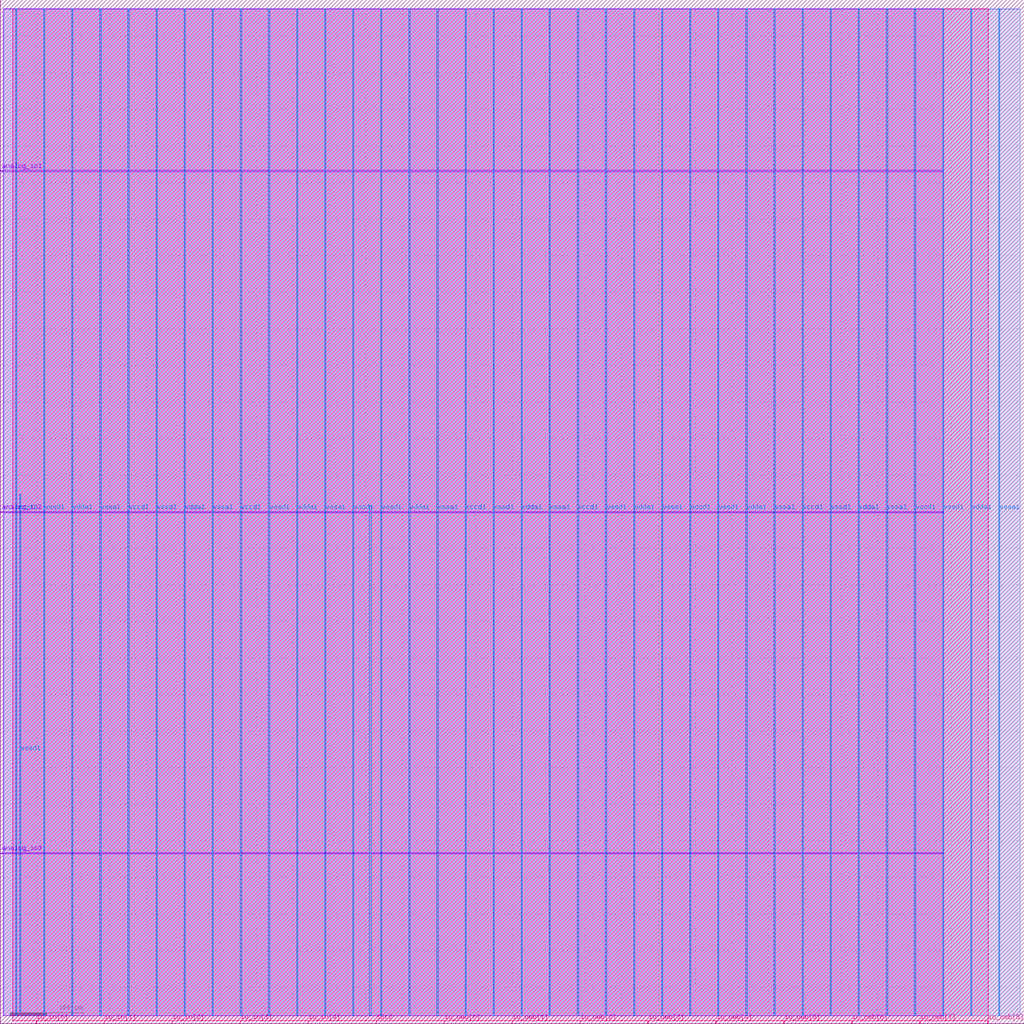
<source format=lef>
# Copyright 2020 The SkyWater PDK Authors
#
# Licensed under the Apache License, Version 2.0 (the "License");
# you may not use this file except in compliance with the License.
# You may obtain a copy of the License at
#
#     https://www.apache.org/licenses/LICENSE-2.0
#
# Unless required by applicable law or agreed to in writing, software
# distributed under the License is distributed on an "AS IS" BASIS,
# WITHOUT WARRANTIES OR CONDITIONS OF ANY KIND, either express or implied.
# See the License for the specific language governing permissions and
# limitations under the License.
#
# SPDX-License-Identifier: Apache-2.0

VERSION 5.7 ;

BUSBITCHARS "[]" ;
DIVIDERCHAR "/" ;

UNITS
  TIME NANOSECONDS 1 ;
  CAPACITANCE PICOFARADS 1 ;
  RESISTANCE OHMS 1 ;
  DATABASE MICRONS 1000 ;
END UNITS

MANUFACTURINGGRID 0.005 ;
USEMINSPACING OBS OFF ;

PROPERTYDEFINITIONS
  LAYER LEF58_TYPE STRING ;
END PROPERTYDEFINITIONS

# High density, single height
SITE unithd
  SYMMETRY Y ;
  CLASS CORE ;
  SIZE 0.46 BY 2.72 ;
END unithd

# High density, double height
SITE unithddbl
  SYMMETRY Y ;
  CLASS CORE ;
  SIZE 0.46 BY 5.44 ;
END unithddbl

LAYER nwell
  TYPE MASTERSLICE ;
  PROPERTY LEF58_TYPE "TYPE NWELL ;" ;
END nwell

LAYER pwell
  TYPE MASTERSLICE ;
  PROPERTY LEF58_TYPE "TYPE PWELL ;" ;
END pwell

LAYER li1
  TYPE ROUTING ;
  DIRECTION VERTICAL ;

  PITCH 0.46 0.34 ;
  OFFSET 0.23 0.17 ;

  WIDTH 0.17 ;          # LI 1
  # SPACING  0.17 ;     # LI 2
  SPACINGTABLE
     PARALLELRUNLENGTH 0
     WIDTH 0 0.17 ;
  AREA 0.0561 ;         # LI 6
  THICKNESS 0.1 ;
  EDGECAPACITANCE 40.697E-6 ;
  CAPACITANCE CPERSQDIST 36.9866E-6 ;
  RESISTANCE RPERSQ 12.8 ;

  ANTENNAMODEL OXIDE1 ;
  ANTENNADIFFSIDEAREARATIO PWL ( ( 0 75 ) ( 0.0125 75 ) ( 0.0225 85.125 ) ( 22.5 10200 ) ) ;
END li1

LAYER mcon
  TYPE CUT ;

  WIDTH 0.17 ;                # Mcon 1
  SPACING 0.19 ;              # Mcon 2
  ENCLOSURE BELOW 0 0 ;       # Mcon 4
  ENCLOSURE ABOVE 0.03 0.06 ; # Met1 4 / Met1 5
  RESISTANCE 9.30 ;

  ANTENNADIFFAREARATIO PWL ( ( 0 3 ) ( 0.0125 3 ) ( 0.0225 3.405 ) ( 22.5 408 ) ) ;
  DCCURRENTDENSITY AVERAGE 0.36 ; # mA per via Iavg_max at Tj = 90oC

END mcon

LAYER met1
  TYPE ROUTING ;
  DIRECTION HORIZONTAL ;

  PITCH 0.34 ;
  OFFSET 0.17 ;

  WIDTH 0.14 ;                     # Met1 1
  # SPACING 0.14 ;                 # Met1 2
  # SPACING 0.28 RANGE 3.001 100 ; # Met1 3b
  SPACINGTABLE
     PARALLELRUNLENGTH 0
     WIDTH 0 0.14
     WIDTH 3 0.28 ;
  AREA 0.083 ;                     # Met1 6
  THICKNESS 0.35 ;
  MINENCLOSEDAREA 0.14 ;

  ANTENNAMODEL OXIDE1 ;
  ANTENNADIFFSIDEAREARATIO PWL ( ( 0 400 ) ( 0.0125 400 ) ( 0.0225 2609 ) ( 22.5 11600 ) ) ;

  EDGECAPACITANCE 40.567E-6 ;
  CAPACITANCE CPERSQDIST 25.7784E-6 ;
  DCCURRENTDENSITY AVERAGE 2.8 ; # mA/um Iavg_max at Tj = 90oC
  ACCURRENTDENSITY RMS 6.1 ; # mA/um Irms_max at Tj = 90oC
  MAXIMUMDENSITY 70 ;
  DENSITYCHECKWINDOW 700 700 ;
  DENSITYCHECKSTEP 70 ;

  RESISTANCE RPERSQ 0.125 ;
END met1

LAYER via
  TYPE CUT ;
  WIDTH 0.15 ;                  # Via 1a
  SPACING 0.17 ;                # Via 2
  ENCLOSURE BELOW 0.055 0.085 ; # Via 4a / Via 5a
  ENCLOSURE ABOVE 0.055 0.085 ; # Met2 4 / Met2 5
  RESISTANCE 9.00 ;

  ANTENNADIFFAREARATIO PWL ( ( 0 6 ) ( 0.0125 6 ) ( 0.0225 6.81 ) ( 22.5 816 ) ) ;
  DCCURRENTDENSITY AVERAGE 0.29 ; # mA per via Iavg_max at Tj = 90oC
END via

LAYER met2
  TYPE ROUTING ;
  DIRECTION VERTICAL ;

  PITCH 0.46 ;
  OFFSET 0.23 ;

  WIDTH 0.14 ;                        # Met2 1
  # SPACING  0.14 ;                   # Met2 2
  # SPACING  0.28 RANGE 3.001 100 ;   # Met2 3b
  SPACINGTABLE
     PARALLELRUNLENGTH 0
     WIDTH 0 0.14
     WIDTH 3 0.28 ;
  AREA 0.0676 ;                       # Met2 6
  THICKNESS 0.35 ;
  MINENCLOSEDAREA 0.14 ;

  EDGECAPACITANCE 32.918E-6 ;
  CAPACITANCE CPERSQDIST 14.7703E-6 ;
  RESISTANCE RPERSQ 0.125 ;
  DCCURRENTDENSITY AVERAGE 2.8 ; # mA/um Iavg_max at Tj = 90oC
  ACCURRENTDENSITY RMS 6.1 ; # mA/um Irms_max at Tj = 90oC

  ANTENNAMODEL OXIDE1 ;
  ANTENNADIFFSIDEAREARATIO PWL ( ( 0 400 ) ( 0.0125 400 ) ( 0.0225 2609 ) ( 22.5 11600 ) ) ;

  MAXIMUMDENSITY 70 ;
  DENSITYCHECKWINDOW 700 700 ;
  DENSITYCHECKSTEP 70 ;
END met2

# ******** Layer via2, type routing, number 44 **************
LAYER via2
  TYPE CUT ;
  WIDTH 0.2 ;                   # Via2 1
  SPACING 0.2 ;                 # Via2 2
  ENCLOSURE BELOW 0.04 0.085 ;  # Via2 4
  ENCLOSURE ABOVE 0.065 0.065 ; # Met3 4
  RESISTANCE 3.41 ;
  ANTENNADIFFAREARATIO PWL ( ( 0 6 ) ( 0.0125 6 ) ( 0.0225 6.81 ) ( 22.5 816 ) ) ;
  DCCURRENTDENSITY AVERAGE 0.48 ; # mA per via Iavg_max at Tj = 90oC
END via2

LAYER met3
  TYPE ROUTING ;
  DIRECTION HORIZONTAL ;

  PITCH 0.68 ;
  OFFSET 0.34 ;

  WIDTH 0.3 ;              # Met3 1
  # SPACING 0.3 ;          # Met3 2
  SPACINGTABLE
     PARALLELRUNLENGTH 0
     WIDTH 0 0.3
     WIDTH 3 0.4 ;
  AREA 0.24 ;              # Met3 6
  THICKNESS 0.8 ;

  EDGECAPACITANCE 37.065E-6 ;
  CAPACITANCE CPERSQDIST 11.1883E-6 ;
  RESISTANCE RPERSQ 0.047 ;
  DCCURRENTDENSITY AVERAGE 6.8 ; # mA/um Iavg_max at Tj = 90oC
  ACCURRENTDENSITY RMS 14.9 ; # mA/um Irms_max at Tj = 90oC

  ANTENNAMODEL OXIDE1 ;
  ANTENNADIFFSIDEAREARATIO PWL ( ( 0 400 ) ( 0.0125 400 ) ( 0.0225 2609 ) ( 22.5 11600 ) ) ;

  MAXIMUMDENSITY 70 ;
  DENSITYCHECKWINDOW 700 700 ;
  DENSITYCHECKSTEP 70 ;
END met3

LAYER via3
  TYPE CUT ;
  WIDTH 0.2 ;                   # Via3 1
  SPACING 0.2 ;                 # Via3 2
  ENCLOSURE BELOW 0.06 0.09 ;   # Via3 4 / Via3 5
  ENCLOSURE ABOVE 0.065 0.065 ; # Met4 3
  RESISTANCE 3.41 ;
  ANTENNADIFFAREARATIO PWL ( ( 0 6 ) ( 0.0125 6 ) ( 0.0225 6.81 ) ( 22.5 816 ) ) ;
  DCCURRENTDENSITY AVERAGE 0.48 ; # mA per via Iavg_max at Tj = 90oC
END via3

LAYER met4
  TYPE ROUTING ;
  DIRECTION VERTICAL ;

  PITCH 0.92 ;
  OFFSET 0.46 ;

  WIDTH 0.3 ;             # Met4 1
  # SPACING  0.3 ;             # Met4 2
  SPACINGTABLE
     PARALLELRUNLENGTH 0
     WIDTH 0 0.3
     WIDTH 3 0.4 ;
  AREA 0.24 ;            # Met4 4a

  THICKNESS 0.8 ;

  EDGECAPACITANCE 34.169E-6 ;
  CAPACITANCE CPERSQDIST 7.84019E-6 ;
  RESISTANCE RPERSQ 0.047 ;
  DCCURRENTDENSITY AVERAGE 6.8 ; # mA/um Iavg_max at Tj = 90oC
  ACCURRENTDENSITY RMS 14.9 ; # mA/um Irms_max at Tj = 90oC

  ANTENNAMODEL OXIDE1 ;
  ANTENNADIFFSIDEAREARATIO PWL ( ( 0 400 ) ( 0.0125 400 ) ( 0.0225 2609 ) ( 22.5 11600 ) ) ;

  MAXIMUMDENSITY 70 ;
  DENSITYCHECKWINDOW 700 700 ;
  DENSITYCHECKSTEP 70 ;
END met4

LAYER via4
  TYPE CUT ;

  WIDTH 0.8 ;                 # Via4 1
  SPACING 0.8 ;               # Via4 2
  ENCLOSURE BELOW 0.19 0.19 ; # Via4 4
  ENCLOSURE ABOVE 0.31 0.31 ; # Met5 3
  RESISTANCE 0.38 ;
  ANTENNADIFFAREARATIO PWL ( ( 0 6 ) ( 0.0125 6 ) ( 0.0225 6.81 ) ( 22.5 816 ) ) ;
  DCCURRENTDENSITY AVERAGE 2.49 ; # mA per via Iavg_max at Tj = 90oC
END via4

LAYER met5
  TYPE ROUTING ;
  DIRECTION HORIZONTAL ;

  PITCH 3.4 ;
  OFFSET 1.7 ;

  WIDTH 1.6 ;            # Met5 1
  #SPACING  1.6 ;        # Met5 2
  SPACINGTABLE
     PARALLELRUNLENGTH 0
     WIDTH 0 1.6 ;
  AREA 4 ;               # Met5 4

  THICKNESS 1.2 ;

  EDGECAPACITANCE 36.828E-6 ;
  CAPACITANCE CPERSQDIST 5.99155E-6 ;
  RESISTANCE RPERSQ 0.0285 ;
  DCCURRENTDENSITY AVERAGE 10.17 ; # mA/um Iavg_max at Tj = 90oC
  ACCURRENTDENSITY RMS 22.34 ; # mA/um Irms_max at Tj = 90oC

  ANTENNAMODEL OXIDE1 ;
  ANTENNADIFFSIDEAREARATIO PWL ( ( 0 400 ) ( 0.0125 400 ) ( 0.0225 2609 ) ( 22.5 11600 ) ) ;
END met5


### Routing via cells section   ###
# Plus via rule, metals are along the prefered direction
VIA L1M1_PR DEFAULT
  LAYER mcon ;
  RECT -0.085 -0.085 0.085 0.085 ;
  LAYER li1 ;
  RECT -0.085 -0.085 0.085 0.085 ;
  LAYER met1 ;
  RECT -0.145 -0.115 0.145 0.115 ;
END L1M1_PR

VIARULE L1M1_PR GENERATE
  LAYER li1 ;
  ENCLOSURE 0 0 ;
  LAYER met1 ;
  ENCLOSURE 0.06 0.03 ;
  LAYER mcon ;
  RECT -0.085 -0.085 0.085 0.085 ;
  SPACING 0.36 BY 0.36 ;
END L1M1_PR

# Plus via rule, metals are along the non prefered direction
VIA L1M1_PR_R DEFAULT
  LAYER mcon ;
  RECT -0.085 -0.085 0.085 0.085 ;
  LAYER li1 ;
  RECT -0.085 -0.085 0.085 0.085 ;
  LAYER met1 ;
  RECT -0.115 -0.145 0.115 0.145 ;
END L1M1_PR_R

VIARULE L1M1_PR_R GENERATE
  LAYER li1 ;
  ENCLOSURE 0 0 ;
  LAYER met1 ;
  ENCLOSURE 0.03 0.06 ;
  LAYER mcon ;
  RECT -0.085 -0.085 0.085 0.085 ;
  SPACING 0.36 BY 0.36 ;
END L1M1_PR_R

# Minus via rule, lower layer metal is along prefered direction
VIA L1M1_PR_M DEFAULT
  LAYER mcon ;
  RECT -0.085 -0.085 0.085 0.085 ;
  LAYER li1 ;
  RECT -0.085 -0.085 0.085 0.085 ;
  LAYER met1 ;
  RECT -0.115 -0.145 0.115 0.145 ;
END L1M1_PR_M

VIARULE L1M1_PR_M GENERATE
  LAYER li1 ;
  ENCLOSURE 0 0 ;
  LAYER met1 ;
  ENCLOSURE 0.03 0.06 ;
  LAYER mcon ;
  RECT -0.085 -0.085 0.085 0.085 ;
  SPACING 0.36 BY 0.36 ;
END L1M1_PR_M

# Minus via rule, upper layer metal is along prefered direction
VIA L1M1_PR_MR DEFAULT
  LAYER mcon ;
  RECT -0.085 -0.085 0.085 0.085 ;
  LAYER li1 ;
  RECT -0.085 -0.085 0.085 0.085 ;
  LAYER met1 ;
  RECT -0.145 -0.115 0.145 0.115 ;
END L1M1_PR_MR

VIARULE L1M1_PR_MR GENERATE
  LAYER li1 ;
  ENCLOSURE 0 0 ;
  LAYER met1 ;
  ENCLOSURE 0.06 0.03 ;
  LAYER mcon ;
  RECT -0.085 -0.085 0.085 0.085 ;
  SPACING 0.36 BY 0.36 ;
END L1M1_PR_MR

# Centered via rule, we really do not want to use it
VIA L1M1_PR_C DEFAULT
  LAYER mcon ;
  RECT -0.085 -0.085 0.085 0.085 ;
  LAYER li1 ;
  RECT -0.085 -0.085 0.085 0.085 ;
  LAYER met1 ;
  RECT -0.145 -0.145 0.145 0.145 ;
END L1M1_PR_C

VIARULE L1M1_PR_C GENERATE
  LAYER li1 ;
  ENCLOSURE 0 0 ;
  LAYER met1 ;
  ENCLOSURE 0.06 0.06 ;
  LAYER mcon ;
  RECT -0.085 -0.085 0.085 0.085 ;
  SPACING 0.36 BY 0.36 ;
END L1M1_PR_C

# Plus via rule, metals are along the prefered direction
VIA M1M2_PR DEFAULT
  LAYER via ;
  RECT -0.075 -0.075 0.075 0.075 ;
  LAYER met1 ;
  RECT -0.16 -0.13 0.16 0.13 ;
  LAYER met2 ;
  RECT -0.13 -0.16 0.13 0.16 ;
END M1M2_PR

VIARULE M1M2_PR GENERATE
  LAYER met1 ;
  ENCLOSURE 0.085 0.055 ;
  LAYER met2 ;
  ENCLOSURE 0.055 0.085 ;
  LAYER via ;
  RECT -0.075 -0.075 0.075 0.075 ;
  SPACING 0.32 BY 0.32 ;
END M1M2_PR

# Plus via rule, metals are along the non prefered direction
VIA M1M2_PR_R DEFAULT
  LAYER via ;
  RECT -0.075 -0.075 0.075 0.075 ;
  LAYER met1 ;
  RECT -0.13 -0.16 0.13 0.16 ;
  LAYER met2 ;
  RECT -0.16 -0.13 0.16 0.13 ;
END M1M2_PR_R

VIARULE M1M2_PR_R GENERATE
  LAYER met1 ;
  ENCLOSURE 0.055 0.085 ;
  LAYER met2 ;
  ENCLOSURE 0.085 0.055 ;
  LAYER via ;
  RECT -0.075 -0.075 0.075 0.075 ;
  SPACING 0.32 BY 0.32 ;
END M1M2_PR_R

# Minus via rule, lower layer metal is along prefered direction
VIA M1M2_PR_M DEFAULT
  LAYER via ;
  RECT -0.075 -0.075 0.075 0.075 ;
  LAYER met1 ;
  RECT -0.16 -0.13 0.16 0.13 ;
  LAYER met2 ;
  RECT -0.16 -0.13 0.16 0.13 ;
END M1M2_PR_M

VIARULE M1M2_PR_M GENERATE
  LAYER met1 ;
  ENCLOSURE 0.085 0.055 ;
  LAYER met2 ;
  ENCLOSURE 0.085 0.055 ;
  LAYER via ;
  RECT -0.075 -0.075 0.075 0.075 ;
  SPACING 0.32 BY 0.32 ;
END M1M2_PR_M

# Minus via rule, upper layer metal is along prefered direction
VIA M1M2_PR_MR DEFAULT
  LAYER via ;
  RECT -0.075 -0.075 0.075 0.075 ;
  LAYER met1 ;
  RECT -0.13 -0.16 0.13 0.16 ;
  LAYER met2 ;
  RECT -0.13 -0.16 0.13 0.16 ;
END M1M2_PR_MR

VIARULE M1M2_PR_MR GENERATE
  LAYER met1 ;
  ENCLOSURE 0.055 0.085 ;
  LAYER met2 ;
  ENCLOSURE 0.055 0.085 ;
  LAYER via ;
  RECT -0.075 -0.075 0.075 0.075 ;
  SPACING 0.32 BY 0.32 ;
END M1M2_PR_MR

# Centered via rule, we really do not want to use it
VIA M1M2_PR_C DEFAULT
  LAYER via ;
  RECT -0.075 -0.075 0.075 0.075 ;
  LAYER met1 ;
  RECT -0.16 -0.16 0.16 0.16 ;
  LAYER met2 ;
  RECT -0.16 -0.16 0.16 0.16 ;
END M1M2_PR_C

VIARULE M1M2_PR_C GENERATE
  LAYER met1 ;
  ENCLOSURE 0.085 0.085 ;
  LAYER met2 ;
  ENCLOSURE 0.085 0.085 ;
  LAYER via ;
  RECT -0.075 -0.075 0.075 0.075 ;
  SPACING 0.32 BY 0.32 ;
END M1M2_PR_C

# Plus via rule, metals are along the prefered direction
VIA M2M3_PR DEFAULT
  LAYER via2 ;
  RECT -0.1 -0.1 0.1 0.1 ;
  LAYER met2 ;
  RECT -0.14 -0.185 0.14 0.185 ;
  LAYER met3 ;
  RECT -0.165 -0.165 0.165 0.165 ;
END M2M3_PR

VIARULE M2M3_PR GENERATE
  LAYER met2 ;
  ENCLOSURE 0.04 0.085 ;
  LAYER met3 ;
  ENCLOSURE 0.065 0.065 ;
  LAYER via2 ;
  RECT -0.1 -0.1 0.1 0.1 ;
  SPACING 0.4 BY 0.4 ;
END M2M3_PR

# Plus via rule, metals are along the non prefered direction
VIA M2M3_PR_R DEFAULT
  LAYER via2 ;
  RECT -0.1 -0.1 0.1 0.1 ;
  LAYER met2 ;
  RECT -0.185 -0.14 0.185 0.14 ;
  LAYER met3 ;
  RECT -0.165 -0.165 0.165 0.165 ;
END M2M3_PR_R

VIARULE M2M3_PR_R GENERATE
  LAYER met2 ;
  ENCLOSURE 0.085 0.04 ;
  LAYER met3 ;
  ENCLOSURE 0.065 0.065 ;
  LAYER via2 ;
  RECT -0.1 -0.1 0.1 0.1 ;
  SPACING 0.4 BY 0.4 ;
END M2M3_PR_R

# Minus via rule, lower layer metal is along prefered direction
VIA M2M3_PR_M DEFAULT
  LAYER via2 ;
  RECT -0.1 -0.1 0.1 0.1 ;
  LAYER met2 ;
  RECT -0.14 -0.185 0.14 0.185 ;
  LAYER met3 ;
  RECT -0.165 -0.165 0.165 0.165 ;
END M2M3_PR_M

VIARULE M2M3_PR_M GENERATE
  LAYER met2 ;
  ENCLOSURE 0.04 0.085 ;
  LAYER met3 ;
  ENCLOSURE 0.065 0.065 ;
  LAYER via2 ;
  RECT -0.1 -0.1 0.1 0.1 ;
  SPACING 0.4 BY 0.4 ;
END M2M3_PR_M

# Minus via rule, upper layer metal is along prefered direction
VIA M2M3_PR_MR DEFAULT
  LAYER via2 ;
  RECT -0.1 -0.1 0.1 0.1 ;
  LAYER met2 ;
  RECT -0.185 -0.14 0.185 0.14 ;
  LAYER met3 ;
  RECT -0.165 -0.165 0.165 0.165 ;
END M2M3_PR_MR

VIARULE M2M3_PR_MR GENERATE
  LAYER met2 ;
  ENCLOSURE 0.085 0.04 ;
  LAYER met3 ;
  ENCLOSURE 0.065 0.065 ;
  LAYER via2 ;
  RECT -0.1 -0.1 0.1 0.1 ;
  SPACING 0.4 BY 0.4 ;
END M2M3_PR_MR

# Centered via rule, we really do not want to use it
VIA M2M3_PR_C DEFAULT
  LAYER via2 ;
  RECT -0.1 -0.1 0.1 0.1 ;
  LAYER met2 ;
  RECT -0.185 -0.185 0.185 0.185 ;
  LAYER met3 ;
  RECT -0.165 -0.165 0.165 0.165 ;
END M2M3_PR_C

VIARULE M2M3_PR_C GENERATE
  LAYER met2 ;
  ENCLOSURE 0.085 0.085 ;
  LAYER met3 ;
  ENCLOSURE 0.065 0.065 ;
  LAYER via2 ;
  RECT -0.1 -0.1 0.1 0.1 ;
  SPACING 0.4 BY 0.4 ;
END M2M3_PR_C

# Plus via rule, metals are along the prefered direction
VIA M3M4_PR DEFAULT
  LAYER via3 ;
  RECT -0.1 -0.1 0.1 0.1 ;
  LAYER met3 ;
  RECT -0.19 -0.16 0.19 0.16 ;
  LAYER met4 ;
  RECT -0.165 -0.165 0.165 0.165 ;
END M3M4_PR

VIARULE M3M4_PR GENERATE
  LAYER met3 ;
  ENCLOSURE 0.09 0.06 ;
  LAYER met4 ;
  ENCLOSURE 0.065 0.065 ;
  LAYER via3 ;
  RECT -0.1 -0.1 0.1 0.1 ;
  SPACING 0.4 BY 0.4 ;
END M3M4_PR

# Plus via rule, metals are along the non prefered direction
VIA M3M4_PR_R DEFAULT
  LAYER via3 ;
  RECT -0.1 -0.1 0.1 0.1 ;
  LAYER met3 ;
  RECT -0.16 -0.19 0.16 0.19 ;
  LAYER met4 ;
  RECT -0.165 -0.165 0.165 0.165 ;
END M3M4_PR_R

VIARULE M3M4_PR_R GENERATE
  LAYER met3 ;
  ENCLOSURE 0.06 0.09 ;
  LAYER met4 ;
  ENCLOSURE 0.065 0.065 ;
  LAYER via3 ;
  RECT -0.1 -0.1 0.1 0.1 ;
  SPACING 0.4 BY 0.4 ;
END M3M4_PR_R

# Minus via rule, lower layer metal is along prefered direction
VIA M3M4_PR_M DEFAULT
  LAYER via3 ;
  RECT -0.1 -0.1 0.1 0.1 ;
  LAYER met3 ;
  RECT -0.19 -0.16 0.19 0.16 ;
  LAYER met4 ;
  RECT -0.165 -0.165 0.165 0.165 ;
END M3M4_PR_M

VIARULE M3M4_PR_M GENERATE
  LAYER met3 ;
  ENCLOSURE 0.09 0.06 ;
  LAYER met4 ;
  ENCLOSURE 0.065 0.065 ;
  LAYER via3 ;
  RECT -0.1 -0.1 0.1 0.1 ;
  SPACING 0.4 BY 0.4 ;
END M3M4_PR_M

# Minus via rule, upper layer metal is along prefered direction
VIA M3M4_PR_MR DEFAULT
  LAYER via3 ;
  RECT -0.1 -0.1 0.1 0.1 ;
  LAYER met3 ;
  RECT -0.16 -0.19 0.16 0.19 ;
  LAYER met4 ;
  RECT -0.165 -0.165 0.165 0.165 ;
END M3M4_PR_MR

VIARULE M3M4_PR_MR GENERATE
  LAYER met3 ;
  ENCLOSURE 0.06 0.09 ;
  LAYER met4 ;
  ENCLOSURE 0.065 0.065 ;
  LAYER via3 ;
  RECT -0.1 -0.1 0.1 0.1 ;
  SPACING 0.4 BY 0.4 ;
END M3M4_PR_MR

# Centered via rule, we really do not want to use it
VIA M3M4_PR_C DEFAULT
  LAYER via3 ;
  RECT -0.1 -0.1 0.1 0.1 ;
  LAYER met3 ;
  RECT -0.19 -0.19 0.19 0.19 ;
  LAYER met4 ;
  RECT -0.165 -0.165 0.165 0.165 ;
END M3M4_PR_C

VIARULE M3M4_PR_C GENERATE
  LAYER met3 ;
  ENCLOSURE 0.09 0.09 ;
  LAYER met4 ;
  ENCLOSURE 0.065 0.065 ;
  LAYER via3 ;
  RECT -0.1 -0.1 0.1 0.1 ;
  SPACING 0.4 BY 0.4 ;
END M3M4_PR_C

# Plus via rule, metals are along the prefered direction
VIA M4M5_PR DEFAULT
  LAYER via4 ;
  RECT -0.4 -0.4 0.4 0.4 ;
  LAYER met4 ;
  RECT -0.59 -0.59 0.59 0.59 ;
  LAYER met5 ;
  RECT -0.71 -0.71 0.71 0.71 ;
END M4M5_PR

VIARULE M4M5_PR GENERATE
  LAYER met4 ;
  ENCLOSURE 0.19 0.19 ;
  LAYER met5 ;
  ENCLOSURE 0.31 0.31 ;
  LAYER via4 ;
  RECT -0.4 -0.4 0.4 0.4 ;
  SPACING 1.6 BY 1.6 ;
END M4M5_PR

# Plus via rule, metals are along the non prefered direction
VIA M4M5_PR_R DEFAULT
  LAYER via4 ;
  RECT -0.4 -0.4 0.4 0.4 ;
  LAYER met4 ;
  RECT -0.59 -0.59 0.59 0.59 ;
  LAYER met5 ;
  RECT -0.71 -0.71 0.71 0.71 ;
END M4M5_PR_R

VIARULE M4M5_PR_R GENERATE
  LAYER met4 ;
  ENCLOSURE 0.19 0.19 ;
  LAYER met5 ;
  ENCLOSURE 0.31 0.31 ;
  LAYER via4 ;
  RECT -0.4 -0.4 0.4 0.4 ;
  SPACING 1.6 BY 1.6 ;
END M4M5_PR_R

# Minus via rule, lower layer metal is along prefered direction
VIA M4M5_PR_M DEFAULT
  LAYER via4 ;
  RECT -0.4 -0.4 0.4 0.4 ;
  LAYER met4 ;
  RECT -0.59 -0.59 0.59 0.59 ;
  LAYER met5 ;
  RECT -0.71 -0.71 0.71 0.71 ;
END M4M5_PR_M

VIARULE M4M5_PR_M GENERATE
  LAYER met4 ;
  ENCLOSURE 0.19 0.19 ;
  LAYER met5 ;
  ENCLOSURE 0.31 0.31 ;
  LAYER via4 ;
  RECT -0.4 -0.4 0.4 0.4 ;
  SPACING 1.6 BY 1.6 ;
END M4M5_PR_M

# Minus via rule, upper layer metal is along prefered direction
VIA M4M5_PR_MR DEFAULT
  LAYER via4 ;
  RECT -0.4 -0.4 0.4 0.4 ;
  LAYER met4 ;
  RECT -0.59 -0.59 0.59 0.59 ;
  LAYER met5 ;
  RECT -0.71 -0.71 0.71 0.71 ;
END M4M5_PR_MR

VIARULE M4M5_PR_MR GENERATE
  LAYER met4 ;
  ENCLOSURE 0.19 0.19 ;
  LAYER met5 ;
  ENCLOSURE 0.31 0.31 ;
  LAYER via4 ;
  RECT -0.4 -0.4 0.4 0.4 ;
  SPACING 1.6 BY 1.6 ;
END M4M5_PR_MR

# Centered via rule, we really do not want to use it
VIA M4M5_PR_C DEFAULT
  LAYER via4 ;
  RECT -0.4 -0.4 0.4 0.4 ;
  LAYER met4 ;
  RECT -0.59 -0.59 0.59 0.59 ;
  LAYER met5 ;
  RECT -0.71 -0.71 0.71 0.71 ;
END M4M5_PR_C

VIARULE M4M5_PR_C GENERATE
  LAYER met4 ;
  ENCLOSURE 0.19 0.19 ;
  LAYER met5 ;
  ENCLOSURE 0.31 0.31 ;
  LAYER via4 ;
  RECT -0.4 -0.4 0.4 0.4 ;
  SPACING 1.6 BY 1.6 ;
END M4M5_PR_C
###  end of single via cells   ###


MACRO sky130_fd_sc_hd__a2bb2o_1
  CLASS CORE ;
  FOREIGN sky130_fd_sc_hd__a2bb2o_1 ;
  ORIGIN 0.000 0.000 ;
  SIZE 3.680 BY 2.720 ;
  SYMMETRY X Y R90 ;
  SITE unithd ;
  PIN A1_N
    DIRECTION INPUT ;
    USE SIGNAL ;
    ANTENNAGATEAREA 0.126000 ;
    PORT
      LAYER li1 ;
        RECT 0.910 0.995 1.240 1.615 ;
    END
  END A1_N
  PIN A2_N
    DIRECTION INPUT ;
    USE SIGNAL ;
    ANTENNAGATEAREA 0.126000 ;
    PORT
      LAYER li1 ;
        RECT 1.410 0.995 1.700 1.375 ;
    END
  END A2_N
  PIN B1
    DIRECTION INPUT ;
    USE SIGNAL ;
    ANTENNAGATEAREA 0.126000 ;
    PORT
      LAYER li1 ;
        RECT 3.280 0.765 3.540 1.655 ;
    END
  END B1
  PIN B2
    DIRECTION INPUT ;
    USE SIGNAL ;
    ANTENNAGATEAREA 0.126000 ;
    PORT
      LAYER li1 ;
        RECT 2.600 1.355 3.080 1.655 ;
        RECT 2.820 0.765 3.080 1.355 ;
    END
  END B2
  PIN VGND
    DIRECTION INOUT ;
    USE GROUND ;
    SHAPE ABUTMENT ;
    PORT
      LAYER met1 ;
        RECT 0.000 -0.240 3.680 0.240 ;
    END
  END VGND
  PIN VNB
    DIRECTION INOUT ;
    USE GROUND ;
    PORT
      LAYER pwell ;
        RECT 0.005 0.785 0.925 1.015 ;
        RECT 0.005 0.105 3.590 0.785 ;
        RECT 0.150 -0.085 0.320 0.105 ;
    END
  END VNB
  PIN VPB
    DIRECTION INOUT ;
    USE POWER ;
    PORT
      LAYER nwell ;
        RECT -0.190 1.305 3.870 2.910 ;
    END
  END VPB
  PIN VPWR
    DIRECTION INOUT ;
    USE POWER ;
    SHAPE ABUTMENT ;
    PORT
      LAYER met1 ;
        RECT 0.000 2.480 3.680 2.960 ;
    END
  END VPWR
  PIN X
    DIRECTION OUTPUT ;
    USE SIGNAL ;
    ANTENNADIFFAREA 0.429000 ;
    PORT
      LAYER li1 ;
        RECT 0.085 1.525 0.345 2.465 ;
        RECT 0.085 0.810 0.260 1.525 ;
        RECT 0.085 0.255 0.345 0.810 ;
    END
  END X
  OBS
      LAYER li1 ;
        RECT 0.000 2.635 3.680 2.805 ;
        RECT 0.515 2.235 0.845 2.635 ;
        RECT 1.990 2.370 2.245 2.465 ;
        RECT 1.105 2.200 2.245 2.370 ;
        RECT 2.415 2.255 2.745 2.425 ;
        RECT 1.105 1.975 1.275 2.200 ;
        RECT 0.515 1.805 1.275 1.975 ;
        RECT 1.990 2.065 2.245 2.200 ;
        RECT 0.515 1.325 0.685 1.805 ;
        RECT 1.540 1.715 1.710 1.905 ;
        RECT 1.990 1.895 2.400 2.065 ;
        RECT 1.540 1.545 2.060 1.715 ;
        RECT 0.430 0.995 0.685 1.325 ;
        RECT 1.890 0.825 2.060 1.545 ;
        RECT 1.180 0.655 2.060 0.825 ;
        RECT 2.230 0.870 2.400 1.895 ;
        RECT 2.575 2.005 2.745 2.255 ;
        RECT 2.915 2.175 3.165 2.635 ;
        RECT 3.335 2.005 3.515 2.465 ;
        RECT 2.575 1.835 3.515 2.005 ;
        RECT 2.230 0.700 2.580 0.870 ;
        RECT 0.515 0.085 0.945 0.530 ;
        RECT 1.180 0.255 1.350 0.655 ;
        RECT 1.520 0.085 2.240 0.485 ;
        RECT 2.410 0.255 2.580 0.700 ;
        RECT 3.155 0.085 3.555 0.595 ;
        RECT 0.000 -0.085 3.680 0.085 ;
      LAYER mcon ;
        RECT 0.145 2.635 0.315 2.805 ;
        RECT 0.605 2.635 0.775 2.805 ;
        RECT 1.065 2.635 1.235 2.805 ;
        RECT 1.525 2.635 1.695 2.805 ;
        RECT 1.985 2.635 2.155 2.805 ;
        RECT 2.445 2.635 2.615 2.805 ;
        RECT 2.905 2.635 3.075 2.805 ;
        RECT 3.365 2.635 3.535 2.805 ;
        RECT 0.145 -0.085 0.315 0.085 ;
        RECT 0.605 -0.085 0.775 0.085 ;
        RECT 1.065 -0.085 1.235 0.085 ;
        RECT 1.525 -0.085 1.695 0.085 ;
        RECT 1.985 -0.085 2.155 0.085 ;
        RECT 2.445 -0.085 2.615 0.085 ;
        RECT 2.905 -0.085 3.075 0.085 ;
        RECT 3.365 -0.085 3.535 0.085 ;
  END
END sky130_fd_sc_hd__a2bb2o_1
MACRO sky130_fd_sc_hd__a2bb2o_2
  CLASS CORE ;
  FOREIGN sky130_fd_sc_hd__a2bb2o_2 ;
  ORIGIN 0.000 0.000 ;
  SIZE 4.140 BY 2.720 ;
  SYMMETRY X Y R90 ;
  SITE unithd ;
  PIN A1_N
    DIRECTION INPUT ;
    USE SIGNAL ;
    ANTENNAGATEAREA 0.159000 ;
    PORT
      LAYER li1 ;
        RECT 1.345 0.995 1.675 1.615 ;
    END
  END A1_N
  PIN A2_N
    DIRECTION INPUT ;
    USE SIGNAL ;
    ANTENNAGATEAREA 0.159000 ;
    PORT
      LAYER li1 ;
        RECT 1.845 0.995 2.135 1.375 ;
    END
  END A2_N
  PIN B1
    DIRECTION INPUT ;
    USE SIGNAL ;
    ANTENNAGATEAREA 0.159000 ;
    PORT
      LAYER li1 ;
        RECT 3.730 0.765 3.990 1.655 ;
    END
  END B1
  PIN B2
    DIRECTION INPUT ;
    USE SIGNAL ;
    ANTENNAGATEAREA 0.159000 ;
    PORT
      LAYER li1 ;
        RECT 3.050 1.355 3.530 1.655 ;
        RECT 3.270 0.765 3.530 1.355 ;
    END
  END B2
  PIN VGND
    DIRECTION INOUT ;
    USE GROUND ;
    SHAPE ABUTMENT ;
    PORT
      LAYER met1 ;
        RECT 0.000 -0.240 4.140 0.240 ;
    END
  END VGND
  PIN VNB
    DIRECTION INOUT ;
    USE GROUND ;
    PORT
      LAYER pwell ;
        RECT 0.015 0.785 1.360 1.015 ;
        RECT 0.015 0.105 4.040 0.785 ;
        RECT 0.125 -0.085 0.295 0.105 ;
    END
  END VNB
  PIN VPB
    DIRECTION INOUT ;
    USE POWER ;
    PORT
      LAYER nwell ;
        RECT -0.190 1.305 4.330 2.910 ;
    END
  END VPB
  PIN VPWR
    DIRECTION INOUT ;
    USE POWER ;
    SHAPE ABUTMENT ;
    PORT
      LAYER met1 ;
        RECT 0.000 2.480 4.140 2.960 ;
    END
  END VPWR
  PIN X
    DIRECTION OUTPUT ;
    USE SIGNAL ;
    ANTENNADIFFAREA 0.445500 ;
    PORT
      LAYER li1 ;
        RECT 0.525 1.525 0.780 2.465 ;
        RECT 0.525 0.810 0.695 1.525 ;
        RECT 0.525 0.255 0.780 0.810 ;
    END
  END X
  OBS
      LAYER li1 ;
        RECT 0.000 2.635 4.140 2.805 ;
        RECT 0.185 1.445 0.355 2.635 ;
        RECT 0.950 2.235 1.280 2.635 ;
        RECT 2.500 2.370 2.670 2.465 ;
        RECT 1.540 2.200 2.670 2.370 ;
        RECT 2.875 2.255 3.205 2.425 ;
        RECT 1.540 1.975 1.710 2.200 ;
        RECT 0.950 1.805 1.710 1.975 ;
        RECT 2.440 2.065 2.670 2.200 ;
        RECT 0.950 1.325 1.120 1.805 ;
        RECT 1.975 1.715 2.145 1.905 ;
        RECT 2.440 1.895 2.850 2.065 ;
        RECT 1.975 1.545 2.510 1.715 ;
        RECT 0.865 0.995 1.120 1.325 ;
        RECT 0.185 0.085 0.355 0.930 ;
        RECT 2.340 0.825 2.510 1.545 ;
        RECT 1.615 0.655 2.510 0.825 ;
        RECT 2.680 0.870 2.850 1.895 ;
        RECT 3.035 2.005 3.205 2.255 ;
        RECT 3.375 2.175 3.625 2.635 ;
        RECT 3.795 2.005 3.965 2.465 ;
        RECT 3.035 1.835 3.965 2.005 ;
        RECT 2.680 0.700 3.030 0.870 ;
        RECT 0.950 0.085 1.380 0.530 ;
        RECT 1.615 0.255 1.785 0.655 ;
        RECT 1.955 0.085 2.690 0.485 ;
        RECT 2.860 0.255 3.030 0.700 ;
        RECT 3.605 0.085 4.005 0.595 ;
        RECT 0.000 -0.085 4.140 0.085 ;
      LAYER mcon ;
        RECT 0.145 2.635 0.315 2.805 ;
        RECT 0.605 2.635 0.775 2.805 ;
        RECT 1.065 2.635 1.235 2.805 ;
        RECT 1.525 2.635 1.695 2.805 ;
        RECT 1.985 2.635 2.155 2.805 ;
        RECT 2.445 2.635 2.615 2.805 ;
        RECT 2.905 2.635 3.075 2.805 ;
        RECT 3.365 2.635 3.535 2.805 ;
        RECT 3.825 2.635 3.995 2.805 ;
        RECT 0.145 -0.085 0.315 0.085 ;
        RECT 0.605 -0.085 0.775 0.085 ;
        RECT 1.065 -0.085 1.235 0.085 ;
        RECT 1.525 -0.085 1.695 0.085 ;
        RECT 1.985 -0.085 2.155 0.085 ;
        RECT 2.445 -0.085 2.615 0.085 ;
        RECT 2.905 -0.085 3.075 0.085 ;
        RECT 3.365 -0.085 3.535 0.085 ;
        RECT 3.825 -0.085 3.995 0.085 ;
  END
END sky130_fd_sc_hd__a2bb2o_2
MACRO sky130_fd_sc_hd__a2bb2o_4
  CLASS CORE ;
  FOREIGN sky130_fd_sc_hd__a2bb2o_4 ;
  ORIGIN 0.000 0.000 ;
  SIZE 7.360 BY 2.720 ;
  SYMMETRY X Y R90 ;
  SITE unithd ;
  PIN A1_N
    DIRECTION INPUT ;
    USE SIGNAL ;
    ANTENNAGATEAREA 0.495000 ;
    PORT
      LAYER li1 ;
        RECT 3.475 1.445 4.965 1.615 ;
        RECT 3.475 1.325 3.645 1.445 ;
        RECT 3.315 1.075 3.645 1.325 ;
        RECT 4.605 1.075 4.965 1.445 ;
    END
  END A1_N
  PIN A2_N
    DIRECTION INPUT ;
    USE SIGNAL ;
    ANTENNAGATEAREA 0.495000 ;
    PORT
      LAYER li1 ;
        RECT 3.815 1.075 4.435 1.275 ;
    END
  END A2_N
  PIN B1
    DIRECTION INPUT ;
    USE SIGNAL ;
    ANTENNAGATEAREA 0.495000 ;
    PORT
      LAYER li1 ;
        RECT 0.085 1.445 1.685 1.615 ;
        RECT 0.085 1.075 0.575 1.445 ;
        RECT 1.515 1.245 1.685 1.445 ;
        RECT 1.515 1.075 1.895 1.245 ;
    END
  END B1
  PIN B2
    DIRECTION INPUT ;
    USE SIGNAL ;
    ANTENNAGATEAREA 0.495000 ;
    PORT
      LAYER li1 ;
        RECT 0.805 1.075 1.345 1.275 ;
    END
  END B2
  PIN VGND
    DIRECTION INOUT ;
    USE GROUND ;
    SHAPE ABUTMENT ;
    PORT
      LAYER met1 ;
        RECT 0.000 -0.240 7.360 0.240 ;
    END
  END VGND
  PIN VNB
    DIRECTION INOUT ;
    USE GROUND ;
    PORT
      LAYER pwell ;
        RECT 0.005 0.105 6.915 1.015 ;
        RECT 0.150 -0.085 0.320 0.105 ;
    END
  END VNB
  PIN VPB
    DIRECTION INOUT ;
    USE POWER ;
    PORT
      LAYER nwell ;
        RECT -0.190 1.305 7.550 2.910 ;
    END
  END VPB
  PIN VPWR
    DIRECTION INOUT ;
    USE POWER ;
    SHAPE ABUTMENT ;
    PORT
      LAYER met1 ;
        RECT 0.000 2.480 7.360 2.960 ;
    END
  END VPWR
  PIN X
    DIRECTION OUTPUT ;
    USE SIGNAL ;
    ANTENNADIFFAREA 0.891000 ;
    PORT
      LAYER li1 ;
        RECT 5.275 1.955 5.525 2.465 ;
        RECT 6.115 1.955 6.365 2.465 ;
        RECT 5.275 1.785 6.365 1.955 ;
        RECT 6.115 1.655 6.365 1.785 ;
        RECT 6.115 1.415 6.920 1.655 ;
        RECT 6.610 0.905 6.920 1.415 ;
        RECT 5.235 0.725 6.920 0.905 ;
        RECT 5.235 0.275 5.565 0.725 ;
        RECT 6.075 0.275 6.405 0.725 ;
    END
  END X
  OBS
      LAYER li1 ;
        RECT 0.000 2.635 7.360 2.805 ;
        RECT 0.135 1.955 0.385 2.465 ;
        RECT 0.555 2.125 0.805 2.635 ;
        RECT 0.975 1.955 1.225 2.465 ;
        RECT 1.395 2.125 1.645 2.635 ;
        RECT 1.815 2.295 2.905 2.465 ;
        RECT 1.815 1.955 2.065 2.295 ;
        RECT 2.655 2.135 2.905 2.295 ;
        RECT 3.175 2.135 3.425 2.635 ;
        RECT 3.595 2.295 4.685 2.465 ;
        RECT 3.595 2.135 3.845 2.295 ;
        RECT 0.135 1.785 2.065 1.955 ;
        RECT 1.855 1.455 2.065 1.785 ;
        RECT 2.235 1.965 2.485 2.125 ;
        RECT 4.015 1.965 4.265 2.125 ;
        RECT 2.235 1.415 2.620 1.965 ;
        RECT 3.135 1.785 4.265 1.965 ;
        RECT 4.435 1.785 4.685 2.295 ;
        RECT 4.855 1.795 5.105 2.635 ;
        RECT 5.695 2.165 5.945 2.635 ;
        RECT 6.535 1.825 6.785 2.635 ;
        RECT 3.135 1.665 3.305 1.785 ;
        RECT 2.955 1.495 3.305 1.665 ;
        RECT 2.235 0.905 2.445 1.415 ;
        RECT 2.955 1.245 3.145 1.495 ;
        RECT 2.615 1.075 3.145 1.245 ;
        RECT 5.135 1.245 5.460 1.615 ;
        RECT 5.135 1.075 6.440 1.245 ;
        RECT 2.955 0.905 3.145 1.075 ;
        RECT 0.175 0.085 0.345 0.895 ;
        RECT 0.515 0.475 0.765 0.905 ;
        RECT 0.935 0.735 2.525 0.905 ;
        RECT 0.935 0.645 1.270 0.735 ;
        RECT 0.515 0.255 1.685 0.475 ;
        RECT 1.855 0.085 2.025 0.555 ;
        RECT 2.195 0.255 2.525 0.735 ;
        RECT 2.955 0.725 4.725 0.905 ;
        RECT 2.695 0.085 3.385 0.555 ;
        RECT 3.555 0.255 3.885 0.725 ;
        RECT 4.055 0.085 4.225 0.555 ;
        RECT 4.395 0.255 4.725 0.725 ;
        RECT 4.895 0.085 5.065 0.895 ;
        RECT 5.735 0.085 5.905 0.555 ;
        RECT 6.575 0.085 6.745 0.555 ;
        RECT 0.000 -0.085 7.360 0.085 ;
      LAYER mcon ;
        RECT 0.145 2.635 0.315 2.805 ;
        RECT 0.605 2.635 0.775 2.805 ;
        RECT 1.065 2.635 1.235 2.805 ;
        RECT 1.525 2.635 1.695 2.805 ;
        RECT 1.985 2.635 2.155 2.805 ;
        RECT 2.445 2.635 2.615 2.805 ;
        RECT 2.905 2.635 3.075 2.805 ;
        RECT 3.365 2.635 3.535 2.805 ;
        RECT 3.825 2.635 3.995 2.805 ;
        RECT 4.285 2.635 4.455 2.805 ;
        RECT 4.745 2.635 4.915 2.805 ;
        RECT 5.205 2.635 5.375 2.805 ;
        RECT 5.665 2.635 5.835 2.805 ;
        RECT 6.125 2.635 6.295 2.805 ;
        RECT 6.585 2.635 6.755 2.805 ;
        RECT 7.045 2.635 7.215 2.805 ;
        RECT 2.450 1.445 2.620 1.615 ;
        RECT 5.230 1.445 5.400 1.615 ;
        RECT 0.145 -0.085 0.315 0.085 ;
        RECT 0.605 -0.085 0.775 0.085 ;
        RECT 1.065 -0.085 1.235 0.085 ;
        RECT 1.525 -0.085 1.695 0.085 ;
        RECT 1.985 -0.085 2.155 0.085 ;
        RECT 2.445 -0.085 2.615 0.085 ;
        RECT 2.905 -0.085 3.075 0.085 ;
        RECT 3.365 -0.085 3.535 0.085 ;
        RECT 3.825 -0.085 3.995 0.085 ;
        RECT 4.285 -0.085 4.455 0.085 ;
        RECT 4.745 -0.085 4.915 0.085 ;
        RECT 5.205 -0.085 5.375 0.085 ;
        RECT 5.665 -0.085 5.835 0.085 ;
        RECT 6.125 -0.085 6.295 0.085 ;
        RECT 6.585 -0.085 6.755 0.085 ;
        RECT 7.045 -0.085 7.215 0.085 ;
      LAYER met1 ;
        RECT 2.390 1.600 2.680 1.645 ;
        RECT 5.170 1.600 5.460 1.645 ;
        RECT 2.390 1.460 5.460 1.600 ;
        RECT 2.390 1.415 2.680 1.460 ;
        RECT 5.170 1.415 5.460 1.460 ;
  END
END sky130_fd_sc_hd__a2bb2o_4
MACRO sky130_fd_sc_hd__a2bb2oi_1
  CLASS CORE ;
  FOREIGN sky130_fd_sc_hd__a2bb2oi_1 ;
  ORIGIN 0.000 0.000 ;
  SIZE 3.220 BY 2.720 ;
  SYMMETRY X Y R90 ;
  SITE unithd ;
  PIN A1_N
    DIRECTION INPUT ;
    USE SIGNAL ;
    ANTENNAGATEAREA 0.247500 ;
    PORT
      LAYER li1 ;
        RECT 0.150 0.995 0.520 1.615 ;
    END
  END A1_N
  PIN A2_N
    DIRECTION INPUT ;
    USE SIGNAL ;
    ANTENNAGATEAREA 0.247500 ;
    PORT
      LAYER li1 ;
        RECT 0.725 1.010 1.240 1.275 ;
    END
  END A2_N
  PIN B1
    DIRECTION INPUT ;
    USE SIGNAL ;
    ANTENNAGATEAREA 0.247500 ;
    PORT
      LAYER li1 ;
        RECT 2.780 0.995 3.070 1.615 ;
    END
  END B1
  PIN B2
    DIRECTION INPUT ;
    USE SIGNAL ;
    ANTENNAGATEAREA 0.247500 ;
    PORT
      LAYER li1 ;
        RECT 2.245 0.995 2.610 1.615 ;
        RECT 2.440 0.425 2.610 0.995 ;
    END
  END B2
  PIN VGND
    DIRECTION INOUT ;
    USE GROUND ;
    SHAPE ABUTMENT ;
    PORT
      LAYER met1 ;
        RECT 0.000 -0.240 3.220 0.240 ;
    END
  END VGND
  PIN VNB
    DIRECTION INOUT ;
    USE GROUND ;
    PORT
      LAYER pwell ;
        RECT 0.005 0.105 3.215 1.015 ;
        RECT 0.145 -0.085 0.315 0.105 ;
    END
  END VNB
  PIN VPB
    DIRECTION INOUT ;
    USE POWER ;
    PORT
      LAYER nwell ;
        RECT -0.190 1.305 3.410 2.910 ;
    END
  END VPB
  PIN VPWR
    DIRECTION INOUT ;
    USE POWER ;
    SHAPE ABUTMENT ;
    PORT
      LAYER met1 ;
        RECT 0.000 2.480 3.220 2.960 ;
    END
  END VPWR
  PIN Y
    DIRECTION OUTPUT ;
    USE SIGNAL ;
    ANTENNADIFFAREA 0.515500 ;
    PORT
      LAYER li1 ;
        RECT 1.420 1.955 1.785 2.465 ;
        RECT 1.420 1.785 1.945 1.955 ;
        RECT 1.775 0.825 1.945 1.785 ;
        RECT 1.775 0.255 2.205 0.825 ;
    END
  END Y
  OBS
      LAYER li1 ;
        RECT 0.000 2.635 3.220 2.805 ;
        RECT 0.095 1.805 0.425 2.635 ;
        RECT 0.875 1.615 1.205 2.465 ;
        RECT 1.955 2.235 2.285 2.465 ;
        RECT 2.115 1.955 2.285 2.235 ;
        RECT 2.455 2.135 2.705 2.635 ;
        RECT 2.875 1.955 3.130 2.465 ;
        RECT 2.115 1.785 3.130 1.955 ;
        RECT 0.875 1.445 1.580 1.615 ;
        RECT 1.410 0.830 1.580 1.445 ;
        RECT 0.095 0.085 0.425 0.825 ;
        RECT 0.595 0.660 1.580 0.830 ;
        RECT 0.595 0.255 0.765 0.660 ;
        RECT 0.935 0.085 1.605 0.490 ;
        RECT 2.795 0.085 3.125 0.825 ;
        RECT 0.000 -0.085 3.220 0.085 ;
      LAYER mcon ;
        RECT 0.145 2.635 0.315 2.805 ;
        RECT 0.605 2.635 0.775 2.805 ;
        RECT 1.065 2.635 1.235 2.805 ;
        RECT 1.525 2.635 1.695 2.805 ;
        RECT 1.985 2.635 2.155 2.805 ;
        RECT 2.445 2.635 2.615 2.805 ;
        RECT 2.905 2.635 3.075 2.805 ;
        RECT 0.145 -0.085 0.315 0.085 ;
        RECT 0.605 -0.085 0.775 0.085 ;
        RECT 1.065 -0.085 1.235 0.085 ;
        RECT 1.525 -0.085 1.695 0.085 ;
        RECT 1.985 -0.085 2.155 0.085 ;
        RECT 2.445 -0.085 2.615 0.085 ;
        RECT 2.905 -0.085 3.075 0.085 ;
  END
END sky130_fd_sc_hd__a2bb2oi_1
MACRO sky130_fd_sc_hd__a2bb2oi_2
  CLASS CORE ;
  FOREIGN sky130_fd_sc_hd__a2bb2oi_2 ;
  ORIGIN 0.000 0.000 ;
  SIZE 5.520 BY 2.720 ;
  SYMMETRY X Y R90 ;
  SITE unithd ;
  PIN A1_N
    DIRECTION INPUT ;
    USE SIGNAL ;
    ANTENNAGATEAREA 0.495000 ;
    PORT
      LAYER li1 ;
        RECT 3.310 1.075 4.205 1.275 ;
    END
  END A1_N
  PIN A2_N
    DIRECTION INPUT ;
    USE SIGNAL ;
    ANTENNAGATEAREA 0.495000 ;
    PORT
      LAYER li1 ;
        RECT 4.455 1.075 5.435 1.275 ;
    END
  END A2_N
  PIN B1
    DIRECTION INPUT ;
    USE SIGNAL ;
    ANTENNAGATEAREA 0.495000 ;
    PORT
      LAYER li1 ;
        RECT 0.085 1.445 2.030 1.615 ;
        RECT 0.085 1.075 0.710 1.445 ;
        RECT 1.700 1.075 2.030 1.445 ;
    END
  END B1
  PIN B2
    DIRECTION INPUT ;
    USE SIGNAL ;
    ANTENNAGATEAREA 0.495000 ;
    PORT
      LAYER li1 ;
        RECT 0.940 1.075 1.480 1.275 ;
    END
  END B2
  PIN VGND
    DIRECTION INOUT ;
    USE GROUND ;
    SHAPE ABUTMENT ;
    PORT
      LAYER met1 ;
        RECT 0.000 -0.240 5.520 0.240 ;
    END
  END VGND
  PIN VNB
    DIRECTION INOUT ;
    USE GROUND ;
    PORT
      LAYER pwell ;
        RECT 0.140 0.105 5.390 1.015 ;
        RECT 0.145 -0.085 0.315 0.105 ;
    END
  END VNB
  PIN VPB
    DIRECTION INOUT ;
    USE POWER ;
    PORT
      LAYER nwell ;
        RECT -0.190 1.305 5.710 2.910 ;
    END
  END VPB
  PIN VPWR
    DIRECTION INOUT ;
    USE POWER ;
    SHAPE ABUTMENT ;
    PORT
      LAYER met1 ;
        RECT 0.000 2.480 5.520 2.960 ;
    END
  END VPWR
  PIN Y
    DIRECTION OUTPUT ;
    USE SIGNAL ;
    ANTENNADIFFAREA 0.621000 ;
    PORT
      LAYER li1 ;
        RECT 2.370 1.660 2.620 2.125 ;
        RECT 2.370 0.905 2.660 1.660 ;
        RECT 1.070 0.725 2.660 0.905 ;
        RECT 1.070 0.645 1.400 0.725 ;
        RECT 2.330 0.255 2.660 0.725 ;
    END
  END Y
  OBS
      LAYER li1 ;
        RECT 0.000 2.635 5.520 2.805 ;
        RECT 0.270 1.955 0.520 2.465 ;
        RECT 0.690 2.135 0.940 2.635 ;
        RECT 1.110 1.955 1.360 2.465 ;
        RECT 1.530 2.135 1.780 2.635 ;
        RECT 1.950 2.295 3.040 2.465 ;
        RECT 1.950 1.955 2.200 2.295 ;
        RECT 0.270 1.785 2.200 1.955 ;
        RECT 2.790 1.795 3.040 2.295 ;
        RECT 3.310 1.965 3.560 2.465 ;
        RECT 3.730 2.135 3.980 2.635 ;
        RECT 4.150 2.295 5.240 2.465 ;
        RECT 4.150 1.965 4.400 2.295 ;
        RECT 3.310 1.785 4.400 1.965 ;
        RECT 4.570 1.615 4.820 2.125 ;
        RECT 2.950 1.445 4.820 1.615 ;
        RECT 4.990 1.455 5.240 2.295 ;
        RECT 2.950 1.325 3.120 1.445 ;
        RECT 2.830 0.995 3.120 1.325 ;
        RECT 2.950 0.905 3.120 0.995 ;
        RECT 0.310 0.085 0.480 0.895 ;
        RECT 0.650 0.475 0.900 0.895 ;
        RECT 2.950 0.725 4.860 0.905 ;
        RECT 0.650 0.255 1.820 0.475 ;
        RECT 1.990 0.085 2.160 0.555 ;
        RECT 2.830 0.085 3.520 0.555 ;
        RECT 3.690 0.255 4.020 0.725 ;
        RECT 4.190 0.085 4.360 0.555 ;
        RECT 4.530 0.255 4.860 0.725 ;
        RECT 5.030 0.085 5.200 0.905 ;
        RECT 0.000 -0.085 5.520 0.085 ;
      LAYER mcon ;
        RECT 0.145 2.635 0.315 2.805 ;
        RECT 0.605 2.635 0.775 2.805 ;
        RECT 1.065 2.635 1.235 2.805 ;
        RECT 1.525 2.635 1.695 2.805 ;
        RECT 1.985 2.635 2.155 2.805 ;
        RECT 2.445 2.635 2.615 2.805 ;
        RECT 2.905 2.635 3.075 2.805 ;
        RECT 3.365 2.635 3.535 2.805 ;
        RECT 3.825 2.635 3.995 2.805 ;
        RECT 4.285 2.635 4.455 2.805 ;
        RECT 4.745 2.635 4.915 2.805 ;
        RECT 5.205 2.635 5.375 2.805 ;
        RECT 0.145 -0.085 0.315 0.085 ;
        RECT 0.605 -0.085 0.775 0.085 ;
        RECT 1.065 -0.085 1.235 0.085 ;
        RECT 1.525 -0.085 1.695 0.085 ;
        RECT 1.985 -0.085 2.155 0.085 ;
        RECT 2.445 -0.085 2.615 0.085 ;
        RECT 2.905 -0.085 3.075 0.085 ;
        RECT 3.365 -0.085 3.535 0.085 ;
        RECT 3.825 -0.085 3.995 0.085 ;
        RECT 4.285 -0.085 4.455 0.085 ;
        RECT 4.745 -0.085 4.915 0.085 ;
        RECT 5.205 -0.085 5.375 0.085 ;
  END
END sky130_fd_sc_hd__a2bb2oi_2
MACRO sky130_fd_sc_hd__a2bb2oi_4
  CLASS CORE ;
  FOREIGN sky130_fd_sc_hd__a2bb2oi_4 ;
  ORIGIN 0.000 0.000 ;
  SIZE 9.660 BY 2.720 ;
  SYMMETRY X Y R90 ;
  SITE unithd ;
  PIN A1_N
    DIRECTION INPUT ;
    USE SIGNAL ;
    ANTENNAGATEAREA 0.990000 ;
    PORT
      LAYER li1 ;
        RECT 5.945 1.075 7.320 1.275 ;
    END
  END A1_N
  PIN A2_N
    DIRECTION INPUT ;
    USE SIGNAL ;
    ANTENNAGATEAREA 0.990000 ;
    PORT
      LAYER li1 ;
        RECT 7.595 1.075 9.045 1.275 ;
    END
  END A2_N
  PIN B1
    DIRECTION INPUT ;
    USE SIGNAL ;
    ANTENNAGATEAREA 0.990000 ;
    PORT
      LAYER li1 ;
        RECT 1.385 1.445 3.575 1.615 ;
        RECT 1.385 1.285 1.555 1.445 ;
        RECT 0.100 1.075 1.555 1.285 ;
        RECT 3.245 1.075 3.575 1.445 ;
    END
  END B1
  PIN B2
    DIRECTION INPUT ;
    USE SIGNAL ;
    ANTENNAGATEAREA 0.990000 ;
    PORT
      LAYER li1 ;
        RECT 1.725 1.075 3.075 1.275 ;
    END
  END B2
  PIN VGND
    DIRECTION INOUT ;
    USE GROUND ;
    SHAPE ABUTMENT ;
    PORT
      LAYER met1 ;
        RECT 0.000 -0.240 9.660 0.240 ;
    END
  END VGND
  PIN VNB
    DIRECTION INOUT ;
    USE GROUND ;
    PORT
      LAYER pwell ;
        RECT 0.005 0.105 9.435 1.015 ;
        RECT 0.150 -0.085 0.320 0.105 ;
    END
  END VNB
  PIN VPB
    DIRECTION INOUT ;
    USE POWER ;
    PORT
      LAYER nwell ;
        RECT -0.190 1.305 9.850 2.910 ;
    END
  END VPB
  PIN VPWR
    DIRECTION INOUT ;
    USE POWER ;
    SHAPE ABUTMENT ;
    PORT
      LAYER met1 ;
        RECT 0.000 2.480 9.660 2.960 ;
    END
  END VPWR
  PIN Y
    DIRECTION OUTPUT ;
    USE SIGNAL ;
    ANTENNADIFFAREA 1.242000 ;
    PORT
      LAYER li1 ;
        RECT 3.915 1.615 4.165 2.125 ;
        RECT 4.745 1.615 4.965 2.125 ;
        RECT 3.745 1.415 4.965 1.615 ;
        RECT 3.745 0.905 3.915 1.415 ;
        RECT 1.775 0.725 5.045 0.905 ;
        RECT 1.775 0.645 2.995 0.725 ;
        RECT 3.875 0.275 4.205 0.725 ;
        RECT 4.715 0.275 5.045 0.725 ;
    END
  END Y
  OBS
      LAYER li1 ;
        RECT 0.000 2.635 9.660 2.805 ;
        RECT 0.085 1.625 0.425 2.465 ;
        RECT 0.595 1.795 0.805 2.635 ;
        RECT 0.975 1.965 1.215 2.465 ;
        RECT 1.395 2.135 1.645 2.635 ;
        RECT 1.815 1.965 2.065 2.465 ;
        RECT 2.235 2.135 2.485 2.635 ;
        RECT 2.655 1.965 2.905 2.465 ;
        RECT 3.075 2.135 3.325 2.635 ;
        RECT 3.495 2.295 5.465 2.465 ;
        RECT 3.495 1.965 3.745 2.295 ;
        RECT 0.975 1.795 3.745 1.965 ;
        RECT 4.335 1.795 4.575 2.295 ;
        RECT 0.975 1.625 1.215 1.795 ;
        RECT 0.085 1.455 1.215 1.625 ;
        RECT 5.135 1.455 5.465 2.295 ;
        RECT 5.655 1.625 5.985 2.465 ;
        RECT 6.155 1.795 6.365 2.635 ;
        RECT 6.540 1.625 6.780 2.465 ;
        RECT 6.955 1.795 7.205 2.635 ;
        RECT 7.375 2.295 9.310 2.465 ;
        RECT 7.375 1.625 7.625 2.295 ;
        RECT 5.655 1.455 7.625 1.625 ;
        RECT 7.795 1.625 8.045 2.125 ;
        RECT 8.215 1.795 8.465 2.295 ;
        RECT 8.635 1.625 8.885 2.125 ;
        RECT 9.060 1.795 9.310 2.295 ;
        RECT 7.795 1.455 9.575 1.625 ;
        RECT 4.085 1.075 5.725 1.245 ;
        RECT 5.555 0.905 5.725 1.075 ;
        RECT 9.215 0.905 9.575 1.455 ;
        RECT 0.175 0.085 0.345 0.895 ;
        RECT 0.515 0.725 1.605 0.905 ;
        RECT 5.555 0.735 9.575 0.905 ;
        RECT 0.515 0.255 0.845 0.725 ;
        RECT 1.015 0.085 1.185 0.555 ;
        RECT 1.355 0.475 1.605 0.725 ;
        RECT 6.075 0.725 8.925 0.735 ;
        RECT 1.355 0.255 3.365 0.475 ;
        RECT 3.535 0.085 3.705 0.555 ;
        RECT 4.375 0.085 4.545 0.555 ;
        RECT 5.215 0.085 5.905 0.555 ;
        RECT 6.075 0.255 6.405 0.725 ;
        RECT 6.575 0.085 6.745 0.555 ;
        RECT 6.915 0.255 7.245 0.725 ;
        RECT 7.415 0.085 7.585 0.555 ;
        RECT 7.755 0.255 8.085 0.725 ;
        RECT 8.255 0.085 8.425 0.555 ;
        RECT 8.595 0.255 8.925 0.725 ;
        RECT 9.095 0.085 9.265 0.555 ;
        RECT 0.000 -0.085 9.660 0.085 ;
      LAYER mcon ;
        RECT 0.145 2.635 0.315 2.805 ;
        RECT 0.605 2.635 0.775 2.805 ;
        RECT 1.065 2.635 1.235 2.805 ;
        RECT 1.525 2.635 1.695 2.805 ;
        RECT 1.985 2.635 2.155 2.805 ;
        RECT 2.445 2.635 2.615 2.805 ;
        RECT 2.905 2.635 3.075 2.805 ;
        RECT 3.365 2.635 3.535 2.805 ;
        RECT 3.825 2.635 3.995 2.805 ;
        RECT 4.285 2.635 4.455 2.805 ;
        RECT 4.745 2.635 4.915 2.805 ;
        RECT 5.205 2.635 5.375 2.805 ;
        RECT 5.665 2.635 5.835 2.805 ;
        RECT 6.125 2.635 6.295 2.805 ;
        RECT 6.585 2.635 6.755 2.805 ;
        RECT 7.045 2.635 7.215 2.805 ;
        RECT 7.505 2.635 7.675 2.805 ;
        RECT 7.965 2.635 8.135 2.805 ;
        RECT 8.425 2.635 8.595 2.805 ;
        RECT 8.885 2.635 9.055 2.805 ;
        RECT 9.345 2.635 9.515 2.805 ;
        RECT 0.145 -0.085 0.315 0.085 ;
        RECT 0.605 -0.085 0.775 0.085 ;
        RECT 1.065 -0.085 1.235 0.085 ;
        RECT 1.525 -0.085 1.695 0.085 ;
        RECT 1.985 -0.085 2.155 0.085 ;
        RECT 2.445 -0.085 2.615 0.085 ;
        RECT 2.905 -0.085 3.075 0.085 ;
        RECT 3.365 -0.085 3.535 0.085 ;
        RECT 3.825 -0.085 3.995 0.085 ;
        RECT 4.285 -0.085 4.455 0.085 ;
        RECT 4.745 -0.085 4.915 0.085 ;
        RECT 5.205 -0.085 5.375 0.085 ;
        RECT 5.665 -0.085 5.835 0.085 ;
        RECT 6.125 -0.085 6.295 0.085 ;
        RECT 6.585 -0.085 6.755 0.085 ;
        RECT 7.045 -0.085 7.215 0.085 ;
        RECT 7.505 -0.085 7.675 0.085 ;
        RECT 7.965 -0.085 8.135 0.085 ;
        RECT 8.425 -0.085 8.595 0.085 ;
        RECT 8.885 -0.085 9.055 0.085 ;
        RECT 9.345 -0.085 9.515 0.085 ;
  END
END sky130_fd_sc_hd__a2bb2oi_4
MACRO sky130_fd_sc_hd__a21bo_1
  CLASS CORE ;
  FOREIGN sky130_fd_sc_hd__a21bo_1 ;
  ORIGIN 0.000 0.000 ;
  SIZE 3.680 BY 2.720 ;
  SYMMETRY X Y R90 ;
  SITE unithd ;
  PIN A1
    DIRECTION INPUT ;
    USE SIGNAL ;
    ANTENNAGATEAREA 0.247500 ;
    PORT
      LAYER li1 ;
        RECT 1.750 0.995 2.175 1.615 ;
    END
  END A1
  PIN A2
    DIRECTION INPUT ;
    USE SIGNAL ;
    ANTENNAGATEAREA 0.247500 ;
    PORT
      LAYER li1 ;
        RECT 2.370 0.995 2.630 1.615 ;
    END
  END A2
  PIN B1_N
    DIRECTION INPUT ;
    USE SIGNAL ;
    ANTENNAGATEAREA 0.126000 ;
    PORT
      LAYER li1 ;
        RECT 0.105 0.325 0.335 1.665 ;
    END
  END B1_N
  PIN VGND
    DIRECTION INOUT ;
    USE GROUND ;
    SHAPE ABUTMENT ;
    PORT
      LAYER met1 ;
        RECT 0.000 -0.240 3.680 0.240 ;
    END
  END VGND
  PIN VNB
    DIRECTION INOUT ;
    USE GROUND ;
    PORT
      LAYER pwell ;
        RECT 0.145 -0.085 0.315 0.085 ;
    END
  END VNB
  PIN VPB
    DIRECTION INOUT ;
    USE POWER ;
    PORT
      LAYER nwell ;
        RECT -0.190 1.305 3.870 2.910 ;
    END
  END VPB
  PIN VPWR
    DIRECTION INOUT ;
    USE POWER ;
    SHAPE ABUTMENT ;
    PORT
      LAYER met1 ;
        RECT 0.000 2.480 3.680 2.960 ;
    END
  END VPWR
  PIN X
    DIRECTION OUTPUT ;
    USE SIGNAL ;
    ANTENNADIFFAREA 0.429000 ;
    PORT
      LAYER li1 ;
        RECT 3.300 0.265 3.580 2.455 ;
    END
  END X
  OBS
      LAYER pwell ;
        RECT 0.850 0.785 3.675 1.015 ;
        RECT 0.345 0.105 3.675 0.785 ;
      LAYER li1 ;
        RECT 0.000 2.635 3.680 2.805 ;
        RECT 0.105 2.045 0.345 2.435 ;
        RECT 0.515 2.225 0.865 2.635 ;
        RECT 0.105 1.845 0.855 2.045 ;
        RECT 0.515 1.165 0.855 1.845 ;
        RECT 1.035 1.345 1.365 2.455 ;
        RECT 1.535 1.985 1.715 2.455 ;
        RECT 1.885 2.155 2.215 2.635 ;
        RECT 2.390 1.985 2.560 2.455 ;
        RECT 1.535 1.785 2.560 1.985 ;
        RECT 2.825 1.495 3.110 2.635 ;
        RECT 0.515 0.265 0.745 1.165 ;
        RECT 1.035 1.045 1.580 1.345 ;
        RECT 0.945 0.085 1.190 0.865 ;
        RECT 1.360 0.815 1.580 1.045 ;
        RECT 2.840 0.815 3.100 1.325 ;
        RECT 1.360 0.625 3.100 0.815 ;
        RECT 1.360 0.265 1.790 0.625 ;
        RECT 2.370 0.085 3.100 0.455 ;
        RECT 0.000 -0.085 3.680 0.085 ;
      LAYER mcon ;
        RECT 0.145 2.635 0.315 2.805 ;
        RECT 0.605 2.635 0.775 2.805 ;
        RECT 1.065 2.635 1.235 2.805 ;
        RECT 1.525 2.635 1.695 2.805 ;
        RECT 1.985 2.635 2.155 2.805 ;
        RECT 2.445 2.635 2.615 2.805 ;
        RECT 2.905 2.635 3.075 2.805 ;
        RECT 3.365 2.635 3.535 2.805 ;
        RECT 0.145 -0.085 0.315 0.085 ;
        RECT 0.605 -0.085 0.775 0.085 ;
        RECT 1.065 -0.085 1.235 0.085 ;
        RECT 1.525 -0.085 1.695 0.085 ;
        RECT 1.985 -0.085 2.155 0.085 ;
        RECT 2.445 -0.085 2.615 0.085 ;
        RECT 2.905 -0.085 3.075 0.085 ;
        RECT 3.365 -0.085 3.535 0.085 ;
  END
END sky130_fd_sc_hd__a21bo_1
MACRO sky130_fd_sc_hd__a21bo_2
  CLASS CORE ;
  FOREIGN sky130_fd_sc_hd__a21bo_2 ;
  ORIGIN 0.000 0.000 ;
  SIZE 3.680 BY 2.720 ;
  SYMMETRY X Y R90 ;
  SITE unithd ;
  PIN A1
    DIRECTION INPUT ;
    USE SIGNAL ;
    ANTENNAGATEAREA 0.247500 ;
    PORT
      LAYER li1 ;
        RECT 2.685 0.995 3.100 1.615 ;
    END
  END A1
  PIN A2
    DIRECTION INPUT ;
    USE SIGNAL ;
    ANTENNAGATEAREA 0.247500 ;
    PORT
      LAYER li1 ;
        RECT 3.270 0.995 3.560 1.615 ;
    END
  END A2
  PIN B1_N
    DIRECTION INPUT ;
    USE SIGNAL ;
    ANTENNAGATEAREA 0.126000 ;
    PORT
      LAYER li1 ;
        RECT 1.070 1.035 1.525 1.325 ;
        RECT 1.330 0.995 1.525 1.035 ;
    END
  END B1_N
  PIN VGND
    DIRECTION INOUT ;
    USE GROUND ;
    SHAPE ABUTMENT ;
    PORT
      LAYER met1 ;
        RECT 0.000 -0.240 3.680 0.240 ;
    END
  END VGND
  PIN VNB
    DIRECTION INOUT ;
    USE GROUND ;
    PORT
      LAYER pwell ;
        RECT 0.005 0.105 3.655 1.015 ;
        RECT 0.150 -0.085 0.320 0.105 ;
    END
  END VNB
  PIN VPB
    DIRECTION INOUT ;
    USE POWER ;
    PORT
      LAYER nwell ;
        RECT -0.190 1.305 3.870 2.910 ;
    END
  END VPB
  PIN VPWR
    DIRECTION INOUT ;
    USE POWER ;
    SHAPE ABUTMENT ;
    PORT
      LAYER met1 ;
        RECT 0.000 2.480 3.680 2.960 ;
    END
  END VPWR
  PIN X
    DIRECTION OUTPUT ;
    USE SIGNAL ;
    ANTENNADIFFAREA 0.462000 ;
    PORT
      LAYER li1 ;
        RECT 0.595 2.005 0.850 2.425 ;
        RECT 0.150 1.835 0.850 2.005 ;
        RECT 0.150 0.885 0.380 1.835 ;
        RECT 0.150 0.715 0.850 0.885 ;
        RECT 0.520 0.315 0.850 0.715 ;
    END
  END X
  OBS
      LAYER li1 ;
        RECT 0.000 2.635 3.680 2.805 ;
        RECT 0.090 2.255 0.425 2.635 ;
        RECT 1.040 2.275 1.370 2.635 ;
        RECT 1.975 2.105 2.225 2.465 ;
        RECT 1.115 1.895 2.225 2.105 ;
        RECT 1.115 1.665 1.285 1.895 ;
        RECT 0.570 1.495 1.285 1.665 ;
        RECT 1.455 1.555 1.865 1.725 ;
        RECT 0.570 1.075 0.900 1.495 ;
        RECT 1.695 1.325 1.865 1.555 ;
        RECT 2.055 1.675 2.225 1.895 ;
        RECT 2.395 2.015 2.725 2.465 ;
        RECT 2.895 2.185 3.065 2.635 ;
        RECT 3.235 2.015 3.565 2.465 ;
        RECT 2.395 1.845 3.565 2.015 ;
        RECT 2.055 1.505 2.515 1.675 ;
        RECT 1.695 0.995 2.175 1.325 ;
        RECT 0.090 0.085 0.345 0.545 ;
        RECT 1.020 0.085 1.220 0.865 ;
        RECT 1.695 0.825 1.865 0.995 ;
        RECT 1.455 0.655 1.865 0.825 ;
        RECT 2.345 0.825 2.515 1.505 ;
        RECT 2.345 0.635 2.740 0.825 ;
        RECT 1.975 0.085 2.305 0.465 ;
        RECT 3.235 0.085 3.565 0.825 ;
        RECT 0.000 -0.085 3.680 0.085 ;
      LAYER mcon ;
        RECT 0.145 2.635 0.315 2.805 ;
        RECT 0.605 2.635 0.775 2.805 ;
        RECT 1.065 2.635 1.235 2.805 ;
        RECT 1.525 2.635 1.695 2.805 ;
        RECT 1.985 2.635 2.155 2.805 ;
        RECT 2.445 2.635 2.615 2.805 ;
        RECT 2.905 2.635 3.075 2.805 ;
        RECT 3.365 2.635 3.535 2.805 ;
        RECT 0.145 -0.085 0.315 0.085 ;
        RECT 0.605 -0.085 0.775 0.085 ;
        RECT 1.065 -0.085 1.235 0.085 ;
        RECT 1.525 -0.085 1.695 0.085 ;
        RECT 1.985 -0.085 2.155 0.085 ;
        RECT 2.445 -0.085 2.615 0.085 ;
        RECT 2.905 -0.085 3.075 0.085 ;
        RECT 3.365 -0.085 3.535 0.085 ;
  END
END sky130_fd_sc_hd__a21bo_2
MACRO sky130_fd_sc_hd__a21bo_4
  CLASS CORE ;
  FOREIGN sky130_fd_sc_hd__a21bo_4 ;
  ORIGIN 0.000 0.000 ;
  SIZE 5.980 BY 2.720 ;
  SYMMETRY X Y R90 ;
  SITE unithd ;
  PIN A1
    DIRECTION INPUT ;
    USE SIGNAL ;
    ANTENNAGATEAREA 0.495000 ;
    PORT
      LAYER li1 ;
        RECT 4.590 1.010 4.955 1.360 ;
    END
  END A1
  PIN A2
    DIRECTION INPUT ;
    USE SIGNAL ;
    ANTENNAGATEAREA 0.495000 ;
    PORT
      LAYER li1 ;
        RECT 4.245 1.595 5.390 1.765 ;
        RECT 4.245 1.275 4.420 1.595 ;
        RECT 4.025 1.010 4.420 1.275 ;
        RECT 5.220 1.290 5.390 1.595 ;
        RECT 5.220 1.055 5.700 1.290 ;
    END
  END A2
  PIN B1_N
    DIRECTION INPUT ;
    USE SIGNAL ;
    ANTENNAGATEAREA 0.247500 ;
    PORT
      LAYER li1 ;
        RECT 0.500 1.010 0.830 1.625 ;
    END
  END B1_N
  PIN VGND
    DIRECTION INOUT ;
    USE GROUND ;
    SHAPE ABUTMENT ;
    PORT
      LAYER met1 ;
        RECT 0.000 -0.240 5.980 0.240 ;
    END
  END VGND
  PIN VNB
    DIRECTION INOUT ;
    USE GROUND ;
    PORT
      LAYER pwell ;
        RECT 0.080 0.105 5.915 1.015 ;
        RECT 0.145 -0.085 0.315 0.105 ;
    END
  END VNB
  PIN VPB
    DIRECTION INOUT ;
    USE POWER ;
    PORT
      LAYER nwell ;
        RECT -0.190 1.305 6.170 2.910 ;
    END
  END VPB
  PIN VPWR
    DIRECTION INOUT ;
    USE POWER ;
    SHAPE ABUTMENT ;
    PORT
      LAYER met1 ;
        RECT 0.000 2.480 5.980 2.960 ;
    END
  END VPWR
  PIN X
    DIRECTION OUTPUT ;
    USE SIGNAL ;
    ANTENNADIFFAREA 0.924000 ;
    PORT
      LAYER li1 ;
        RECT 1.000 1.595 2.410 1.765 ;
        RECT 1.000 0.785 1.235 1.595 ;
        RECT 1.000 0.615 2.340 0.785 ;
    END
  END X
  OBS
      LAYER li1 ;
        RECT 0.000 2.635 5.980 2.805 ;
        RECT 0.105 2.105 0.550 2.465 ;
        RECT 0.720 2.275 1.050 2.635 ;
        RECT 1.580 2.275 1.910 2.635 ;
        RECT 2.435 2.275 2.770 2.635 ;
        RECT 3.055 2.210 4.065 2.380 ;
        RECT 4.235 2.275 4.565 2.635 ;
        RECT 5.075 2.275 5.405 2.635 ;
        RECT 0.105 1.935 2.870 2.105 ;
        RECT 0.105 1.795 0.565 1.935 ;
        RECT 0.105 0.840 0.330 1.795 ;
        RECT 2.700 1.525 2.870 1.935 ;
        RECT 3.055 1.695 3.225 2.210 ;
        RECT 3.885 2.105 4.065 2.210 ;
        RECT 3.885 1.935 5.825 2.105 ;
        RECT 2.700 1.355 3.305 1.525 ;
        RECT 1.405 1.185 2.530 1.325 ;
        RECT 1.405 0.995 2.810 1.185 ;
        RECT 2.995 0.995 3.305 1.355 ;
        RECT 0.105 0.255 0.540 0.840 ;
        RECT 2.640 0.800 2.810 0.995 ;
        RECT 3.475 0.840 3.645 1.805 ;
        RECT 3.885 1.445 4.065 1.935 ;
        RECT 5.570 1.460 5.825 1.935 ;
        RECT 2.640 0.785 3.010 0.800 ;
        RECT 3.475 0.785 4.965 0.840 ;
        RECT 2.640 0.670 4.965 0.785 ;
        RECT 2.640 0.615 3.645 0.670 ;
        RECT 0.710 0.085 1.050 0.445 ;
        RECT 1.580 0.085 1.910 0.445 ;
        RECT 2.515 0.085 3.285 0.445 ;
        RECT 3.475 0.255 3.645 0.615 ;
        RECT 3.855 0.085 4.185 0.445 ;
        RECT 4.685 0.405 4.965 0.670 ;
        RECT 5.545 0.085 5.825 0.885 ;
        RECT 0.000 -0.085 5.980 0.085 ;
      LAYER mcon ;
        RECT 0.145 2.635 0.315 2.805 ;
        RECT 0.605 2.635 0.775 2.805 ;
        RECT 1.065 2.635 1.235 2.805 ;
        RECT 1.525 2.635 1.695 2.805 ;
        RECT 1.985 2.635 2.155 2.805 ;
        RECT 2.445 2.635 2.615 2.805 ;
        RECT 2.905 2.635 3.075 2.805 ;
        RECT 3.365 2.635 3.535 2.805 ;
        RECT 3.825 2.635 3.995 2.805 ;
        RECT 4.285 2.635 4.455 2.805 ;
        RECT 4.745 2.635 4.915 2.805 ;
        RECT 5.205 2.635 5.375 2.805 ;
        RECT 5.665 2.635 5.835 2.805 ;
        RECT 0.145 -0.085 0.315 0.085 ;
        RECT 0.605 -0.085 0.775 0.085 ;
        RECT 1.065 -0.085 1.235 0.085 ;
        RECT 1.525 -0.085 1.695 0.085 ;
        RECT 1.985 -0.085 2.155 0.085 ;
        RECT 2.445 -0.085 2.615 0.085 ;
        RECT 2.905 -0.085 3.075 0.085 ;
        RECT 3.365 -0.085 3.535 0.085 ;
        RECT 3.825 -0.085 3.995 0.085 ;
        RECT 4.285 -0.085 4.455 0.085 ;
        RECT 4.745 -0.085 4.915 0.085 ;
        RECT 5.205 -0.085 5.375 0.085 ;
        RECT 5.665 -0.085 5.835 0.085 ;
  END
END sky130_fd_sc_hd__a21bo_4
MACRO sky130_fd_sc_hd__a21boi_0
  CLASS CORE ;
  FOREIGN sky130_fd_sc_hd__a21boi_0 ;
  ORIGIN 0.000 0.000 ;
  SIZE 2.760 BY 2.720 ;
  SYMMETRY X Y R90 ;
  SITE unithd ;
  PIN A1
    DIRECTION INPUT ;
    USE SIGNAL ;
    ANTENNAGATEAREA 0.159000 ;
    PORT
      LAYER li1 ;
        RECT 1.780 0.765 2.170 1.615 ;
    END
  END A1
  PIN A2
    DIRECTION INPUT ;
    USE SIGNAL ;
    ANTENNAGATEAREA 0.159000 ;
    PORT
      LAYER li1 ;
        RECT 2.340 0.765 2.615 1.435 ;
    END
  END A2
  PIN B1_N
    DIRECTION INPUT ;
    USE SIGNAL ;
    ANTENNAGATEAREA 0.126000 ;
    PORT
      LAYER li1 ;
        RECT 0.470 1.200 0.895 1.955 ;
    END
  END B1_N
  PIN VGND
    DIRECTION INOUT ;
    USE GROUND ;
    SHAPE ABUTMENT ;
    PORT
      LAYER met1 ;
        RECT 0.000 -0.240 2.760 0.240 ;
    END
  END VGND
  PIN VNB
    DIRECTION INOUT ;
    USE GROUND ;
    PORT
      LAYER pwell ;
        RECT 0.005 0.105 2.755 0.785 ;
        RECT 0.145 -0.085 0.315 0.105 ;
    END
  END VNB
  PIN VPB
    DIRECTION INOUT ;
    USE POWER ;
    PORT
      LAYER nwell ;
        RECT -0.190 1.305 2.950 2.910 ;
    END
  END VPB
  PIN VPWR
    DIRECTION INOUT ;
    USE POWER ;
    SHAPE ABUTMENT ;
    PORT
      LAYER met1 ;
        RECT 0.000 2.480 2.760 2.960 ;
    END
  END VPWR
  PIN Y
    DIRECTION OUTPUT ;
    USE SIGNAL ;
    ANTENNADIFFAREA 0.392200 ;
    PORT
      LAYER li1 ;
        RECT 1.065 1.655 1.305 2.465 ;
        RECT 1.065 1.200 1.610 1.655 ;
        RECT 1.315 0.255 1.610 1.200 ;
    END
  END Y
  OBS
      LAYER li1 ;
        RECT 0.000 2.635 2.760 2.805 ;
        RECT 0.095 2.085 0.355 2.465 ;
        RECT 0.525 2.175 0.855 2.635 ;
        RECT 0.095 1.030 0.300 2.085 ;
        RECT 1.475 2.005 1.805 2.465 ;
        RECT 1.975 2.175 2.165 2.635 ;
        RECT 2.335 2.005 2.665 2.465 ;
        RECT 1.475 1.825 2.665 2.005 ;
        RECT 0.095 0.780 1.145 1.030 ;
        RECT 0.095 0.280 0.380 0.780 ;
        RECT 0.550 0.085 1.145 0.610 ;
        RECT 2.335 0.085 2.665 0.595 ;
        RECT 0.000 -0.085 2.760 0.085 ;
      LAYER mcon ;
        RECT 0.145 2.635 0.315 2.805 ;
        RECT 0.605 2.635 0.775 2.805 ;
        RECT 1.065 2.635 1.235 2.805 ;
        RECT 1.525 2.635 1.695 2.805 ;
        RECT 1.985 2.635 2.155 2.805 ;
        RECT 2.445 2.635 2.615 2.805 ;
        RECT 0.145 -0.085 0.315 0.085 ;
        RECT 0.605 -0.085 0.775 0.085 ;
        RECT 1.065 -0.085 1.235 0.085 ;
        RECT 1.525 -0.085 1.695 0.085 ;
        RECT 1.985 -0.085 2.155 0.085 ;
        RECT 2.445 -0.085 2.615 0.085 ;
  END
END sky130_fd_sc_hd__a21boi_0
MACRO sky130_fd_sc_hd__a21boi_1
  CLASS CORE ;
  FOREIGN sky130_fd_sc_hd__a21boi_1 ;
  ORIGIN 0.000 0.000 ;
  SIZE 2.760 BY 2.720 ;
  SYMMETRY X Y R90 ;
  SITE unithd ;
  PIN A1
    DIRECTION INPUT ;
    USE SIGNAL ;
    ANTENNAGATEAREA 0.247500 ;
    PORT
      LAYER li1 ;
        RECT 1.760 0.995 2.155 1.345 ;
        RECT 1.945 0.375 2.155 0.995 ;
    END
  END A1
  PIN A2
    DIRECTION INPUT ;
    USE SIGNAL ;
    ANTENNAGATEAREA 0.247500 ;
    PORT
      LAYER li1 ;
        RECT 2.350 0.995 2.640 1.345 ;
    END
  END A2
  PIN B1_N
    DIRECTION INPUT ;
    USE SIGNAL ;
    ANTENNAGATEAREA 0.126000 ;
    PORT
      LAYER li1 ;
        RECT 0.105 0.975 0.335 1.665 ;
    END
  END B1_N
  PIN VGND
    DIRECTION INOUT ;
    USE GROUND ;
    SHAPE ABUTMENT ;
    PORT
      LAYER met1 ;
        RECT 0.000 -0.240 2.760 0.240 ;
    END
  END VGND
  PIN VNB
    DIRECTION INOUT ;
    USE GROUND ;
    PORT
      LAYER pwell ;
        RECT 0.785 0.785 2.745 1.015 ;
        RECT 0.295 0.105 2.745 0.785 ;
        RECT 0.295 0.085 0.315 0.105 ;
        RECT 0.145 -0.085 0.315 0.085 ;
    END
  END VNB
  PIN VPB
    DIRECTION INOUT ;
    USE POWER ;
    PORT
      LAYER nwell ;
        RECT -0.190 1.305 2.950 2.910 ;
    END
  END VPB
  PIN VPWR
    DIRECTION INOUT ;
    USE POWER ;
    SHAPE ABUTMENT ;
    PORT
      LAYER met1 ;
        RECT 0.000 2.480 2.760 2.960 ;
    END
  END VPWR
  PIN Y
    DIRECTION OUTPUT ;
    USE SIGNAL ;
    ANTENNADIFFAREA 0.551000 ;
    PORT
      LAYER li1 ;
        RECT 1.045 1.345 1.375 2.455 ;
        RECT 1.045 1.045 1.580 1.345 ;
        RECT 1.335 0.795 1.580 1.045 ;
        RECT 1.335 0.265 1.765 0.795 ;
    END
  END Y
  OBS
      LAYER li1 ;
        RECT 0.000 2.635 2.760 2.805 ;
        RECT 0.095 2.045 0.355 2.435 ;
        RECT 0.525 2.225 0.855 2.635 ;
        RECT 0.095 1.845 0.855 2.045 ;
        RECT 0.515 1.165 0.855 1.845 ;
        RECT 1.545 1.725 1.735 2.455 ;
        RECT 1.905 1.905 2.235 2.635 ;
        RECT 2.415 1.725 2.585 2.455 ;
        RECT 1.545 1.525 2.585 1.725 ;
        RECT 0.515 0.715 0.745 1.165 ;
        RECT 0.365 0.265 0.745 0.715 ;
        RECT 0.925 0.085 1.155 0.865 ;
        RECT 2.325 0.085 2.655 0.815 ;
        RECT 0.000 -0.085 2.760 0.085 ;
      LAYER mcon ;
        RECT 0.145 2.635 0.315 2.805 ;
        RECT 0.605 2.635 0.775 2.805 ;
        RECT 1.065 2.635 1.235 2.805 ;
        RECT 1.525 2.635 1.695 2.805 ;
        RECT 1.985 2.635 2.155 2.805 ;
        RECT 2.445 2.635 2.615 2.805 ;
        RECT 0.145 -0.085 0.315 0.085 ;
        RECT 0.605 -0.085 0.775 0.085 ;
        RECT 1.065 -0.085 1.235 0.085 ;
        RECT 1.525 -0.085 1.695 0.085 ;
        RECT 1.985 -0.085 2.155 0.085 ;
        RECT 2.445 -0.085 2.615 0.085 ;
  END
END sky130_fd_sc_hd__a21boi_1
MACRO sky130_fd_sc_hd__a21boi_2
  CLASS CORE ;
  FOREIGN sky130_fd_sc_hd__a21boi_2 ;
  ORIGIN 0.000 0.000 ;
  SIZE 4.140 BY 2.720 ;
  SYMMETRY X Y R90 ;
  SITE unithd ;
  PIN A1
    DIRECTION INPUT ;
    USE SIGNAL ;
    ANTENNAGATEAREA 0.495000 ;
    PORT
      LAYER li1 ;
        RECT 2.605 0.995 3.215 1.325 ;
    END
  END A1
  PIN A2
    DIRECTION INPUT ;
    USE SIGNAL ;
    ANTENNAGATEAREA 0.495000 ;
    PORT
      LAYER li1 ;
        RECT 2.100 1.495 3.675 1.675 ;
        RECT 2.100 1.245 2.425 1.495 ;
        RECT 2.095 1.075 2.425 1.245 ;
        RECT 3.385 1.295 3.675 1.495 ;
        RECT 3.385 1.035 3.795 1.295 ;
    END
  END A2
  PIN B1_N
    DIRECTION INPUT ;
    USE SIGNAL ;
    ANTENNAGATEAREA 0.126000 ;
    PORT
      LAYER li1 ;
        RECT 0.120 0.765 0.425 1.805 ;
    END
  END B1_N
  PIN VGND
    DIRECTION INOUT ;
    USE GROUND ;
    SHAPE ABUTMENT ;
    PORT
      LAYER met1 ;
        RECT 0.000 -0.240 4.140 0.240 ;
    END
  END VGND
  PIN VNB
    DIRECTION INOUT ;
    USE GROUND ;
    PORT
      LAYER pwell ;
        RECT 0.700 0.785 4.030 1.015 ;
        RECT 0.175 0.105 4.030 0.785 ;
        RECT 0.175 0.085 0.320 0.105 ;
        RECT 0.150 -0.085 0.320 0.085 ;
    END
  END VNB
  PIN VPB
    DIRECTION INOUT ;
    USE POWER ;
    PORT
      LAYER nwell ;
        RECT -0.190 1.305 4.330 2.910 ;
    END
  END VPB
  PIN VPWR
    DIRECTION INOUT ;
    USE POWER ;
    SHAPE ABUTMENT ;
    PORT
      LAYER met1 ;
        RECT 0.000 2.480 4.140 2.960 ;
    END
  END VPWR
  PIN Y
    DIRECTION OUTPUT ;
    USE SIGNAL ;
    ANTENNADIFFAREA 0.627500 ;
    PORT
      LAYER li1 ;
        RECT 1.520 0.785 1.715 2.115 ;
        RECT 1.520 0.615 3.060 0.785 ;
        RECT 1.520 0.255 1.720 0.615 ;
        RECT 2.730 0.255 3.060 0.615 ;
    END
  END Y
  OBS
      LAYER li1 ;
        RECT 0.000 2.635 4.140 2.805 ;
        RECT 0.095 2.080 0.425 2.635 ;
        RECT 1.045 2.285 2.215 2.465 ;
        RECT 0.595 1.285 0.855 2.265 ;
        RECT 1.045 1.795 1.350 2.285 ;
        RECT 1.885 2.025 2.215 2.285 ;
        RECT 2.385 2.195 2.555 2.635 ;
        RECT 2.810 2.105 2.980 2.465 ;
        RECT 3.160 2.275 3.490 2.635 ;
        RECT 3.660 2.105 3.920 2.465 ;
        RECT 2.810 2.025 3.920 2.105 ;
        RECT 1.885 1.855 3.920 2.025 ;
        RECT 0.595 1.070 1.325 1.285 ;
        RECT 0.595 0.530 0.795 1.070 ;
        RECT 0.265 0.360 0.795 0.530 ;
        RECT 0.985 0.085 1.225 0.885 ;
        RECT 1.940 0.085 2.270 0.445 ;
        RECT 3.635 0.085 3.930 0.865 ;
        RECT 0.000 -0.085 4.140 0.085 ;
      LAYER mcon ;
        RECT 0.145 2.635 0.315 2.805 ;
        RECT 0.605 2.635 0.775 2.805 ;
        RECT 1.065 2.635 1.235 2.805 ;
        RECT 1.525 2.635 1.695 2.805 ;
        RECT 1.985 2.635 2.155 2.805 ;
        RECT 2.445 2.635 2.615 2.805 ;
        RECT 2.905 2.635 3.075 2.805 ;
        RECT 3.365 2.635 3.535 2.805 ;
        RECT 3.825 2.635 3.995 2.805 ;
        RECT 0.145 -0.085 0.315 0.085 ;
        RECT 0.605 -0.085 0.775 0.085 ;
        RECT 1.065 -0.085 1.235 0.085 ;
        RECT 1.525 -0.085 1.695 0.085 ;
        RECT 1.985 -0.085 2.155 0.085 ;
        RECT 2.445 -0.085 2.615 0.085 ;
        RECT 2.905 -0.085 3.075 0.085 ;
        RECT 3.365 -0.085 3.535 0.085 ;
        RECT 3.825 -0.085 3.995 0.085 ;
  END
END sky130_fd_sc_hd__a21boi_2
MACRO sky130_fd_sc_hd__a21boi_4
  CLASS CORE ;
  FOREIGN sky130_fd_sc_hd__a21boi_4 ;
  ORIGIN 0.000 0.000 ;
  SIZE 6.900 BY 2.720 ;
  SYMMETRY X Y R90 ;
  SITE unithd ;
  PIN A1
    DIRECTION INPUT ;
    USE SIGNAL ;
    ANTENNAGATEAREA 0.990000 ;
    PORT
      LAYER li1 ;
        RECT 3.545 1.065 4.970 1.310 ;
    END
  END A1
  PIN A2
    DIRECTION INPUT ;
    USE SIGNAL ;
    ANTENNAGATEAREA 0.990000 ;
    PORT
      LAYER li1 ;
        RECT 3.030 1.480 6.450 1.705 ;
        RECT 3.030 1.065 3.375 1.480 ;
        RECT 5.205 1.075 6.450 1.480 ;
    END
  END A2
  PIN B1_N
    DIRECTION INPUT ;
    USE SIGNAL ;
    ANTENNAGATEAREA 0.247500 ;
    PORT
      LAYER li1 ;
        RECT 0.145 1.075 0.650 1.615 ;
        RECT 0.480 0.995 0.650 1.075 ;
    END
  END B1_N
  PIN VGND
    DIRECTION INOUT ;
    USE GROUND ;
    SHAPE ABUTMENT ;
    PORT
      LAYER met1 ;
        RECT 0.000 -0.240 6.900 0.240 ;
    END
  END VGND
  PIN VNB
    DIRECTION INOUT ;
    USE GROUND ;
    PORT
      LAYER pwell ;
        RECT 0.005 0.105 6.695 1.015 ;
        RECT 0.145 -0.085 0.315 0.105 ;
    END
  END VNB
  PIN VPB
    DIRECTION INOUT ;
    USE POWER ;
    PORT
      LAYER nwell ;
        RECT -0.190 1.305 7.090 2.910 ;
    END
  END VPB
  PIN VPWR
    DIRECTION INOUT ;
    USE POWER ;
    SHAPE ABUTMENT ;
    PORT
      LAYER met1 ;
        RECT 0.000 2.480 6.900 2.960 ;
    END
  END VPWR
  PIN Y
    DIRECTION OUTPUT ;
    USE SIGNAL ;
    ANTENNADIFFAREA 1.288000 ;
    PORT
      LAYER li1 ;
        RECT 1.560 1.705 2.725 2.035 ;
        RECT 1.560 1.585 2.860 1.705 ;
        RECT 2.570 0.895 2.860 1.585 ;
        RECT 2.570 0.865 4.885 0.895 ;
        RECT 1.275 0.695 4.885 0.865 ;
        RECT 1.275 0.615 2.325 0.695 ;
        RECT 3.255 0.675 4.885 0.695 ;
        RECT 1.275 0.370 1.465 0.615 ;
        RECT 2.135 0.255 2.325 0.615 ;
    END
  END Y
  OBS
      LAYER li1 ;
        RECT 0.000 2.635 6.900 2.805 ;
        RECT 0.125 2.005 0.455 2.465 ;
        RECT 0.625 2.175 0.885 2.635 ;
        RECT 1.160 2.215 3.095 2.465 ;
        RECT 3.265 2.275 3.595 2.635 ;
        RECT 4.125 2.275 4.455 2.635 ;
        RECT 0.125 1.785 0.990 2.005 ;
        RECT 1.160 1.795 1.355 2.215 ;
        RECT 1.935 2.205 3.095 2.215 ;
        RECT 2.895 2.105 3.095 2.205 ;
        RECT 4.625 2.105 4.815 2.465 ;
        RECT 4.985 2.275 5.315 2.635 ;
        RECT 5.485 2.105 5.665 2.465 ;
        RECT 5.845 2.275 6.175 2.635 ;
        RECT 6.345 2.105 6.605 2.465 ;
        RECT 2.895 1.875 6.605 2.105 ;
        RECT 0.820 1.345 0.990 1.785 ;
        RECT 0.820 1.035 2.400 1.345 ;
        RECT 0.820 0.795 1.105 1.035 ;
        RECT 0.090 0.615 1.105 0.795 ;
        RECT 5.055 0.735 6.175 0.905 ;
        RECT 0.090 0.255 0.445 0.615 ;
        RECT 0.720 0.085 1.105 0.445 ;
        RECT 1.635 0.085 1.965 0.445 ;
        RECT 2.495 0.085 3.085 0.525 ;
        RECT 5.055 0.505 5.315 0.735 ;
        RECT 3.265 0.255 5.315 0.505 ;
        RECT 5.485 0.085 5.675 0.565 ;
        RECT 5.845 0.255 6.175 0.735 ;
        RECT 6.345 0.085 6.605 0.885 ;
        RECT 0.000 -0.085 6.900 0.085 ;
      LAYER mcon ;
        RECT 0.145 2.635 0.315 2.805 ;
        RECT 0.605 2.635 0.775 2.805 ;
        RECT 1.065 2.635 1.235 2.805 ;
        RECT 1.525 2.635 1.695 2.805 ;
        RECT 1.985 2.635 2.155 2.805 ;
        RECT 2.445 2.635 2.615 2.805 ;
        RECT 2.905 2.635 3.075 2.805 ;
        RECT 3.365 2.635 3.535 2.805 ;
        RECT 3.825 2.635 3.995 2.805 ;
        RECT 4.285 2.635 4.455 2.805 ;
        RECT 4.745 2.635 4.915 2.805 ;
        RECT 5.205 2.635 5.375 2.805 ;
        RECT 5.665 2.635 5.835 2.805 ;
        RECT 6.125 2.635 6.295 2.805 ;
        RECT 6.585 2.635 6.755 2.805 ;
        RECT 0.145 -0.085 0.315 0.085 ;
        RECT 0.605 -0.085 0.775 0.085 ;
        RECT 1.065 -0.085 1.235 0.085 ;
        RECT 1.525 -0.085 1.695 0.085 ;
        RECT 1.985 -0.085 2.155 0.085 ;
        RECT 2.445 -0.085 2.615 0.085 ;
        RECT 2.905 -0.085 3.075 0.085 ;
        RECT 3.365 -0.085 3.535 0.085 ;
        RECT 3.825 -0.085 3.995 0.085 ;
        RECT 4.285 -0.085 4.455 0.085 ;
        RECT 4.745 -0.085 4.915 0.085 ;
        RECT 5.205 -0.085 5.375 0.085 ;
        RECT 5.665 -0.085 5.835 0.085 ;
        RECT 6.125 -0.085 6.295 0.085 ;
        RECT 6.585 -0.085 6.755 0.085 ;
  END
END sky130_fd_sc_hd__a21boi_4
MACRO sky130_fd_sc_hd__a21o_1
  CLASS CORE ;
  FOREIGN sky130_fd_sc_hd__a21o_1 ;
  ORIGIN 0.000 0.000 ;
  SIZE 2.760 BY 2.720 ;
  SYMMETRY X Y R90 ;
  SITE unithd ;
  PIN A1
    DIRECTION INPUT ;
    USE SIGNAL ;
    ANTENNAGATEAREA 0.247500 ;
    PORT
      LAYER li1 ;
        RECT 1.660 1.015 2.185 1.325 ;
        RECT 1.955 0.375 2.185 1.015 ;
    END
  END A1
  PIN A2
    DIRECTION INPUT ;
    USE SIGNAL ;
    ANTENNAGATEAREA 0.247500 ;
    PORT
      LAYER li1 ;
        RECT 2.365 0.995 2.665 1.325 ;
    END
  END A2
  PIN B1
    DIRECTION INPUT ;
    USE SIGNAL ;
    ANTENNAGATEAREA 0.247500 ;
    PORT
      LAYER li1 ;
        RECT 1.015 1.015 1.480 1.325 ;
    END
  END B1
  PIN VGND
    DIRECTION INOUT ;
    USE GROUND ;
    SHAPE ABUTMENT ;
    PORT
      LAYER met1 ;
        RECT 0.000 -0.240 2.760 0.240 ;
    END
  END VGND
  PIN VNB
    DIRECTION INOUT ;
    USE GROUND ;
    PORT
      LAYER pwell ;
        RECT 0.015 0.105 2.745 1.015 ;
        RECT 0.145 -0.085 0.315 0.105 ;
    END
  END VNB
  PIN VPB
    DIRECTION INOUT ;
    USE POWER ;
    PORT
      LAYER nwell ;
        RECT -0.190 1.305 2.950 2.910 ;
    END
  END VPB
  PIN VPWR
    DIRECTION INOUT ;
    USE POWER ;
    SHAPE ABUTMENT ;
    PORT
      LAYER met1 ;
        RECT 0.000 2.480 2.760 2.960 ;
    END
  END VPWR
  PIN X
    DIRECTION OUTPUT ;
    USE SIGNAL ;
    ANTENNADIFFAREA 0.429000 ;
    PORT
      LAYER li1 ;
        RECT 0.095 0.265 0.355 2.455 ;
    END
  END X
  OBS
      LAYER li1 ;
        RECT 0.000 2.635 2.760 2.805 ;
        RECT 0.525 1.905 0.865 2.635 ;
        RECT 1.045 1.725 1.315 2.455 ;
        RECT 0.545 1.505 1.315 1.725 ;
        RECT 1.495 1.745 1.725 2.455 ;
        RECT 1.895 1.925 2.225 2.635 ;
        RECT 2.395 1.745 2.655 2.455 ;
        RECT 1.495 1.505 2.655 1.745 ;
        RECT 0.545 0.835 0.835 1.505 ;
        RECT 0.545 0.635 1.775 0.835 ;
        RECT 0.615 0.085 1.285 0.455 ;
        RECT 1.465 0.265 1.775 0.635 ;
        RECT 2.365 0.085 2.655 0.815 ;
        RECT 0.000 -0.085 2.760 0.085 ;
      LAYER mcon ;
        RECT 0.145 2.635 0.315 2.805 ;
        RECT 0.605 2.635 0.775 2.805 ;
        RECT 1.065 2.635 1.235 2.805 ;
        RECT 1.525 2.635 1.695 2.805 ;
        RECT 1.985 2.635 2.155 2.805 ;
        RECT 2.445 2.635 2.615 2.805 ;
        RECT 0.145 -0.085 0.315 0.085 ;
        RECT 0.605 -0.085 0.775 0.085 ;
        RECT 1.065 -0.085 1.235 0.085 ;
        RECT 1.525 -0.085 1.695 0.085 ;
        RECT 1.985 -0.085 2.155 0.085 ;
        RECT 2.445 -0.085 2.615 0.085 ;
  END
END sky130_fd_sc_hd__a21o_1
MACRO sky130_fd_sc_hd__a21o_2
  CLASS CORE ;
  FOREIGN sky130_fd_sc_hd__a21o_2 ;
  ORIGIN 0.000 0.000 ;
  SIZE 3.220 BY 2.720 ;
  SYMMETRY X Y R90 ;
  SITE unithd ;
  PIN A1
    DIRECTION INPUT ;
    USE SIGNAL ;
    ANTENNAGATEAREA 0.247500 ;
    PORT
      LAYER li1 ;
        RECT 2.240 0.365 2.620 1.325 ;
    END
  END A1
  PIN A2
    DIRECTION INPUT ;
    USE SIGNAL ;
    ANTENNAGATEAREA 0.247500 ;
    PORT
      LAYER li1 ;
        RECT 2.810 0.750 3.125 1.325 ;
    END
  END A2
  PIN B1
    DIRECTION INPUT ;
    USE SIGNAL ;
    ANTENNAGATEAREA 0.247500 ;
    PORT
      LAYER li1 ;
        RECT 1.465 0.995 1.790 1.410 ;
    END
  END B1
  PIN VGND
    DIRECTION INOUT ;
    USE GROUND ;
    SHAPE ABUTMENT ;
    PORT
      LAYER met1 ;
        RECT 0.000 -0.240 3.220 0.240 ;
    END
  END VGND
  PIN VNB
    DIRECTION INOUT ;
    USE GROUND ;
    PORT
      LAYER pwell ;
        RECT 0.175 0.105 3.215 1.015 ;
        RECT 0.175 0.085 0.320 0.105 ;
        RECT 0.150 -0.085 0.320 0.085 ;
    END
  END VNB
  PIN VPB
    DIRECTION INOUT ;
    USE POWER ;
    PORT
      LAYER nwell ;
        RECT -0.190 1.305 3.410 2.910 ;
    END
  END VPB
  PIN VPWR
    DIRECTION INOUT ;
    USE POWER ;
    SHAPE ABUTMENT ;
    PORT
      LAYER met1 ;
        RECT 0.000 2.480 3.220 2.960 ;
    END
  END VPWR
  PIN X
    DIRECTION OUTPUT ;
    USE SIGNAL ;
    ANTENNADIFFAREA 0.462000 ;
    PORT
      LAYER li1 ;
        RECT 0.555 0.825 0.785 2.465 ;
        RECT 0.555 0.635 0.955 0.825 ;
        RECT 0.765 0.255 0.955 0.635 ;
    END
  END X
  OBS
      LAYER li1 ;
        RECT 0.000 2.635 3.220 2.805 ;
        RECT 0.095 1.665 0.385 2.635 ;
        RECT 0.955 2.220 1.285 2.635 ;
        RECT 1.475 1.920 1.790 2.465 ;
        RECT 0.955 1.690 1.790 1.920 ;
        RECT 1.960 1.935 2.185 2.465 ;
        RECT 2.355 2.125 2.685 2.635 ;
        RECT 2.855 1.935 3.075 2.465 ;
        RECT 0.955 0.995 1.295 1.690 ;
        RECT 1.960 1.670 3.075 1.935 ;
        RECT 1.125 0.825 1.295 0.995 ;
        RECT 1.125 0.655 1.865 0.825 ;
        RECT 0.265 0.085 0.595 0.465 ;
        RECT 1.125 0.085 1.455 0.445 ;
        RECT 1.675 0.255 1.865 0.655 ;
        RECT 2.805 0.085 3.135 0.565 ;
        RECT 0.000 -0.085 3.220 0.085 ;
      LAYER mcon ;
        RECT 0.145 2.635 0.315 2.805 ;
        RECT 0.605 2.635 0.775 2.805 ;
        RECT 1.065 2.635 1.235 2.805 ;
        RECT 1.525 2.635 1.695 2.805 ;
        RECT 1.985 2.635 2.155 2.805 ;
        RECT 2.445 2.635 2.615 2.805 ;
        RECT 2.905 2.635 3.075 2.805 ;
        RECT 0.145 -0.085 0.315 0.085 ;
        RECT 0.605 -0.085 0.775 0.085 ;
        RECT 1.065 -0.085 1.235 0.085 ;
        RECT 1.525 -0.085 1.695 0.085 ;
        RECT 1.985 -0.085 2.155 0.085 ;
        RECT 2.445 -0.085 2.615 0.085 ;
        RECT 2.905 -0.085 3.075 0.085 ;
  END
END sky130_fd_sc_hd__a21o_2
MACRO sky130_fd_sc_hd__a21o_4
  CLASS CORE ;
  FOREIGN sky130_fd_sc_hd__a21o_4 ;
  ORIGIN 0.000 0.000 ;
  SIZE 5.520 BY 2.720 ;
  SYMMETRY X Y R90 ;
  SITE unithd ;
  PIN A1
    DIRECTION INPUT ;
    USE SIGNAL ;
    ANTENNAGATEAREA 0.495000 ;
    PORT
      LAYER li1 ;
        RECT 3.990 1.010 4.515 1.275 ;
    END
  END A1
  PIN A2
    DIRECTION INPUT ;
    USE SIGNAL ;
    ANTENNAGATEAREA 0.495000 ;
    PORT
      LAYER li1 ;
        RECT 3.645 1.510 4.935 1.680 ;
        RECT 3.645 1.275 3.820 1.510 ;
        RECT 3.425 1.010 3.820 1.275 ;
        RECT 4.685 1.290 4.935 1.510 ;
        RECT 4.685 1.055 5.100 1.290 ;
    END
  END A2
  PIN B1
    DIRECTION INPUT ;
    USE SIGNAL ;
    ANTENNAGATEAREA 0.495000 ;
    PORT
      LAYER li1 ;
        RECT 2.395 0.995 2.705 1.525 ;
    END
  END B1
  PIN VGND
    DIRECTION INOUT ;
    USE GROUND ;
    SHAPE ABUTMENT ;
    PORT
      LAYER met1 ;
        RECT 0.000 -0.240 5.520 0.240 ;
    END
  END VGND
  PIN VNB
    DIRECTION INOUT ;
    USE GROUND ;
    PORT
      LAYER pwell ;
        RECT 0.005 0.105 5.315 1.015 ;
        RECT 0.145 -0.085 0.315 0.105 ;
    END
  END VNB
  PIN VPB
    DIRECTION INOUT ;
    USE POWER ;
    PORT
      LAYER nwell ;
        RECT -0.190 1.305 5.710 2.910 ;
    END
  END VPB
  PIN VPWR
    DIRECTION INOUT ;
    USE POWER ;
    SHAPE ABUTMENT ;
    PORT
      LAYER met1 ;
        RECT 0.000 2.480 5.520 2.960 ;
    END
  END VPWR
  PIN X
    DIRECTION OUTPUT ;
    USE SIGNAL ;
    ANTENNADIFFAREA 0.924000 ;
    PORT
      LAYER li1 ;
        RECT 0.625 1.755 0.795 2.185 ;
        RECT 1.485 1.755 1.735 2.185 ;
        RECT 0.145 1.585 1.735 1.755 ;
        RECT 0.145 0.785 0.630 1.585 ;
        RECT 0.145 0.615 1.735 0.785 ;
    END
  END X
  OBS
      LAYER li1 ;
        RECT 0.000 2.635 5.520 2.805 ;
        RECT 0.115 1.935 0.445 2.635 ;
        RECT 0.975 1.935 1.305 2.635 ;
        RECT 1.915 1.515 2.165 2.635 ;
        RECT 2.455 2.295 3.465 2.465 ;
        RECT 2.455 1.695 2.625 2.295 ;
        RECT 0.800 0.995 2.205 1.325 ;
        RECT 2.035 0.785 2.205 0.995 ;
        RECT 2.875 0.840 3.045 2.125 ;
        RECT 3.285 2.020 3.465 2.295 ;
        RECT 3.635 2.275 3.965 2.635 ;
        RECT 4.135 2.020 4.305 2.465 ;
        RECT 4.475 2.275 4.805 2.635 ;
        RECT 5.030 2.020 5.360 2.395 ;
        RECT 3.285 1.850 5.360 2.020 ;
        RECT 3.285 1.445 3.465 1.850 ;
        RECT 5.105 1.460 5.360 1.850 ;
        RECT 2.875 0.785 4.365 0.840 ;
        RECT 2.035 0.670 4.365 0.785 ;
        RECT 2.035 0.615 3.045 0.670 ;
        RECT 0.105 0.085 0.445 0.445 ;
        RECT 0.975 0.085 1.305 0.445 ;
        RECT 1.910 0.085 2.685 0.445 ;
        RECT 2.875 0.255 3.045 0.615 ;
        RECT 3.255 0.085 3.585 0.445 ;
        RECT 4.085 0.405 4.365 0.670 ;
        RECT 4.945 0.085 5.225 0.885 ;
        RECT 0.000 -0.085 5.520 0.085 ;
      LAYER mcon ;
        RECT 0.145 2.635 0.315 2.805 ;
        RECT 0.605 2.635 0.775 2.805 ;
        RECT 1.065 2.635 1.235 2.805 ;
        RECT 1.525 2.635 1.695 2.805 ;
        RECT 1.985 2.635 2.155 2.805 ;
        RECT 2.445 2.635 2.615 2.805 ;
        RECT 2.905 2.635 3.075 2.805 ;
        RECT 3.365 2.635 3.535 2.805 ;
        RECT 3.825 2.635 3.995 2.805 ;
        RECT 4.285 2.635 4.455 2.805 ;
        RECT 4.745 2.635 4.915 2.805 ;
        RECT 5.205 2.635 5.375 2.805 ;
        RECT 0.145 -0.085 0.315 0.085 ;
        RECT 0.605 -0.085 0.775 0.085 ;
        RECT 1.065 -0.085 1.235 0.085 ;
        RECT 1.525 -0.085 1.695 0.085 ;
        RECT 1.985 -0.085 2.155 0.085 ;
        RECT 2.445 -0.085 2.615 0.085 ;
        RECT 2.905 -0.085 3.075 0.085 ;
        RECT 3.365 -0.085 3.535 0.085 ;
        RECT 3.825 -0.085 3.995 0.085 ;
        RECT 4.285 -0.085 4.455 0.085 ;
        RECT 4.745 -0.085 4.915 0.085 ;
        RECT 5.205 -0.085 5.375 0.085 ;
  END
END sky130_fd_sc_hd__a21o_4
MACRO sky130_fd_sc_hd__a21oi_1
  CLASS CORE ;
  FOREIGN sky130_fd_sc_hd__a21oi_1 ;
  ORIGIN 0.000 0.000 ;
  SIZE 1.840 BY 2.720 ;
  SYMMETRY X Y R90 ;
  SITE unithd ;
  PIN A1
    DIRECTION INPUT ;
    USE SIGNAL ;
    ANTENNAGATEAREA 0.247500 ;
    PORT
      LAYER li1 ;
        RECT 0.850 0.995 1.265 1.325 ;
        RECT 1.035 0.375 1.265 0.995 ;
    END
  END A1
  PIN A2
    DIRECTION INPUT ;
    USE SIGNAL ;
    ANTENNAGATEAREA 0.247500 ;
    PORT
      LAYER li1 ;
        RECT 1.445 0.995 1.740 1.325 ;
    END
  END A2
  PIN B1
    DIRECTION INPUT ;
    USE SIGNAL ;
    ANTENNAGATEAREA 0.247500 ;
    PORT
      LAYER li1 ;
        RECT 0.095 0.675 0.335 1.325 ;
    END
  END B1
  PIN VGND
    DIRECTION INOUT ;
    USE GROUND ;
    SHAPE ABUTMENT ;
    PORT
      LAYER met1 ;
        RECT 0.000 -0.240 1.840 0.240 ;
    END
  END VGND
  PIN VNB
    DIRECTION INOUT ;
    USE GROUND ;
    PORT
      LAYER pwell ;
        RECT 0.020 0.105 1.835 1.015 ;
        RECT 0.145 -0.085 0.315 0.105 ;
    END
  END VNB
  PIN VPB
    DIRECTION INOUT ;
    USE POWER ;
    PORT
      LAYER nwell ;
        RECT -0.190 1.305 2.030 2.910 ;
    END
  END VPB
  PIN VPWR
    DIRECTION INOUT ;
    USE POWER ;
    SHAPE ABUTMENT ;
    PORT
      LAYER met1 ;
        RECT 0.000 2.480 1.840 2.960 ;
    END
  END VPWR
  PIN Y
    DIRECTION OUTPUT ;
    USE SIGNAL ;
    ANTENNADIFFAREA 0.447000 ;
    PORT
      LAYER li1 ;
        RECT 0.095 1.685 0.370 2.455 ;
        RECT 0.095 1.495 0.680 1.685 ;
        RECT 0.505 0.825 0.680 1.495 ;
        RECT 0.505 0.645 0.835 0.825 ;
        RECT 0.610 0.265 0.835 0.645 ;
    END
  END Y
  OBS
      LAYER li1 ;
        RECT 0.000 2.635 1.840 2.805 ;
        RECT 0.540 2.025 0.870 2.455 ;
        RECT 1.040 2.195 1.235 2.635 ;
        RECT 1.415 2.025 1.745 2.455 ;
        RECT 0.540 1.855 1.745 2.025 ;
        RECT 0.850 1.525 1.745 1.855 ;
        RECT 0.110 0.085 0.440 0.475 ;
        RECT 1.445 0.085 1.745 0.815 ;
        RECT 0.000 -0.085 1.840 0.085 ;
      LAYER mcon ;
        RECT 0.145 2.635 0.315 2.805 ;
        RECT 0.605 2.635 0.775 2.805 ;
        RECT 1.065 2.635 1.235 2.805 ;
        RECT 1.525 2.635 1.695 2.805 ;
        RECT 0.145 -0.085 0.315 0.085 ;
        RECT 0.605 -0.085 0.775 0.085 ;
        RECT 1.065 -0.085 1.235 0.085 ;
        RECT 1.525 -0.085 1.695 0.085 ;
  END
END sky130_fd_sc_hd__a21oi_1
MACRO sky130_fd_sc_hd__a21oi_2
  CLASS CORE ;
  FOREIGN sky130_fd_sc_hd__a21oi_2 ;
  ORIGIN 0.000 0.000 ;
  SIZE 3.220 BY 2.720 ;
  SYMMETRY X Y R90 ;
  SITE unithd ;
  PIN A1
    DIRECTION INPUT ;
    USE SIGNAL ;
    ANTENNAGATEAREA 0.495000 ;
    PORT
      LAYER li1 ;
        RECT 0.815 0.995 1.425 1.325 ;
    END
  END A1
  PIN A2
    DIRECTION INPUT ;
    USE SIGNAL ;
    ANTENNAGATEAREA 0.495000 ;
    PORT
      LAYER li1 ;
        RECT 0.145 1.495 1.930 1.675 ;
        RECT 0.145 1.035 0.645 1.495 ;
        RECT 1.605 1.245 1.930 1.495 ;
        RECT 1.605 1.075 1.935 1.245 ;
    END
  END A2
  PIN B1
    DIRECTION INPUT ;
    USE SIGNAL ;
    ANTENNAGATEAREA 0.495000 ;
    PORT
      LAYER li1 ;
        RECT 2.800 0.995 3.075 1.625 ;
    END
  END B1
  PIN VGND
    DIRECTION INOUT ;
    USE GROUND ;
    SHAPE ABUTMENT ;
    PORT
      LAYER met1 ;
        RECT 0.000 -0.240 3.220 0.240 ;
    END
  END VGND
  PIN VNB
    DIRECTION INOUT ;
    USE GROUND ;
    PORT
      LAYER pwell ;
        RECT 0.005 0.105 3.215 1.015 ;
        RECT 0.145 -0.085 0.315 0.105 ;
    END
  END VNB
  PIN VPB
    DIRECTION INOUT ;
    USE POWER ;
    PORT
      LAYER nwell ;
        RECT -0.190 1.305 3.410 2.910 ;
    END
  END VPB
  PIN VPWR
    DIRECTION INOUT ;
    USE POWER ;
    SHAPE ABUTMENT ;
    PORT
      LAYER met1 ;
        RECT 0.000 2.480 3.220 2.960 ;
    END
  END VPWR
  PIN Y
    DIRECTION OUTPUT ;
    USE SIGNAL ;
    ANTENNADIFFAREA 0.627500 ;
    PORT
      LAYER li1 ;
        RECT 2.315 0.785 2.615 2.115 ;
        RECT 0.955 0.615 2.615 0.785 ;
        RECT 0.955 0.255 1.300 0.615 ;
        RECT 2.295 0.255 2.615 0.615 ;
    END
  END Y
  OBS
      LAYER li1 ;
        RECT 0.000 2.635 3.220 2.805 ;
        RECT 0.110 2.105 0.370 2.465 ;
        RECT 0.540 2.275 0.870 2.635 ;
        RECT 1.050 2.105 1.220 2.465 ;
        RECT 1.475 2.195 1.645 2.635 ;
        RECT 1.815 2.285 3.090 2.465 ;
        RECT 0.110 2.025 1.220 2.105 ;
        RECT 1.815 2.025 2.145 2.285 ;
        RECT 0.110 1.855 2.145 2.025 ;
        RECT 2.785 1.795 3.090 2.285 ;
        RECT 0.100 0.085 0.395 0.865 ;
        RECT 1.760 0.085 2.090 0.445 ;
        RECT 2.795 0.085 3.125 0.825 ;
        RECT 0.000 -0.085 3.220 0.085 ;
      LAYER mcon ;
        RECT 0.145 2.635 0.315 2.805 ;
        RECT 0.605 2.635 0.775 2.805 ;
        RECT 1.065 2.635 1.235 2.805 ;
        RECT 1.525 2.635 1.695 2.805 ;
        RECT 1.985 2.635 2.155 2.805 ;
        RECT 2.445 2.635 2.615 2.805 ;
        RECT 2.905 2.635 3.075 2.805 ;
        RECT 0.145 -0.085 0.315 0.085 ;
        RECT 0.605 -0.085 0.775 0.085 ;
        RECT 1.065 -0.085 1.235 0.085 ;
        RECT 1.525 -0.085 1.695 0.085 ;
        RECT 1.985 -0.085 2.155 0.085 ;
        RECT 2.445 -0.085 2.615 0.085 ;
        RECT 2.905 -0.085 3.075 0.085 ;
  END
END sky130_fd_sc_hd__a21oi_2
MACRO sky130_fd_sc_hd__a21oi_4
  CLASS CORE ;
  FOREIGN sky130_fd_sc_hd__a21oi_4 ;
  ORIGIN 0.000 0.000 ;
  SIZE 5.980 BY 2.720 ;
  SYMMETRY X Y R90 ;
  SITE unithd ;
  PIN A1
    DIRECTION INPUT ;
    USE SIGNAL ;
    ANTENNAGATEAREA 0.990000 ;
    PORT
      LAYER li1 ;
        RECT 2.565 1.065 4.000 1.310 ;
    END
  END A1
  PIN A2
    DIRECTION INPUT ;
    USE SIGNAL ;
    ANTENNAGATEAREA 0.990000 ;
    PORT
      LAYER li1 ;
        RECT 2.050 1.480 5.470 1.705 ;
        RECT 2.050 1.065 2.395 1.480 ;
        RECT 4.225 1.075 5.470 1.480 ;
    END
  END A2
  PIN B1
    DIRECTION INPUT ;
    USE SIGNAL ;
    ANTENNAGATEAREA 0.990000 ;
    PORT
      LAYER li1 ;
        RECT 0.090 1.035 1.430 1.415 ;
        RECT 0.090 0.995 0.400 1.035 ;
    END
  END B1
  PIN VGND
    DIRECTION INOUT ;
    USE GROUND ;
    SHAPE ABUTMENT ;
    PORT
      LAYER met1 ;
        RECT 0.000 -0.240 5.980 0.240 ;
    END
  END VGND
  PIN VNB
    DIRECTION INOUT ;
    USE GROUND ;
    PORT
      LAYER pwell ;
        RECT 0.005 0.105 5.715 1.015 ;
        RECT 0.150 -0.085 0.320 0.105 ;
    END
  END VNB
  PIN VPB
    DIRECTION INOUT ;
    USE POWER ;
    PORT
      LAYER nwell ;
        RECT -0.190 1.305 6.170 2.910 ;
    END
  END VPB
  PIN VPWR
    DIRECTION INOUT ;
    USE POWER ;
    SHAPE ABUTMENT ;
    PORT
      LAYER met1 ;
        RECT 0.000 2.480 5.980 2.960 ;
    END
  END VPWR
  PIN Y
    DIRECTION OUTPUT ;
    USE SIGNAL ;
    ANTENNADIFFAREA 1.288000 ;
    PORT
      LAYER li1 ;
        RECT 0.580 1.705 1.745 2.035 ;
        RECT 0.580 1.585 1.880 1.705 ;
        RECT 1.600 0.895 1.880 1.585 ;
        RECT 1.600 0.865 3.905 0.895 ;
        RECT 0.595 0.695 3.905 0.865 ;
        RECT 0.595 0.615 1.645 0.695 ;
        RECT 2.275 0.675 3.905 0.695 ;
        RECT 0.595 0.370 0.785 0.615 ;
        RECT 1.455 0.255 1.645 0.615 ;
    END
  END Y
  OBS
      LAYER li1 ;
        RECT 0.000 2.635 5.980 2.805 ;
        RECT 0.180 2.215 2.115 2.465 ;
        RECT 2.285 2.275 2.615 2.635 ;
        RECT 0.180 1.795 0.375 2.215 ;
        RECT 0.955 2.205 2.115 2.215 ;
        RECT 1.915 2.105 2.115 2.205 ;
        RECT 2.785 2.105 2.975 2.465 ;
        RECT 3.145 2.275 3.475 2.635 ;
        RECT 3.645 2.105 3.835 2.465 ;
        RECT 4.005 2.275 4.335 2.635 ;
        RECT 4.505 2.105 4.685 2.465 ;
        RECT 4.865 2.275 5.195 2.635 ;
        RECT 5.365 2.105 5.625 2.465 ;
        RECT 1.915 1.875 5.625 2.105 ;
        RECT 0.090 0.085 0.425 0.805 ;
        RECT 4.075 0.735 5.195 0.905 ;
        RECT 0.955 0.085 1.285 0.445 ;
        RECT 1.835 0.085 2.115 0.525 ;
        RECT 4.075 0.505 4.335 0.735 ;
        RECT 2.285 0.255 4.335 0.505 ;
        RECT 4.505 0.085 4.695 0.565 ;
        RECT 4.865 0.255 5.195 0.735 ;
        RECT 5.365 0.085 5.625 0.885 ;
        RECT 0.000 -0.085 5.980 0.085 ;
      LAYER mcon ;
        RECT 0.145 2.635 0.315 2.805 ;
        RECT 0.605 2.635 0.775 2.805 ;
        RECT 1.065 2.635 1.235 2.805 ;
        RECT 1.525 2.635 1.695 2.805 ;
        RECT 1.985 2.635 2.155 2.805 ;
        RECT 2.445 2.635 2.615 2.805 ;
        RECT 2.905 2.635 3.075 2.805 ;
        RECT 3.365 2.635 3.535 2.805 ;
        RECT 3.825 2.635 3.995 2.805 ;
        RECT 4.285 2.635 4.455 2.805 ;
        RECT 4.745 2.635 4.915 2.805 ;
        RECT 5.205 2.635 5.375 2.805 ;
        RECT 5.665 2.635 5.835 2.805 ;
        RECT 0.145 -0.085 0.315 0.085 ;
        RECT 0.605 -0.085 0.775 0.085 ;
        RECT 1.065 -0.085 1.235 0.085 ;
        RECT 1.525 -0.085 1.695 0.085 ;
        RECT 1.985 -0.085 2.155 0.085 ;
        RECT 2.445 -0.085 2.615 0.085 ;
        RECT 2.905 -0.085 3.075 0.085 ;
        RECT 3.365 -0.085 3.535 0.085 ;
        RECT 3.825 -0.085 3.995 0.085 ;
        RECT 4.285 -0.085 4.455 0.085 ;
        RECT 4.745 -0.085 4.915 0.085 ;
        RECT 5.205 -0.085 5.375 0.085 ;
        RECT 5.665 -0.085 5.835 0.085 ;
  END
END sky130_fd_sc_hd__a21oi_4
MACRO sky130_fd_sc_hd__a22o_1
  CLASS CORE ;
  FOREIGN sky130_fd_sc_hd__a22o_1 ;
  ORIGIN 0.000 0.000 ;
  SIZE 3.220 BY 2.720 ;
  SYMMETRY X Y R90 ;
  SITE unithd ;
  PIN A1
    DIRECTION INPUT ;
    USE SIGNAL ;
    ANTENNAGATEAREA 0.247500 ;
    PORT
      LAYER li1 ;
        RECT 1.485 1.075 1.815 1.285 ;
        RECT 1.485 0.675 1.695 1.075 ;
    END
  END A1
  PIN A2
    DIRECTION INPUT ;
    USE SIGNAL ;
    ANTENNAGATEAREA 0.247500 ;
    PORT
      LAYER li1 ;
        RECT 1.985 1.040 2.395 1.345 ;
    END
  END A2
  PIN B1
    DIRECTION INPUT ;
    USE SIGNAL ;
    ANTENNAGATEAREA 0.247500 ;
    PORT
      LAYER li1 ;
        RECT 0.765 1.075 1.240 1.285 ;
        RECT 1.020 0.675 1.240 1.075 ;
    END
  END B1
  PIN B2
    DIRECTION INPUT ;
    USE SIGNAL ;
    ANTENNAGATEAREA 0.247500 ;
    PORT
      LAYER li1 ;
        RECT 0.085 1.075 0.575 1.275 ;
    END
  END B2
  PIN VGND
    DIRECTION INOUT ;
    USE GROUND ;
    SHAPE ABUTMENT ;
    PORT
      LAYER met1 ;
        RECT 0.000 -0.240 3.220 0.240 ;
    END
  END VGND
  PIN VNB
    DIRECTION INOUT ;
    USE GROUND ;
    PORT
      LAYER pwell ;
        RECT 0.005 0.105 3.215 1.015 ;
        RECT 0.145 -0.085 0.315 0.105 ;
    END
  END VNB
  PIN VPB
    DIRECTION INOUT ;
    USE POWER ;
    PORT
      LAYER nwell ;
        RECT -0.190 1.305 3.410 2.910 ;
    END
  END VPB
  PIN VPWR
    DIRECTION INOUT ;
    USE POWER ;
    SHAPE ABUTMENT ;
    PORT
      LAYER met1 ;
        RECT 0.000 2.480 3.220 2.960 ;
    END
  END VPWR
  PIN X
    DIRECTION OUTPUT ;
    USE SIGNAL ;
    ANTENNADIFFAREA 0.429000 ;
    PORT
      LAYER li1 ;
        RECT 2.875 1.785 3.135 2.465 ;
        RECT 2.965 0.585 3.135 1.785 ;
        RECT 2.875 0.255 3.135 0.585 ;
    END
  END X
  OBS
      LAYER li1 ;
        RECT 0.000 2.635 3.220 2.805 ;
        RECT 0.090 2.245 0.425 2.465 ;
        RECT 1.430 2.255 1.785 2.635 ;
        RECT 0.090 1.625 0.345 2.245 ;
        RECT 0.595 2.085 0.825 2.125 ;
        RECT 1.955 2.085 2.205 2.465 ;
        RECT 0.595 1.885 2.205 2.085 ;
        RECT 0.595 1.795 0.780 1.885 ;
        RECT 1.370 1.875 2.205 1.885 ;
        RECT 2.455 1.855 2.705 2.635 ;
        RECT 0.935 1.685 1.265 1.715 ;
        RECT 0.935 1.625 2.735 1.685 ;
        RECT 0.090 1.515 2.795 1.625 ;
        RECT 0.090 1.455 1.265 1.515 ;
        RECT 2.595 1.480 2.795 1.515 ;
        RECT 2.625 0.905 2.795 1.480 ;
        RECT 0.090 0.085 0.545 0.850 ;
        RECT 2.525 0.785 2.795 0.905 ;
        RECT 1.950 0.740 2.795 0.785 ;
        RECT 1.950 0.615 2.705 0.740 ;
        RECT 1.950 0.465 2.120 0.615 ;
        RECT 0.820 0.255 2.120 0.465 ;
        RECT 2.375 0.085 2.705 0.445 ;
        RECT 0.000 -0.085 3.220 0.085 ;
      LAYER mcon ;
        RECT 0.145 2.635 0.315 2.805 ;
        RECT 0.605 2.635 0.775 2.805 ;
        RECT 1.065 2.635 1.235 2.805 ;
        RECT 1.525 2.635 1.695 2.805 ;
        RECT 1.985 2.635 2.155 2.805 ;
        RECT 2.445 2.635 2.615 2.805 ;
        RECT 2.905 2.635 3.075 2.805 ;
        RECT 0.145 -0.085 0.315 0.085 ;
        RECT 0.605 -0.085 0.775 0.085 ;
        RECT 1.065 -0.085 1.235 0.085 ;
        RECT 1.525 -0.085 1.695 0.085 ;
        RECT 1.985 -0.085 2.155 0.085 ;
        RECT 2.445 -0.085 2.615 0.085 ;
        RECT 2.905 -0.085 3.075 0.085 ;
  END
END sky130_fd_sc_hd__a22o_1
MACRO sky130_fd_sc_hd__a22o_2
  CLASS CORE ;
  FOREIGN sky130_fd_sc_hd__a22o_2 ;
  ORIGIN 0.000 0.000 ;
  SIZE 3.680 BY 2.720 ;
  SYMMETRY X Y R90 ;
  SITE unithd ;
  PIN A1
    DIRECTION INPUT ;
    USE SIGNAL ;
    ANTENNAGATEAREA 0.247500 ;
    PORT
      LAYER li1 ;
        RECT 1.510 1.075 1.840 1.285 ;
        RECT 1.510 0.675 1.720 1.075 ;
    END
  END A1
  PIN A2
    DIRECTION INPUT ;
    USE SIGNAL ;
    ANTENNAGATEAREA 0.247500 ;
    PORT
      LAYER li1 ;
        RECT 2.010 1.075 2.415 1.275 ;
    END
  END A2
  PIN B1
    DIRECTION INPUT ;
    USE SIGNAL ;
    ANTENNAGATEAREA 0.247500 ;
    PORT
      LAYER li1 ;
        RECT 0.765 1.075 1.240 1.285 ;
        RECT 1.020 0.675 1.240 1.075 ;
    END
  END B1
  PIN B2
    DIRECTION INPUT ;
    USE SIGNAL ;
    ANTENNAGATEAREA 0.247500 ;
    PORT
      LAYER li1 ;
        RECT 0.090 1.075 0.575 1.275 ;
    END
  END B2
  PIN VGND
    DIRECTION INOUT ;
    USE GROUND ;
    SHAPE ABUTMENT ;
    PORT
      LAYER met1 ;
        RECT 0.000 -0.240 3.680 0.240 ;
    END
  END VGND
  PIN VNB
    DIRECTION INOUT ;
    USE GROUND ;
    PORT
      LAYER pwell ;
        RECT 0.005 0.105 3.670 1.015 ;
        RECT 0.150 -0.085 0.320 0.105 ;
    END
  END VNB
  PIN VPB
    DIRECTION INOUT ;
    USE POWER ;
    PORT
      LAYER nwell ;
        RECT -0.190 1.305 3.870 2.910 ;
    END
  END VPB
  PIN VPWR
    DIRECTION INOUT ;
    USE POWER ;
    SHAPE ABUTMENT ;
    PORT
      LAYER met1 ;
        RECT 0.000 2.480 3.680 2.960 ;
    END
  END VPWR
  PIN X
    DIRECTION OUTPUT ;
    USE SIGNAL ;
    ANTENNADIFFAREA 0.445500 ;
    PORT
      LAYER li1 ;
        RECT 2.900 1.785 3.160 2.465 ;
        RECT 2.990 0.585 3.160 1.785 ;
        RECT 2.900 0.255 3.160 0.585 ;
    END
  END X
  OBS
      LAYER li1 ;
        RECT 0.000 2.635 3.680 2.805 ;
        RECT 0.095 2.295 1.265 2.465 ;
        RECT 0.095 1.625 0.425 2.295 ;
        RECT 0.935 2.255 1.265 2.295 ;
        RECT 1.455 2.215 1.810 2.635 ;
        RECT 0.595 2.035 0.825 2.125 ;
        RECT 1.980 2.035 2.230 2.465 ;
        RECT 0.595 1.795 2.230 2.035 ;
        RECT 2.400 1.875 2.730 2.635 ;
        RECT 0.095 1.455 2.815 1.625 ;
        RECT 2.645 0.905 2.815 1.455 ;
        RECT 3.330 1.445 3.500 2.635 ;
        RECT 0.095 0.085 0.545 0.850 ;
        RECT 1.975 0.735 2.815 0.905 ;
        RECT 1.975 0.505 2.145 0.735 ;
        RECT 0.820 0.255 2.145 0.505 ;
        RECT 2.355 0.085 2.685 0.565 ;
        RECT 3.330 0.085 3.500 0.985 ;
        RECT 0.000 -0.085 3.680 0.085 ;
      LAYER mcon ;
        RECT 0.145 2.635 0.315 2.805 ;
        RECT 0.605 2.635 0.775 2.805 ;
        RECT 1.065 2.635 1.235 2.805 ;
        RECT 1.525 2.635 1.695 2.805 ;
        RECT 1.985 2.635 2.155 2.805 ;
        RECT 2.445 2.635 2.615 2.805 ;
        RECT 2.905 2.635 3.075 2.805 ;
        RECT 3.365 2.635 3.535 2.805 ;
        RECT 0.145 -0.085 0.315 0.085 ;
        RECT 0.605 -0.085 0.775 0.085 ;
        RECT 1.065 -0.085 1.235 0.085 ;
        RECT 1.525 -0.085 1.695 0.085 ;
        RECT 1.985 -0.085 2.155 0.085 ;
        RECT 2.445 -0.085 2.615 0.085 ;
        RECT 2.905 -0.085 3.075 0.085 ;
        RECT 3.365 -0.085 3.535 0.085 ;
  END
END sky130_fd_sc_hd__a22o_2
MACRO sky130_fd_sc_hd__a22o_4
  CLASS CORE ;
  FOREIGN sky130_fd_sc_hd__a22o_4 ;
  ORIGIN 0.000 0.000 ;
  SIZE 6.440 BY 2.720 ;
  SYMMETRY X Y R90 ;
  SITE unithd ;
  PIN A1
    DIRECTION INPUT ;
    USE SIGNAL ;
    ANTENNAGATEAREA 0.495000 ;
    PORT
      LAYER li1 ;
        RECT 4.900 1.075 5.395 1.275 ;
    END
  END A1
  PIN A2
    DIRECTION INPUT ;
    USE SIGNAL ;
    ANTENNAGATEAREA 0.495000 ;
    PORT
      LAYER li1 ;
        RECT 4.350 1.445 5.735 1.615 ;
        RECT 4.350 1.075 4.680 1.445 ;
        RECT 5.565 1.275 5.735 1.445 ;
        RECT 5.565 1.075 6.355 1.275 ;
    END
  END A2
  PIN B1
    DIRECTION INPUT ;
    USE SIGNAL ;
    ANTENNAGATEAREA 0.495000 ;
    PORT
      LAYER li1 ;
        RECT 3.125 1.075 3.680 1.275 ;
    END
  END B1
  PIN B2
    DIRECTION INPUT ;
    USE SIGNAL ;
    ANTENNAGATEAREA 0.495000 ;
    PORT
      LAYER li1 ;
        RECT 2.420 1.445 4.180 1.615 ;
        RECT 2.420 1.075 2.955 1.445 ;
        RECT 3.850 1.075 4.180 1.445 ;
    END
  END B2
  PIN VGND
    DIRECTION INOUT ;
    USE GROUND ;
    SHAPE ABUTMENT ;
    PORT
      LAYER met1 ;
        RECT 0.000 -0.240 6.440 0.240 ;
    END
  END VGND
  PIN VNB
    DIRECTION INOUT ;
    USE GROUND ;
    PORT
      LAYER pwell ;
        RECT 0.070 0.105 6.240 1.015 ;
        RECT 0.145 -0.085 0.315 0.105 ;
    END
  END VNB
  PIN VPB
    DIRECTION INOUT ;
    USE POWER ;
    PORT
      LAYER nwell ;
        RECT -0.190 1.305 6.630 2.910 ;
    END
  END VPB
  PIN VPWR
    DIRECTION INOUT ;
    USE POWER ;
    SHAPE ABUTMENT ;
    PORT
      LAYER met1 ;
        RECT 0.000 2.480 6.440 2.960 ;
    END
  END VPWR
  PIN X
    DIRECTION OUTPUT ;
    USE SIGNAL ;
    ANTENNADIFFAREA 0.891000 ;
    PORT
      LAYER li1 ;
        RECT 0.640 1.615 0.890 2.465 ;
        RECT 1.480 1.615 1.730 2.465 ;
        RECT 0.085 1.445 1.730 1.615 ;
        RECT 0.085 0.905 0.370 1.445 ;
        RECT 0.085 0.725 1.770 0.905 ;
        RECT 0.600 0.265 0.930 0.725 ;
        RECT 1.440 0.255 1.770 0.725 ;
    END
  END X
  OBS
      LAYER li1 ;
        RECT 0.000 2.635 6.440 2.805 ;
        RECT 0.220 1.825 0.470 2.635 ;
        RECT 1.060 1.795 1.310 2.635 ;
        RECT 1.900 2.125 2.150 2.635 ;
        RECT 2.420 2.295 4.430 2.465 ;
        RECT 2.420 2.125 2.670 2.295 ;
        RECT 3.260 2.125 3.510 2.295 ;
        RECT 2.840 1.955 3.090 2.125 ;
        RECT 3.680 1.955 3.930 2.125 ;
        RECT 1.900 1.785 3.930 1.955 ;
        RECT 4.100 1.955 4.430 2.295 ;
        RECT 4.600 2.125 4.850 2.635 ;
        RECT 5.020 1.955 5.270 2.465 ;
        RECT 5.440 2.125 5.690 2.635 ;
        RECT 5.905 1.955 6.110 2.465 ;
        RECT 4.100 1.785 6.110 1.955 ;
        RECT 1.900 1.275 2.230 1.785 ;
        RECT 5.905 1.455 6.110 1.785 ;
        RECT 0.540 1.075 2.230 1.275 ;
        RECT 1.940 0.905 2.230 1.075 ;
        RECT 1.940 0.735 5.310 0.905 ;
        RECT 3.170 0.645 3.605 0.735 ;
        RECT 4.935 0.645 5.310 0.735 ;
        RECT 0.260 0.085 0.430 0.555 ;
        RECT 1.100 0.085 1.270 0.555 ;
        RECT 1.940 0.085 2.630 0.555 ;
        RECT 2.800 0.255 3.970 0.475 ;
        RECT 4.185 0.085 4.355 0.555 ;
        RECT 5.480 0.475 5.730 0.895 ;
        RECT 4.560 0.255 5.730 0.475 ;
        RECT 5.900 0.085 6.070 0.895 ;
        RECT 0.000 -0.085 6.440 0.085 ;
      LAYER mcon ;
        RECT 0.145 2.635 0.315 2.805 ;
        RECT 0.605 2.635 0.775 2.805 ;
        RECT 1.065 2.635 1.235 2.805 ;
        RECT 1.525 2.635 1.695 2.805 ;
        RECT 1.985 2.635 2.155 2.805 ;
        RECT 2.445 2.635 2.615 2.805 ;
        RECT 2.905 2.635 3.075 2.805 ;
        RECT 3.365 2.635 3.535 2.805 ;
        RECT 3.825 2.635 3.995 2.805 ;
        RECT 4.285 2.635 4.455 2.805 ;
        RECT 4.745 2.635 4.915 2.805 ;
        RECT 5.205 2.635 5.375 2.805 ;
        RECT 5.665 2.635 5.835 2.805 ;
        RECT 6.125 2.635 6.295 2.805 ;
        RECT 0.145 -0.085 0.315 0.085 ;
        RECT 0.605 -0.085 0.775 0.085 ;
        RECT 1.065 -0.085 1.235 0.085 ;
        RECT 1.525 -0.085 1.695 0.085 ;
        RECT 1.985 -0.085 2.155 0.085 ;
        RECT 2.445 -0.085 2.615 0.085 ;
        RECT 2.905 -0.085 3.075 0.085 ;
        RECT 3.365 -0.085 3.535 0.085 ;
        RECT 3.825 -0.085 3.995 0.085 ;
        RECT 4.285 -0.085 4.455 0.085 ;
        RECT 4.745 -0.085 4.915 0.085 ;
        RECT 5.205 -0.085 5.375 0.085 ;
        RECT 5.665 -0.085 5.835 0.085 ;
        RECT 6.125 -0.085 6.295 0.085 ;
  END
END sky130_fd_sc_hd__a22o_4
MACRO sky130_fd_sc_hd__a22oi_1
  CLASS CORE ;
  FOREIGN sky130_fd_sc_hd__a22oi_1 ;
  ORIGIN 0.000 0.000 ;
  SIZE 2.760 BY 2.720 ;
  SYMMETRY X Y R90 ;
  SITE unithd ;
  PIN A1
    DIRECTION INPUT ;
    USE SIGNAL ;
    ANTENNAGATEAREA 0.247500 ;
    PORT
      LAYER li1 ;
        RECT 1.490 1.075 1.840 1.275 ;
        RECT 1.490 0.675 1.700 1.075 ;
    END
  END A1
  PIN A2
    DIRECTION INPUT ;
    USE SIGNAL ;
    ANTENNAGATEAREA 0.247500 ;
    PORT
      LAYER li1 ;
        RECT 2.010 0.995 2.335 1.325 ;
    END
  END A2
  PIN B1
    DIRECTION INPUT ;
    USE SIGNAL ;
    ANTENNAGATEAREA 0.247500 ;
    PORT
      LAYER li1 ;
        RECT 0.765 1.075 1.240 1.275 ;
        RECT 0.990 0.675 1.240 1.075 ;
    END
  END B1
  PIN B2
    DIRECTION INPUT ;
    USE SIGNAL ;
    ANTENNAGATEAREA 0.247500 ;
    PORT
      LAYER li1 ;
        RECT 0.125 0.765 0.575 1.275 ;
    END
  END B2
  PIN VGND
    DIRECTION INOUT ;
    USE GROUND ;
    SHAPE ABUTMENT ;
    PORT
      LAYER met1 ;
        RECT 0.000 -0.240 2.760 0.240 ;
    END
  END VGND
  PIN VNB
    DIRECTION INOUT ;
    USE GROUND ;
    PORT
      LAYER pwell ;
        RECT 0.005 0.105 2.755 1.015 ;
        RECT 0.150 -0.085 0.320 0.105 ;
    END
  END VNB
  PIN VPB
    DIRECTION INOUT ;
    USE POWER ;
    PORT
      LAYER nwell ;
        RECT -0.190 1.305 2.950 2.910 ;
    END
  END VPB
  PIN VPWR
    DIRECTION INOUT ;
    USE POWER ;
    SHAPE ABUTMENT ;
    PORT
      LAYER met1 ;
        RECT 0.000 2.480 2.760 2.960 ;
    END
  END VPWR
  PIN Y
    DIRECTION OUTPUT ;
    USE SIGNAL ;
    ANTENNADIFFAREA 0.858000 ;
    PORT
      LAYER li1 ;
        RECT 0.095 2.295 1.265 2.465 ;
        RECT 0.095 1.625 0.425 2.295 ;
        RECT 0.935 2.255 1.265 2.295 ;
        RECT 1.615 1.625 2.675 1.665 ;
        RECT 0.095 1.495 2.675 1.625 ;
        RECT 0.095 1.445 1.840 1.495 ;
        RECT 2.505 0.825 2.675 1.495 ;
        RECT 1.945 0.655 2.675 0.825 ;
        RECT 1.945 0.505 2.125 0.655 ;
        RECT 0.820 0.255 2.125 0.505 ;
    END
  END Y
  OBS
      LAYER li1 ;
        RECT 0.000 2.635 2.760 2.805 ;
        RECT 1.435 2.255 1.810 2.635 ;
        RECT 0.595 2.085 0.825 2.125 ;
        RECT 0.595 2.035 1.210 2.085 ;
        RECT 1.955 2.035 2.125 2.165 ;
        RECT 0.595 1.835 2.125 2.035 ;
        RECT 2.360 1.855 2.625 2.635 ;
        RECT 0.595 1.795 1.475 1.835 ;
        RECT 0.095 0.085 0.545 0.595 ;
        RECT 2.305 0.085 2.635 0.485 ;
        RECT 0.000 -0.085 2.760 0.085 ;
      LAYER mcon ;
        RECT 0.145 2.635 0.315 2.805 ;
        RECT 0.605 2.635 0.775 2.805 ;
        RECT 1.065 2.635 1.235 2.805 ;
        RECT 1.525 2.635 1.695 2.805 ;
        RECT 1.985 2.635 2.155 2.805 ;
        RECT 2.445 2.635 2.615 2.805 ;
        RECT 0.145 -0.085 0.315 0.085 ;
        RECT 0.605 -0.085 0.775 0.085 ;
        RECT 1.065 -0.085 1.235 0.085 ;
        RECT 1.525 -0.085 1.695 0.085 ;
        RECT 1.985 -0.085 2.155 0.085 ;
        RECT 2.445 -0.085 2.615 0.085 ;
  END
END sky130_fd_sc_hd__a22oi_1
MACRO sky130_fd_sc_hd__a22oi_2
  CLASS CORE ;
  FOREIGN sky130_fd_sc_hd__a22oi_2 ;
  ORIGIN 0.000 0.000 ;
  SIZE 4.600 BY 2.720 ;
  SYMMETRY X Y R90 ;
  SITE unithd ;
  PIN A1
    DIRECTION INPUT ;
    USE SIGNAL ;
    ANTENNAGATEAREA 0.495000 ;
    PORT
      LAYER li1 ;
        RECT 2.445 1.075 3.100 1.275 ;
    END
  END A1
  PIN A2
    DIRECTION INPUT ;
    USE SIGNAL ;
    ANTENNAGATEAREA 0.495000 ;
    PORT
      LAYER li1 ;
        RECT 3.390 1.075 4.500 1.275 ;
    END
  END A2
  PIN B1
    DIRECTION INPUT ;
    USE SIGNAL ;
    ANTENNAGATEAREA 0.495000 ;
    PORT
      LAYER li1 ;
        RECT 1.070 1.075 1.700 1.275 ;
    END
  END B1
  PIN B2
    DIRECTION INPUT ;
    USE SIGNAL ;
    ANTENNAGATEAREA 0.495000 ;
    PORT
      LAYER li1 ;
        RECT 0.150 1.075 0.780 1.275 ;
    END
  END B2
  PIN VGND
    DIRECTION INOUT ;
    USE GROUND ;
    SHAPE ABUTMENT ;
    PORT
      LAYER met1 ;
        RECT 0.000 -0.240 4.600 0.240 ;
    END
  END VGND
  PIN VNB
    DIRECTION INOUT ;
    USE GROUND ;
    PORT
      LAYER pwell ;
        RECT 0.005 0.105 4.395 1.015 ;
        RECT 0.150 -0.085 0.320 0.105 ;
    END
  END VNB
  PIN VPB
    DIRECTION INOUT ;
    USE POWER ;
    PORT
      LAYER nwell ;
        RECT -0.190 1.305 4.790 2.910 ;
    END
  END VPB
  PIN VPWR
    DIRECTION INOUT ;
    USE POWER ;
    SHAPE ABUTMENT ;
    PORT
      LAYER met1 ;
        RECT 0.000 2.480 4.600 2.960 ;
    END
  END VPWR
  PIN Y
    DIRECTION OUTPUT ;
    USE SIGNAL ;
    ANTENNADIFFAREA 1.141000 ;
    PORT
      LAYER li1 ;
        RECT 0.095 1.655 0.345 2.465 ;
        RECT 0.935 1.655 1.265 2.125 ;
        RECT 1.775 1.655 2.160 2.125 ;
        RECT 0.095 1.485 2.160 1.655 ;
        RECT 1.870 0.845 2.160 1.485 ;
        RECT 1.355 0.675 3.045 0.845 ;
    END
  END Y
  OBS
      LAYER li1 ;
        RECT 0.000 2.635 4.600 2.805 ;
        RECT 0.515 2.295 2.625 2.465 ;
        RECT 0.515 1.825 0.765 2.295 ;
        RECT 1.435 1.825 1.605 2.295 ;
        RECT 2.375 1.655 2.625 2.295 ;
        RECT 2.795 1.825 2.965 2.635 ;
        RECT 3.135 1.655 3.465 2.465 ;
        RECT 3.635 1.825 3.805 2.635 ;
        RECT 3.975 1.655 4.305 2.465 ;
        RECT 2.375 1.485 4.305 1.655 ;
        RECT 0.095 0.680 1.185 0.850 ;
        RECT 0.095 0.255 0.345 0.680 ;
        RECT 0.515 0.085 0.845 0.510 ;
        RECT 1.015 0.505 1.185 0.680 ;
        RECT 3.215 0.680 4.375 0.850 ;
        RECT 3.215 0.505 3.385 0.680 ;
        RECT 1.015 0.255 2.105 0.505 ;
        RECT 2.295 0.255 3.385 0.505 ;
        RECT 3.555 0.085 3.885 0.510 ;
        RECT 4.055 0.255 4.375 0.680 ;
        RECT 0.000 -0.085 4.600 0.085 ;
      LAYER mcon ;
        RECT 0.145 2.635 0.315 2.805 ;
        RECT 0.605 2.635 0.775 2.805 ;
        RECT 1.065 2.635 1.235 2.805 ;
        RECT 1.525 2.635 1.695 2.805 ;
        RECT 1.985 2.635 2.155 2.805 ;
        RECT 2.445 2.635 2.615 2.805 ;
        RECT 2.905 2.635 3.075 2.805 ;
        RECT 3.365 2.635 3.535 2.805 ;
        RECT 3.825 2.635 3.995 2.805 ;
        RECT 4.285 2.635 4.455 2.805 ;
        RECT 0.145 -0.085 0.315 0.085 ;
        RECT 0.605 -0.085 0.775 0.085 ;
        RECT 1.065 -0.085 1.235 0.085 ;
        RECT 1.525 -0.085 1.695 0.085 ;
        RECT 1.985 -0.085 2.155 0.085 ;
        RECT 2.445 -0.085 2.615 0.085 ;
        RECT 2.905 -0.085 3.075 0.085 ;
        RECT 3.365 -0.085 3.535 0.085 ;
        RECT 3.825 -0.085 3.995 0.085 ;
        RECT 4.285 -0.085 4.455 0.085 ;
  END
END sky130_fd_sc_hd__a22oi_2
MACRO sky130_fd_sc_hd__a22oi_4
  CLASS CORE ;
  FOREIGN sky130_fd_sc_hd__a22oi_4 ;
  ORIGIN 0.000 0.000 ;
  SIZE 7.820 BY 2.720 ;
  SYMMETRY X Y R90 ;
  SITE unithd ;
  PIN A1
    DIRECTION INPUT ;
    USE SIGNAL ;
    ANTENNAGATEAREA 0.990000 ;
    PORT
      LAYER li1 ;
        RECT 4.275 1.075 5.685 1.285 ;
    END
  END A1
  PIN A2
    DIRECTION INPUT ;
    USE SIGNAL ;
    ANTENNAGATEAREA 0.990000 ;
    PORT
      LAYER li1 ;
        RECT 5.910 1.075 7.735 1.285 ;
    END
  END A2
  PIN B1
    DIRECTION INPUT ;
    USE SIGNAL ;
    ANTENNAGATEAREA 0.990000 ;
    PORT
      LAYER li1 ;
        RECT 2.615 1.075 4.040 1.275 ;
    END
  END B1
  PIN B2
    DIRECTION INPUT ;
    USE SIGNAL ;
    ANTENNAGATEAREA 0.990000 ;
    PORT
      LAYER li1 ;
        RECT 0.090 1.075 1.895 1.275 ;
    END
  END B2
  PIN VGND
    DIRECTION INOUT ;
    USE GROUND ;
    SHAPE ABUTMENT ;
    PORT
      LAYER met1 ;
        RECT 0.000 -0.240 7.820 0.240 ;
    END
  END VGND
  PIN VNB
    DIRECTION INOUT ;
    USE GROUND ;
    PORT
      LAYER pwell ;
        RECT 0.005 0.105 7.755 1.015 ;
        RECT 0.150 -0.085 0.320 0.105 ;
    END
  END VNB
  PIN VPB
    DIRECTION INOUT ;
    USE POWER ;
    PORT
      LAYER nwell ;
        RECT -0.190 1.305 8.010 2.910 ;
    END
  END VPB
  PIN VPWR
    DIRECTION INOUT ;
    USE POWER ;
    SHAPE ABUTMENT ;
    PORT
      LAYER met1 ;
        RECT 0.000 2.480 7.820 2.960 ;
    END
  END VPWR
  PIN Y
    DIRECTION OUTPUT ;
    USE SIGNAL ;
    ANTENNADIFFAREA 1.782000 ;
    PORT
      LAYER li1 ;
        RECT 0.595 1.625 0.805 2.125 ;
        RECT 1.395 1.625 1.645 2.125 ;
        RECT 2.235 1.625 2.485 2.125 ;
        RECT 3.075 1.625 3.325 2.125 ;
        RECT 0.595 1.445 3.325 1.625 ;
        RECT 2.195 0.885 2.445 1.445 ;
        RECT 2.195 0.645 5.565 0.885 ;
    END
  END Y
  OBS
      LAYER li1 ;
        RECT 0.000 2.635 7.820 2.805 ;
        RECT 0.090 2.295 4.265 2.465 ;
        RECT 0.090 1.455 0.425 2.295 ;
        RECT 0.975 1.795 1.225 2.295 ;
        RECT 1.815 1.795 2.065 2.295 ;
        RECT 2.655 1.795 2.905 2.295 ;
        RECT 3.495 1.625 4.265 2.295 ;
        RECT 4.435 1.795 4.685 2.635 ;
        RECT 4.855 1.625 5.105 2.465 ;
        RECT 5.275 1.795 5.525 2.635 ;
        RECT 5.695 1.625 5.945 2.465 ;
        RECT 6.115 1.795 6.365 2.635 ;
        RECT 6.535 1.625 6.785 2.465 ;
        RECT 6.955 1.795 7.205 2.635 ;
        RECT 7.375 1.625 7.625 2.465 ;
        RECT 3.495 1.455 7.625 1.625 ;
        RECT 0.095 0.725 2.025 0.905 ;
        RECT 0.095 0.255 0.425 0.725 ;
        RECT 0.595 0.085 0.765 0.555 ;
        RECT 0.935 0.255 1.265 0.725 ;
        RECT 1.435 0.085 1.605 0.555 ;
        RECT 1.775 0.475 2.025 0.725 ;
        RECT 5.735 0.725 7.665 0.905 ;
        RECT 5.735 0.475 5.985 0.725 ;
        RECT 1.775 0.255 3.785 0.475 ;
        RECT 3.975 0.255 5.985 0.475 ;
        RECT 6.155 0.085 6.325 0.555 ;
        RECT 6.495 0.255 6.825 0.725 ;
        RECT 6.995 0.085 7.165 0.555 ;
        RECT 7.335 0.255 7.665 0.725 ;
        RECT 0.000 -0.085 7.820 0.085 ;
      LAYER mcon ;
        RECT 0.145 2.635 0.315 2.805 ;
        RECT 0.605 2.635 0.775 2.805 ;
        RECT 1.065 2.635 1.235 2.805 ;
        RECT 1.525 2.635 1.695 2.805 ;
        RECT 1.985 2.635 2.155 2.805 ;
        RECT 2.445 2.635 2.615 2.805 ;
        RECT 2.905 2.635 3.075 2.805 ;
        RECT 3.365 2.635 3.535 2.805 ;
        RECT 3.825 2.635 3.995 2.805 ;
        RECT 4.285 2.635 4.455 2.805 ;
        RECT 4.745 2.635 4.915 2.805 ;
        RECT 5.205 2.635 5.375 2.805 ;
        RECT 5.665 2.635 5.835 2.805 ;
        RECT 6.125 2.635 6.295 2.805 ;
        RECT 6.585 2.635 6.755 2.805 ;
        RECT 7.045 2.635 7.215 2.805 ;
        RECT 7.505 2.635 7.675 2.805 ;
        RECT 0.145 -0.085 0.315 0.085 ;
        RECT 0.605 -0.085 0.775 0.085 ;
        RECT 1.065 -0.085 1.235 0.085 ;
        RECT 1.525 -0.085 1.695 0.085 ;
        RECT 1.985 -0.085 2.155 0.085 ;
        RECT 2.445 -0.085 2.615 0.085 ;
        RECT 2.905 -0.085 3.075 0.085 ;
        RECT 3.365 -0.085 3.535 0.085 ;
        RECT 3.825 -0.085 3.995 0.085 ;
        RECT 4.285 -0.085 4.455 0.085 ;
        RECT 4.745 -0.085 4.915 0.085 ;
        RECT 5.205 -0.085 5.375 0.085 ;
        RECT 5.665 -0.085 5.835 0.085 ;
        RECT 6.125 -0.085 6.295 0.085 ;
        RECT 6.585 -0.085 6.755 0.085 ;
        RECT 7.045 -0.085 7.215 0.085 ;
        RECT 7.505 -0.085 7.675 0.085 ;
  END
END sky130_fd_sc_hd__a22oi_4
MACRO sky130_fd_sc_hd__a31o_1
  CLASS CORE ;
  FOREIGN sky130_fd_sc_hd__a31o_1 ;
  ORIGIN 0.000 0.000 ;
  SIZE 3.220 BY 2.720 ;
  SYMMETRY X Y R90 ;
  SITE unithd ;
  PIN A1
    DIRECTION INPUT ;
    USE SIGNAL ;
    ANTENNAGATEAREA 0.247500 ;
    PORT
      LAYER li1 ;
        RECT 1.895 0.995 2.160 1.655 ;
    END
  END A1
  PIN A2
    DIRECTION INPUT ;
    USE SIGNAL ;
    ANTENNAGATEAREA 0.247500 ;
    PORT
      LAYER li1 ;
        RECT 1.415 0.995 1.700 1.655 ;
    END
  END A2
  PIN A3
    DIRECTION INPUT ;
    USE SIGNAL ;
    ANTENNAGATEAREA 0.247500 ;
    PORT
      LAYER li1 ;
        RECT 1.025 1.325 1.240 1.655 ;
        RECT 0.935 0.995 1.240 1.325 ;
    END
  END A3
  PIN B1
    DIRECTION INPUT ;
    USE SIGNAL ;
    ANTENNAGATEAREA 0.247500 ;
    PORT
      LAYER li1 ;
        RECT 2.375 0.995 2.620 1.655 ;
    END
  END B1
  PIN VGND
    DIRECTION INOUT ;
    USE GROUND ;
    SHAPE ABUTMENT ;
    PORT
      LAYER met1 ;
        RECT 0.000 -0.240 3.220 0.240 ;
    END
  END VGND
  PIN VNB
    DIRECTION INOUT ;
    USE GROUND ;
    PORT
      LAYER pwell ;
        RECT 0.005 0.105 2.925 1.015 ;
        RECT 0.150 -0.085 0.320 0.105 ;
    END
  END VNB
  PIN VPB
    DIRECTION INOUT ;
    USE POWER ;
    PORT
      LAYER nwell ;
        RECT -0.190 1.305 3.410 2.910 ;
    END
  END VPB
  PIN VPWR
    DIRECTION INOUT ;
    USE POWER ;
    SHAPE ABUTMENT ;
    PORT
      LAYER met1 ;
        RECT 0.000 2.480 3.220 2.960 ;
    END
  END VPWR
  PIN X
    DIRECTION OUTPUT ;
    USE SIGNAL ;
    ANTENNADIFFAREA 0.437250 ;
    PORT
      LAYER li1 ;
        RECT 0.095 1.575 0.425 2.425 ;
        RECT 0.095 0.810 0.285 1.575 ;
        RECT 0.095 0.300 0.425 0.810 ;
    END
  END X
  OBS
      LAYER li1 ;
        RECT 0.000 2.635 3.220 2.805 ;
        RECT 0.595 1.495 0.845 2.635 ;
        RECT 1.035 1.995 1.285 2.415 ;
        RECT 1.515 2.165 1.845 2.635 ;
        RECT 2.075 1.995 2.325 2.415 ;
        RECT 1.035 1.825 2.325 1.995 ;
        RECT 2.505 1.995 2.835 2.425 ;
        RECT 2.505 1.825 2.960 1.995 ;
        RECT 0.455 0.995 0.765 1.325 ;
        RECT 0.595 0.825 0.765 0.995 ;
        RECT 2.790 0.825 2.960 1.825 ;
        RECT 0.595 0.655 2.960 0.825 ;
        RECT 0.595 0.085 0.925 0.485 ;
        RECT 1.975 0.315 2.305 0.655 ;
        RECT 2.475 0.085 2.805 0.485 ;
        RECT 0.000 -0.085 3.220 0.085 ;
      LAYER mcon ;
        RECT 0.145 2.635 0.315 2.805 ;
        RECT 0.605 2.635 0.775 2.805 ;
        RECT 1.065 2.635 1.235 2.805 ;
        RECT 1.525 2.635 1.695 2.805 ;
        RECT 1.985 2.635 2.155 2.805 ;
        RECT 2.445 2.635 2.615 2.805 ;
        RECT 2.905 2.635 3.075 2.805 ;
        RECT 0.145 -0.085 0.315 0.085 ;
        RECT 0.605 -0.085 0.775 0.085 ;
        RECT 1.065 -0.085 1.235 0.085 ;
        RECT 1.525 -0.085 1.695 0.085 ;
        RECT 1.985 -0.085 2.155 0.085 ;
        RECT 2.445 -0.085 2.615 0.085 ;
        RECT 2.905 -0.085 3.075 0.085 ;
  END
END sky130_fd_sc_hd__a31o_1
MACRO sky130_fd_sc_hd__a31o_2
  CLASS CORE ;
  FOREIGN sky130_fd_sc_hd__a31o_2 ;
  ORIGIN 0.000 0.000 ;
  SIZE 3.220 BY 2.720 ;
  SYMMETRY X Y R90 ;
  SITE unithd ;
  PIN A1
    DIRECTION INPUT ;
    USE SIGNAL ;
    ANTENNAGATEAREA 0.247500 ;
    PORT
      LAYER li1 ;
        RECT 2.185 0.870 2.355 1.325 ;
        RECT 1.965 0.700 2.355 0.870 ;
        RECT 1.965 0.415 2.175 0.700 ;
    END
  END A1
  PIN A2
    DIRECTION INPUT ;
    USE SIGNAL ;
    ANTENNAGATEAREA 0.247500 ;
    PORT
      LAYER li1 ;
        RECT 1.625 1.245 1.795 1.260 ;
        RECT 1.625 1.075 1.955 1.245 ;
        RECT 1.625 0.865 1.795 1.075 ;
        RECT 1.530 0.695 1.795 0.865 ;
        RECT 1.530 0.400 1.700 0.695 ;
    END
  END A2
  PIN A3
    DIRECTION INPUT ;
    USE SIGNAL ;
    ANTENNAGATEAREA 0.247500 ;
    PORT
      LAYER li1 ;
        RECT 1.065 0.995 1.395 1.325 ;
        RECT 1.065 0.760 1.270 0.995 ;
    END
  END A3
  PIN B1
    DIRECTION INPUT ;
    USE SIGNAL ;
    ANTENNAGATEAREA 0.247500 ;
    PORT
      LAYER li1 ;
        RECT 2.895 0.755 3.090 1.325 ;
    END
  END B1
  PIN VGND
    DIRECTION INOUT ;
    USE GROUND ;
    SHAPE ABUTMENT ;
    PORT
      LAYER met1 ;
        RECT 0.000 -0.240 3.220 0.240 ;
    END
  END VGND
  PIN VNB
    DIRECTION INOUT ;
    USE GROUND ;
    PORT
      LAYER pwell ;
        RECT 0.005 0.105 3.215 1.015 ;
        RECT 0.150 -0.085 0.320 0.105 ;
    END
  END VNB
  PIN VPB
    DIRECTION INOUT ;
    USE POWER ;
    PORT
      LAYER nwell ;
        RECT -0.190 1.305 3.410 2.910 ;
    END
  END VPB
  PIN VPWR
    DIRECTION INOUT ;
    USE POWER ;
    SHAPE ABUTMENT ;
    PORT
      LAYER met1 ;
        RECT 0.000 2.480 3.220 2.960 ;
    END
  END VPWR
  PIN X
    DIRECTION OUTPUT ;
    USE SIGNAL ;
    ANTENNADIFFAREA 0.445500 ;
    PORT
      LAYER li1 ;
        RECT 0.595 2.005 0.765 2.465 ;
        RECT 0.090 1.835 0.765 2.005 ;
        RECT 0.090 0.885 0.345 1.835 ;
        RECT 0.090 0.715 0.765 0.885 ;
        RECT 0.595 0.255 0.765 0.715 ;
    END
  END X
  OBS
      LAYER li1 ;
        RECT 0.000 2.635 3.220 2.805 ;
        RECT 0.135 2.175 0.385 2.635 ;
        RECT 0.935 1.835 1.185 2.635 ;
        RECT 1.355 2.005 1.605 2.425 ;
        RECT 1.815 2.175 2.145 2.635 ;
        RECT 2.335 2.005 2.585 2.425 ;
        RECT 1.355 1.835 2.645 2.005 ;
        RECT 2.875 1.665 3.045 2.465 ;
        RECT 0.555 1.495 3.045 1.665 ;
        RECT 0.555 1.245 0.725 1.495 ;
        RECT 0.555 1.075 0.885 1.245 ;
        RECT 0.090 0.085 0.345 0.545 ;
        RECT 1.015 0.465 1.185 0.545 ;
        RECT 2.535 0.505 2.705 1.495 ;
        RECT 0.955 0.085 1.285 0.465 ;
        RECT 2.375 0.335 2.705 0.505 ;
        RECT 2.460 0.255 2.705 0.335 ;
        RECT 2.875 0.085 3.135 0.565 ;
        RECT 0.000 -0.085 3.220 0.085 ;
      LAYER mcon ;
        RECT 0.145 2.635 0.315 2.805 ;
        RECT 0.605 2.635 0.775 2.805 ;
        RECT 1.065 2.635 1.235 2.805 ;
        RECT 1.525 2.635 1.695 2.805 ;
        RECT 1.985 2.635 2.155 2.805 ;
        RECT 2.445 2.635 2.615 2.805 ;
        RECT 2.905 2.635 3.075 2.805 ;
        RECT 0.145 -0.085 0.315 0.085 ;
        RECT 0.605 -0.085 0.775 0.085 ;
        RECT 1.065 -0.085 1.235 0.085 ;
        RECT 1.525 -0.085 1.695 0.085 ;
        RECT 1.985 -0.085 2.155 0.085 ;
        RECT 2.445 -0.085 2.615 0.085 ;
        RECT 2.905 -0.085 3.075 0.085 ;
  END
END sky130_fd_sc_hd__a31o_2
MACRO sky130_fd_sc_hd__a31o_4
  CLASS CORE ;
  FOREIGN sky130_fd_sc_hd__a31o_4 ;
  ORIGIN 0.000 0.000 ;
  SIZE 6.440 BY 2.720 ;
  SYMMETRY X Y R90 ;
  SITE unithd ;
  PIN A1
    DIRECTION INPUT ;
    USE SIGNAL ;
    ANTENNAGATEAREA 0.495000 ;
    PORT
      LAYER li1 ;
        RECT 1.355 1.075 1.705 1.275 ;
    END
  END A1
  PIN A2
    DIRECTION INPUT ;
    USE SIGNAL ;
    ANTENNAGATEAREA 0.495000 ;
    PORT
      LAYER li1 ;
        RECT 0.725 1.075 1.055 1.245 ;
        RECT 1.985 1.075 2.315 1.275 ;
        RECT 0.805 0.905 0.975 1.075 ;
        RECT 1.985 0.905 2.170 1.075 ;
        RECT 0.805 0.735 2.170 0.905 ;
    END
  END A2
  PIN A3
    DIRECTION INPUT ;
    USE SIGNAL ;
    ANTENNAGATEAREA 0.495000 ;
    PORT
      LAYER li1 ;
        RECT 0.150 1.445 2.855 1.615 ;
        RECT 0.150 1.075 0.525 1.445 ;
        RECT 2.525 1.075 2.855 1.445 ;
    END
  END A3
  PIN B1
    DIRECTION INPUT ;
    USE SIGNAL ;
    ANTENNAGATEAREA 0.495000 ;
    PORT
      LAYER li1 ;
        RECT 3.575 1.075 4.030 1.285 ;
        RECT 3.815 0.745 4.030 1.075 ;
    END
  END B1
  PIN VGND
    DIRECTION INOUT ;
    USE GROUND ;
    SHAPE ABUTMENT ;
    PORT
      LAYER met1 ;
        RECT 0.000 -0.240 6.440 0.240 ;
    END
  END VGND
  PIN VNB
    DIRECTION INOUT ;
    USE GROUND ;
    PORT
      LAYER pwell ;
        RECT 0.005 0.105 6.195 1.015 ;
        RECT 0.150 -0.085 0.320 0.105 ;
    END
  END VNB
  PIN VPB
    DIRECTION INOUT ;
    USE POWER ;
    PORT
      LAYER nwell ;
        RECT -0.190 1.305 6.630 2.910 ;
    END
  END VPB
  PIN VPWR
    DIRECTION INOUT ;
    USE POWER ;
    SHAPE ABUTMENT ;
    PORT
      LAYER met1 ;
        RECT 0.000 2.480 6.440 2.960 ;
    END
  END VPWR
  PIN X
    DIRECTION OUTPUT ;
    USE SIGNAL ;
    ANTENNADIFFAREA 0.891000 ;
    PORT
      LAYER li1 ;
        RECT 4.595 1.955 4.765 2.465 ;
        RECT 5.435 1.955 5.605 2.465 ;
        RECT 4.535 1.785 6.295 1.955 ;
        RECT 6.125 0.825 6.295 1.785 ;
        RECT 4.505 0.655 6.295 0.825 ;
    END
  END X
  OBS
      LAYER li1 ;
        RECT 0.000 2.635 6.440 2.805 ;
        RECT 0.175 1.955 0.345 2.465 ;
        RECT 0.515 2.125 0.845 2.635 ;
        RECT 1.015 1.955 1.185 2.465 ;
        RECT 1.355 2.125 1.685 2.635 ;
        RECT 1.855 1.955 2.025 2.465 ;
        RECT 2.195 2.125 2.525 2.635 ;
        RECT 2.815 2.295 3.825 2.465 ;
        RECT 2.815 1.955 2.985 2.295 ;
        RECT 0.175 1.785 2.985 1.955 ;
        RECT 3.155 1.625 3.485 2.115 ;
        RECT 3.655 1.795 3.825 2.295 ;
        RECT 4.095 2.125 4.425 2.635 ;
        RECT 4.935 2.125 5.265 2.635 ;
        RECT 5.775 2.125 6.105 2.635 ;
        RECT 3.155 1.455 4.395 1.625 ;
        RECT 0.175 0.085 0.345 0.905 ;
        RECT 3.155 0.870 3.345 1.455 ;
        RECT 4.225 1.325 4.395 1.455 ;
        RECT 4.225 0.995 5.935 1.325 ;
        RECT 2.350 0.805 3.345 0.870 ;
        RECT 2.350 0.700 3.485 0.805 ;
        RECT 2.350 0.565 2.520 0.700 ;
        RECT 1.355 0.395 2.520 0.565 ;
        RECT 2.700 0.085 2.985 0.530 ;
        RECT 3.155 0.295 3.485 0.700 ;
        RECT 3.735 0.085 4.265 0.565 ;
        RECT 4.935 0.085 5.265 0.485 ;
        RECT 5.775 0.085 6.105 0.485 ;
        RECT 0.000 -0.085 6.440 0.085 ;
      LAYER mcon ;
        RECT 0.145 2.635 0.315 2.805 ;
        RECT 0.605 2.635 0.775 2.805 ;
        RECT 1.065 2.635 1.235 2.805 ;
        RECT 1.525 2.635 1.695 2.805 ;
        RECT 1.985 2.635 2.155 2.805 ;
        RECT 2.445 2.635 2.615 2.805 ;
        RECT 2.905 2.635 3.075 2.805 ;
        RECT 3.365 2.635 3.535 2.805 ;
        RECT 3.825 2.635 3.995 2.805 ;
        RECT 4.285 2.635 4.455 2.805 ;
        RECT 4.745 2.635 4.915 2.805 ;
        RECT 5.205 2.635 5.375 2.805 ;
        RECT 5.665 2.635 5.835 2.805 ;
        RECT 6.125 2.635 6.295 2.805 ;
        RECT 0.145 -0.085 0.315 0.085 ;
        RECT 0.605 -0.085 0.775 0.085 ;
        RECT 1.065 -0.085 1.235 0.085 ;
        RECT 1.525 -0.085 1.695 0.085 ;
        RECT 1.985 -0.085 2.155 0.085 ;
        RECT 2.445 -0.085 2.615 0.085 ;
        RECT 2.905 -0.085 3.075 0.085 ;
        RECT 3.365 -0.085 3.535 0.085 ;
        RECT 3.825 -0.085 3.995 0.085 ;
        RECT 4.285 -0.085 4.455 0.085 ;
        RECT 4.745 -0.085 4.915 0.085 ;
        RECT 5.205 -0.085 5.375 0.085 ;
        RECT 5.665 -0.085 5.835 0.085 ;
        RECT 6.125 -0.085 6.295 0.085 ;
  END
END sky130_fd_sc_hd__a31o_4
MACRO sky130_fd_sc_hd__a31oi_1
  CLASS CORE ;
  FOREIGN sky130_fd_sc_hd__a31oi_1 ;
  ORIGIN 0.000 0.000 ;
  SIZE 2.300 BY 2.720 ;
  SYMMETRY X Y R90 ;
  SITE unithd ;
  PIN A1
    DIRECTION INPUT ;
    USE SIGNAL ;
    ANTENNAGATEAREA 0.247500 ;
    PORT
      LAYER li1 ;
        RECT 1.070 1.445 1.455 1.665 ;
        RECT 1.270 0.995 1.455 1.445 ;
    END
  END A1
  PIN A2
    DIRECTION INPUT ;
    USE SIGNAL ;
    ANTENNAGATEAREA 0.247500 ;
    PORT
      LAYER li1 ;
        RECT 0.610 0.335 1.055 1.275 ;
    END
  END A2
  PIN A3
    DIRECTION INPUT ;
    USE SIGNAL ;
    ANTENNAGATEAREA 0.247500 ;
    PORT
      LAYER li1 ;
        RECT 0.085 0.995 0.365 1.325 ;
    END
  END A3
  PIN B1
    DIRECTION INPUT ;
    USE SIGNAL ;
    ANTENNAGATEAREA 0.247500 ;
    PORT
      LAYER li1 ;
        RECT 1.965 0.995 2.215 1.325 ;
    END
  END B1
  PIN VGND
    DIRECTION INOUT ;
    USE GROUND ;
    SHAPE ABUTMENT ;
    PORT
      LAYER met1 ;
        RECT 0.000 -0.240 2.300 0.240 ;
    END
  END VGND
  PIN VNB
    DIRECTION INOUT ;
    USE GROUND ;
    PORT
      LAYER pwell ;
        RECT 0.005 0.105 2.295 1.015 ;
        RECT 0.150 -0.085 0.320 0.105 ;
    END
  END VNB
  PIN VPB
    DIRECTION INOUT ;
    USE POWER ;
    PORT
      LAYER nwell ;
        RECT -0.190 1.305 2.490 2.910 ;
    END
  END VPB
  PIN VPWR
    DIRECTION INOUT ;
    USE POWER ;
    SHAPE ABUTMENT ;
    PORT
      LAYER met1 ;
        RECT 0.000 2.480 2.300 2.960 ;
    END
  END VPWR
  PIN Y
    DIRECTION OUTPUT ;
    USE SIGNAL ;
    ANTENNADIFFAREA 0.481250 ;
    PORT
      LAYER li1 ;
        RECT 1.875 1.665 2.210 2.445 ;
        RECT 1.625 1.495 2.210 1.665 ;
        RECT 1.625 0.825 1.795 1.495 ;
        RECT 1.380 0.715 1.795 0.825 ;
        RECT 1.380 0.295 1.785 0.715 ;
    END
  END Y
  OBS
      LAYER li1 ;
        RECT 0.000 2.635 2.300 2.805 ;
        RECT 0.090 1.495 0.420 2.635 ;
        RECT 0.590 2.005 0.765 2.415 ;
        RECT 0.935 2.175 1.265 2.635 ;
        RECT 1.470 2.005 1.695 2.415 ;
        RECT 0.590 1.835 1.695 2.005 ;
        RECT 0.090 0.085 0.430 0.815 ;
        RECT 1.955 0.085 2.215 0.565 ;
        RECT 0.000 -0.085 2.300 0.085 ;
      LAYER mcon ;
        RECT 0.145 2.635 0.315 2.805 ;
        RECT 0.605 2.635 0.775 2.805 ;
        RECT 1.065 2.635 1.235 2.805 ;
        RECT 1.525 2.635 1.695 2.805 ;
        RECT 1.985 2.635 2.155 2.805 ;
        RECT 0.145 -0.085 0.315 0.085 ;
        RECT 0.605 -0.085 0.775 0.085 ;
        RECT 1.065 -0.085 1.235 0.085 ;
        RECT 1.525 -0.085 1.695 0.085 ;
        RECT 1.985 -0.085 2.155 0.085 ;
  END
END sky130_fd_sc_hd__a31oi_1
MACRO sky130_fd_sc_hd__a31oi_2
  CLASS CORE ;
  FOREIGN sky130_fd_sc_hd__a31oi_2 ;
  ORIGIN 0.000 0.000 ;
  SIZE 4.600 BY 2.720 ;
  SYMMETRY X Y R90 ;
  SITE unithd ;
  PIN A1
    DIRECTION INPUT ;
    USE SIGNAL ;
    ANTENNAGATEAREA 0.495000 ;
    PORT
      LAYER li1 ;
        RECT 1.955 0.995 2.665 1.615 ;
        RECT 2.905 0.995 3.075 1.325 ;
    END
  END A1
  PIN A2
    DIRECTION INPUT ;
    USE SIGNAL ;
    ANTENNAGATEAREA 0.495000 ;
    PORT
      LAYER li1 ;
        RECT 1.050 0.995 1.755 1.615 ;
    END
  END A2
  PIN A3
    DIRECTION INPUT ;
    USE SIGNAL ;
    ANTENNAGATEAREA 0.495000 ;
    PORT
      LAYER li1 ;
        RECT 0.145 0.995 0.820 1.615 ;
    END
  END A3
  PIN B1
    DIRECTION INPUT ;
    USE SIGNAL ;
    ANTENNAGATEAREA 0.495000 ;
    PORT
      LAYER li1 ;
        RECT 4.265 1.275 4.490 1.625 ;
        RECT 3.820 1.075 4.490 1.275 ;
    END
  END B1
  PIN VGND
    DIRECTION INOUT ;
    USE GROUND ;
    SHAPE ABUTMENT ;
    PORT
      LAYER met1 ;
        RECT 0.000 -0.240 4.600 0.240 ;
    END
  END VGND
  PIN VNB
    DIRECTION INOUT ;
    USE GROUND ;
    PORT
      LAYER pwell ;
        RECT 0.005 0.105 4.595 1.015 ;
        RECT 0.150 -0.085 0.320 0.105 ;
    END
  END VNB
  PIN VPB
    DIRECTION INOUT ;
    USE POWER ;
    PORT
      LAYER nwell ;
        RECT -0.190 1.305 4.790 2.910 ;
    END
  END VPB
  PIN VPWR
    DIRECTION INOUT ;
    USE POWER ;
    SHAPE ABUTMENT ;
    PORT
      LAYER met1 ;
        RECT 0.000 2.480 4.600 2.960 ;
    END
  END VPWR
  PIN Y
    DIRECTION OUTPUT ;
    USE SIGNAL ;
    ANTENNADIFFAREA 0.922000 ;
    PORT
      LAYER li1 ;
        RECT 3.755 1.615 4.085 2.115 ;
        RECT 3.255 1.445 4.085 1.615 ;
        RECT 3.255 0.825 3.570 1.445 ;
        RECT 2.295 0.655 4.505 0.825 ;
        RECT 3.255 0.255 3.425 0.655 ;
        RECT 4.175 0.295 4.505 0.655 ;
    END
  END Y
  OBS
      LAYER li1 ;
        RECT 0.000 2.635 4.600 2.805 ;
        RECT 0.175 1.955 0.345 2.465 ;
        RECT 0.515 2.125 0.845 2.635 ;
        RECT 1.015 1.955 1.185 2.465 ;
        RECT 1.355 2.125 1.685 2.635 ;
        RECT 1.855 1.955 2.025 2.465 ;
        RECT 2.310 2.125 2.980 2.635 ;
        RECT 3.335 2.295 4.425 2.465 ;
        RECT 3.335 1.955 3.505 2.295 ;
        RECT 0.175 1.785 3.505 1.955 ;
        RECT 4.255 1.795 4.425 2.295 ;
        RECT 0.095 0.655 2.105 0.825 ;
        RECT 0.515 0.085 0.845 0.465 ;
        RECT 1.355 0.295 3.075 0.465 ;
        RECT 3.675 0.085 4.005 0.465 ;
        RECT 0.000 -0.085 4.600 0.085 ;
      LAYER mcon ;
        RECT 0.145 2.635 0.315 2.805 ;
        RECT 0.605 2.635 0.775 2.805 ;
        RECT 1.065 2.635 1.235 2.805 ;
        RECT 1.525 2.635 1.695 2.805 ;
        RECT 1.985 2.635 2.155 2.805 ;
        RECT 2.445 2.635 2.615 2.805 ;
        RECT 2.905 2.635 3.075 2.805 ;
        RECT 3.365 2.635 3.535 2.805 ;
        RECT 3.825 2.635 3.995 2.805 ;
        RECT 4.285 2.635 4.455 2.805 ;
        RECT 0.145 -0.085 0.315 0.085 ;
        RECT 0.605 -0.085 0.775 0.085 ;
        RECT 1.065 -0.085 1.235 0.085 ;
        RECT 1.525 -0.085 1.695 0.085 ;
        RECT 1.985 -0.085 2.155 0.085 ;
        RECT 2.445 -0.085 2.615 0.085 ;
        RECT 2.905 -0.085 3.075 0.085 ;
        RECT 3.365 -0.085 3.535 0.085 ;
        RECT 3.825 -0.085 3.995 0.085 ;
        RECT 4.285 -0.085 4.455 0.085 ;
  END
END sky130_fd_sc_hd__a31oi_2
MACRO sky130_fd_sc_hd__a31oi_4
  CLASS CORE ;
  FOREIGN sky130_fd_sc_hd__a31oi_4 ;
  ORIGIN 0.000 0.000 ;
  SIZE 7.820 BY 2.720 ;
  SYMMETRY X Y R90 ;
  SITE unithd ;
  PIN A1
    DIRECTION INPUT ;
    USE SIGNAL ;
    ANTENNAGATEAREA 0.990000 ;
    PORT
      LAYER li1 ;
        RECT 3.825 0.995 5.420 1.325 ;
    END
  END A1
  PIN A2
    DIRECTION INPUT ;
    USE SIGNAL ;
    ANTENNAGATEAREA 0.990000 ;
    PORT
      LAYER li1 ;
        RECT 1.935 0.995 3.550 1.325 ;
    END
  END A2
  PIN A3
    DIRECTION INPUT ;
    USE SIGNAL ;
    ANTENNAGATEAREA 0.990000 ;
    PORT
      LAYER li1 ;
        RECT 0.120 0.995 1.735 1.325 ;
    END
  END A3
  PIN B1
    DIRECTION INPUT ;
    USE SIGNAL ;
    ANTENNAGATEAREA 0.990000 ;
    PORT
      LAYER li1 ;
        RECT 5.670 0.995 6.855 1.630 ;
    END
  END B1
  PIN VGND
    DIRECTION INOUT ;
    USE GROUND ;
    SHAPE ABUTMENT ;
    PORT
      LAYER met1 ;
        RECT 0.000 -0.240 7.820 0.240 ;
    END
  END VGND
  PIN VNB
    DIRECTION INOUT ;
    USE GROUND ;
    PORT
      LAYER pwell ;
        RECT 0.005 0.105 7.815 1.015 ;
        RECT 0.150 -0.085 0.320 0.105 ;
    END
  END VNB
  PIN VPB
    DIRECTION INOUT ;
    USE POWER ;
    PORT
      LAYER nwell ;
        RECT -0.190 1.305 8.010 2.910 ;
    END
  END VPB
  PIN VPWR
    DIRECTION INOUT ;
    USE POWER ;
    SHAPE ABUTMENT ;
    PORT
      LAYER met1 ;
        RECT 0.000 2.480 7.820 2.960 ;
    END
  END VPWR
  PIN Y
    DIRECTION OUTPUT ;
    USE SIGNAL ;
    ANTENNADIFFAREA 1.443500 ;
    PORT
      LAYER li1 ;
        RECT 6.075 1.915 7.245 2.085 ;
        RECT 7.045 0.805 7.245 1.915 ;
        RECT 3.975 0.635 7.585 0.805 ;
        RECT 6.575 0.255 6.745 0.635 ;
        RECT 7.415 0.255 7.585 0.635 ;
    END
  END Y
  OBS
      LAYER li1 ;
        RECT 0.000 2.635 7.820 2.805 ;
        RECT 0.175 1.665 0.345 2.465 ;
        RECT 0.515 1.915 0.845 2.635 ;
        RECT 1.015 1.665 1.185 2.465 ;
        RECT 1.355 1.915 1.685 2.635 ;
        RECT 1.855 1.665 2.025 2.465 ;
        RECT 2.195 1.915 2.525 2.635 ;
        RECT 2.695 1.665 2.865 2.465 ;
        RECT 3.035 1.915 3.365 2.635 ;
        RECT 3.535 1.665 3.705 2.465 ;
        RECT 3.895 1.915 4.225 2.635 ;
        RECT 4.395 1.665 4.565 2.465 ;
        RECT 4.735 2.255 5.065 2.635 ;
        RECT 5.235 2.425 5.405 2.465 ;
        RECT 5.235 2.255 7.665 2.425 ;
        RECT 5.235 1.665 5.405 2.255 ;
        RECT 0.175 1.495 5.405 1.665 ;
        RECT 7.415 1.495 7.665 2.255 ;
        RECT 0.175 0.635 3.785 0.805 ;
        RECT 0.175 0.255 0.345 0.635 ;
        RECT 0.515 0.085 0.845 0.465 ;
        RECT 1.015 0.255 1.185 0.635 ;
        RECT 1.355 0.085 1.685 0.465 ;
        RECT 1.855 0.255 2.025 0.635 ;
        RECT 2.195 0.295 5.565 0.465 ;
        RECT 6.075 0.085 6.405 0.465 ;
        RECT 6.915 0.085 7.245 0.465 ;
        RECT 0.000 -0.085 7.820 0.085 ;
      LAYER mcon ;
        RECT 0.145 2.635 0.315 2.805 ;
        RECT 0.605 2.635 0.775 2.805 ;
        RECT 1.065 2.635 1.235 2.805 ;
        RECT 1.525 2.635 1.695 2.805 ;
        RECT 1.985 2.635 2.155 2.805 ;
        RECT 2.445 2.635 2.615 2.805 ;
        RECT 2.905 2.635 3.075 2.805 ;
        RECT 3.365 2.635 3.535 2.805 ;
        RECT 3.825 2.635 3.995 2.805 ;
        RECT 4.285 2.635 4.455 2.805 ;
        RECT 4.745 2.635 4.915 2.805 ;
        RECT 5.205 2.635 5.375 2.805 ;
        RECT 5.665 2.635 5.835 2.805 ;
        RECT 6.125 2.635 6.295 2.805 ;
        RECT 6.585 2.635 6.755 2.805 ;
        RECT 7.045 2.635 7.215 2.805 ;
        RECT 7.505 2.635 7.675 2.805 ;
        RECT 0.145 -0.085 0.315 0.085 ;
        RECT 0.605 -0.085 0.775 0.085 ;
        RECT 1.065 -0.085 1.235 0.085 ;
        RECT 1.525 -0.085 1.695 0.085 ;
        RECT 1.985 -0.085 2.155 0.085 ;
        RECT 2.445 -0.085 2.615 0.085 ;
        RECT 2.905 -0.085 3.075 0.085 ;
        RECT 3.365 -0.085 3.535 0.085 ;
        RECT 3.825 -0.085 3.995 0.085 ;
        RECT 4.285 -0.085 4.455 0.085 ;
        RECT 4.745 -0.085 4.915 0.085 ;
        RECT 5.205 -0.085 5.375 0.085 ;
        RECT 5.665 -0.085 5.835 0.085 ;
        RECT 6.125 -0.085 6.295 0.085 ;
        RECT 6.585 -0.085 6.755 0.085 ;
        RECT 7.045 -0.085 7.215 0.085 ;
        RECT 7.505 -0.085 7.675 0.085 ;
  END
END sky130_fd_sc_hd__a31oi_4
MACRO sky130_fd_sc_hd__a32o_1
  CLASS CORE ;
  FOREIGN sky130_fd_sc_hd__a32o_1 ;
  ORIGIN 0.000 0.000 ;
  SIZE 3.680 BY 2.720 ;
  SYMMETRY X Y R90 ;
  SITE unithd ;
  PIN A1
    DIRECTION INPUT ;
    USE SIGNAL ;
    ANTENNAGATEAREA 0.247500 ;
    PORT
      LAYER li1 ;
        RECT 1.990 0.665 2.280 1.325 ;
    END
  END A1
  PIN A2
    DIRECTION INPUT ;
    USE SIGNAL ;
    ANTENNAGATEAREA 0.247500 ;
    PORT
      LAYER li1 ;
        RECT 1.530 0.665 1.800 1.325 ;
    END
  END A2
  PIN A3
    DIRECTION INPUT ;
    USE SIGNAL ;
    ANTENNAGATEAREA 0.247500 ;
    PORT
      LAYER li1 ;
        RECT 1.070 0.995 1.320 1.325 ;
    END
  END A3
  PIN B1
    DIRECTION INPUT ;
    USE SIGNAL ;
    ANTENNAGATEAREA 0.247500 ;
    PORT
      LAYER li1 ;
        RECT 2.450 0.660 2.870 1.325 ;
    END
  END B1
  PIN B2
    DIRECTION INPUT ;
    USE SIGNAL ;
    ANTENNAGATEAREA 0.247500 ;
    PORT
      LAYER li1 ;
        RECT 3.325 1.325 3.530 1.615 ;
        RECT 3.180 0.995 3.530 1.325 ;
    END
  END B2
  PIN VGND
    DIRECTION INOUT ;
    USE GROUND ;
    SHAPE ABUTMENT ;
    PORT
      LAYER met1 ;
        RECT 0.000 -0.240 3.680 0.240 ;
    END
  END VGND
  PIN VNB
    DIRECTION INOUT ;
    USE GROUND ;
    PORT
      LAYER pwell ;
        RECT 0.005 0.105 3.675 1.015 ;
        RECT 0.150 -0.085 0.320 0.105 ;
    END
  END VNB
  PIN VPB
    DIRECTION INOUT ;
    USE POWER ;
    PORT
      LAYER nwell ;
        RECT -0.190 1.305 3.870 2.910 ;
    END
  END VPB
  PIN VPWR
    DIRECTION INOUT ;
    USE POWER ;
    SHAPE ABUTMENT ;
    PORT
      LAYER met1 ;
        RECT 0.000 2.480 3.680 2.960 ;
    END
  END VPWR
  PIN X
    DIRECTION OUTPUT ;
    USE SIGNAL ;
    ANTENNADIFFAREA 0.544500 ;
    PORT
      LAYER li1 ;
        RECT 0.090 1.915 0.425 2.425 ;
        RECT 0.090 0.560 0.345 1.915 ;
        RECT 0.090 0.300 0.425 0.560 ;
    END
  END X
  OBS
      LAYER li1 ;
        RECT 0.000 2.635 3.680 2.805 ;
        RECT 0.675 1.835 1.005 2.635 ;
        RECT 1.250 2.045 1.535 2.465 ;
        RECT 1.790 2.215 2.120 2.635 ;
        RECT 2.345 2.295 3.505 2.465 ;
        RECT 2.345 2.045 2.675 2.295 ;
        RECT 1.250 1.875 2.675 2.045 ;
        RECT 2.905 1.665 3.075 2.125 ;
        RECT 3.335 1.795 3.505 2.295 ;
        RECT 0.705 1.495 3.075 1.665 ;
        RECT 0.705 1.325 0.875 1.495 ;
        RECT 0.570 0.995 0.875 1.325 ;
        RECT 0.705 0.825 0.875 0.995 ;
        RECT 0.705 0.655 1.265 0.825 ;
        RECT 1.095 0.485 1.265 0.655 ;
        RECT 0.595 0.085 0.925 0.485 ;
        RECT 1.095 0.315 2.710 0.485 ;
        RECT 3.255 0.085 3.585 0.805 ;
        RECT 0.000 -0.085 3.680 0.085 ;
      LAYER mcon ;
        RECT 0.145 2.635 0.315 2.805 ;
        RECT 0.605 2.635 0.775 2.805 ;
        RECT 1.065 2.635 1.235 2.805 ;
        RECT 1.525 2.635 1.695 2.805 ;
        RECT 1.985 2.635 2.155 2.805 ;
        RECT 2.445 2.635 2.615 2.805 ;
        RECT 2.905 2.635 3.075 2.805 ;
        RECT 3.365 2.635 3.535 2.805 ;
        RECT 0.145 -0.085 0.315 0.085 ;
        RECT 0.605 -0.085 0.775 0.085 ;
        RECT 1.065 -0.085 1.235 0.085 ;
        RECT 1.525 -0.085 1.695 0.085 ;
        RECT 1.985 -0.085 2.155 0.085 ;
        RECT 2.445 -0.085 2.615 0.085 ;
        RECT 2.905 -0.085 3.075 0.085 ;
        RECT 3.365 -0.085 3.535 0.085 ;
  END
END sky130_fd_sc_hd__a32o_1
MACRO sky130_fd_sc_hd__a32o_2
  CLASS CORE ;
  FOREIGN sky130_fd_sc_hd__a32o_2 ;
  ORIGIN 0.000 0.000 ;
  SIZE 4.140 BY 2.720 ;
  SYMMETRY X Y R90 ;
  SITE unithd ;
  PIN A1
    DIRECTION INPUT ;
    USE SIGNAL ;
    ANTENNAGATEAREA 0.247500 ;
    PORT
      LAYER li1 ;
        RECT 2.685 0.955 2.985 1.325 ;
        RECT 2.755 0.610 2.985 0.955 ;
        RECT 2.755 0.415 3.105 0.610 ;
    END
  END A1
  PIN A2
    DIRECTION INPUT ;
    USE SIGNAL ;
    ANTENNAGATEAREA 0.247500 ;
    PORT
      LAYER li1 ;
        RECT 3.305 1.325 3.545 1.625 ;
        RECT 3.165 0.995 3.545 1.325 ;
        RECT 3.305 0.425 3.545 0.995 ;
    END
  END A2
  PIN A3
    DIRECTION INPUT ;
    USE SIGNAL ;
    ANTENNAGATEAREA 0.247500 ;
    PORT
      LAYER li1 ;
        RECT 3.815 0.995 4.055 1.630 ;
    END
  END A3
  PIN B1
    DIRECTION INPUT ;
    USE SIGNAL ;
    ANTENNAGATEAREA 0.247500 ;
    PORT
      LAYER li1 ;
        RECT 2.345 1.445 2.550 1.615 ;
        RECT 2.345 1.245 2.515 1.445 ;
        RECT 2.085 1.075 2.515 1.245 ;
    END
  END B1
  PIN B2
    DIRECTION INPUT ;
    USE SIGNAL ;
    ANTENNAGATEAREA 0.247500 ;
    PORT
      LAYER li1 ;
        RECT 1.115 0.745 1.530 1.275 ;
    END
  END B2
  PIN VGND
    DIRECTION INOUT ;
    USE GROUND ;
    SHAPE ABUTMENT ;
    PORT
      LAYER met1 ;
        RECT 0.000 -0.240 4.140 0.240 ;
    END
  END VGND
  PIN VNB
    DIRECTION INOUT ;
    USE GROUND ;
    PORT
      LAYER pwell ;
        RECT 0.005 0.105 4.135 1.015 ;
        RECT 0.150 -0.085 0.320 0.105 ;
    END
  END VNB
  PIN VPB
    DIRECTION INOUT ;
    USE POWER ;
    PORT
      LAYER nwell ;
        RECT -0.190 1.305 4.330 2.910 ;
    END
  END VPB
  PIN VPWR
    DIRECTION INOUT ;
    USE POWER ;
    SHAPE ABUTMENT ;
    PORT
      LAYER met1 ;
        RECT 0.000 2.480 4.140 2.960 ;
    END
  END VPWR
  PIN X
    DIRECTION OUTPUT ;
    USE SIGNAL ;
    ANTENNADIFFAREA 0.695500 ;
    PORT
      LAYER li1 ;
        RECT 0.135 1.955 0.345 2.465 ;
        RECT 1.015 1.955 1.185 2.465 ;
        RECT 0.135 1.785 1.185 1.955 ;
        RECT 0.135 0.825 0.345 1.785 ;
        RECT 0.135 0.655 0.845 0.825 ;
    END
  END X
  OBS
      LAYER li1 ;
        RECT 0.000 2.635 4.140 2.805 ;
        RECT 0.515 2.125 0.845 2.635 ;
        RECT 1.535 2.295 2.545 2.465 ;
        RECT 1.535 1.785 1.705 2.295 ;
        RECT 1.875 1.945 2.205 2.115 ;
        RECT 2.375 1.965 2.545 2.295 ;
        RECT 2.715 2.140 3.045 2.635 ;
        RECT 3.375 1.965 3.545 2.465 ;
        RECT 1.875 1.615 2.125 1.945 ;
        RECT 2.375 1.795 3.545 1.965 ;
        RECT 3.715 1.915 4.050 2.635 ;
        RECT 0.535 1.445 2.125 1.615 ;
        RECT 0.535 0.995 0.705 1.445 ;
        RECT 1.700 0.785 1.890 1.445 ;
        RECT 1.700 0.615 2.585 0.785 ;
        RECT 0.090 0.085 0.425 0.465 ;
        RECT 0.935 0.085 1.640 0.445 ;
        RECT 2.255 0.275 2.585 0.615 ;
        RECT 3.715 0.085 4.050 0.805 ;
        RECT 0.000 -0.085 4.140 0.085 ;
      LAYER mcon ;
        RECT 0.145 2.635 0.315 2.805 ;
        RECT 0.605 2.635 0.775 2.805 ;
        RECT 1.065 2.635 1.235 2.805 ;
        RECT 1.525 2.635 1.695 2.805 ;
        RECT 1.985 2.635 2.155 2.805 ;
        RECT 2.445 2.635 2.615 2.805 ;
        RECT 2.905 2.635 3.075 2.805 ;
        RECT 3.365 2.635 3.535 2.805 ;
        RECT 3.825 2.635 3.995 2.805 ;
        RECT 0.145 -0.085 0.315 0.085 ;
        RECT 0.605 -0.085 0.775 0.085 ;
        RECT 1.065 -0.085 1.235 0.085 ;
        RECT 1.525 -0.085 1.695 0.085 ;
        RECT 1.985 -0.085 2.155 0.085 ;
        RECT 2.445 -0.085 2.615 0.085 ;
        RECT 2.905 -0.085 3.075 0.085 ;
        RECT 3.365 -0.085 3.535 0.085 ;
        RECT 3.825 -0.085 3.995 0.085 ;
  END
END sky130_fd_sc_hd__a32o_2
MACRO sky130_fd_sc_hd__a32o_4
  CLASS CORE ;
  FOREIGN sky130_fd_sc_hd__a32o_4 ;
  ORIGIN 0.000 0.000 ;
  SIZE 7.820 BY 2.720 ;
  SYMMETRY X Y R90 ;
  SITE unithd ;
  PIN A1
    DIRECTION INPUT ;
    USE SIGNAL ;
    ANTENNAGATEAREA 0.495000 ;
    PORT
      LAYER li1 ;
        RECT 4.280 1.075 5.075 1.325 ;
    END
  END A1
  PIN A2
    DIRECTION INPUT ;
    USE SIGNAL ;
    ANTENNAGATEAREA 0.495000 ;
    PORT
      LAYER li1 ;
        RECT 3.335 1.075 4.030 1.325 ;
    END
  END A2
  PIN A3
    DIRECTION INPUT ;
    USE SIGNAL ;
    ANTENNAGATEAREA 0.495000 ;
    PORT
      LAYER li1 ;
        RECT 2.210 1.075 3.105 1.295 ;
    END
  END A3
  PIN B1
    DIRECTION INPUT ;
    USE SIGNAL ;
    ANTENNAGATEAREA 0.495000 ;
    PORT
      LAYER li1 ;
        RECT 5.630 1.075 6.780 1.625 ;
    END
  END B1
  PIN B2
    DIRECTION INPUT ;
    USE SIGNAL ;
    ANTENNAGATEAREA 0.495000 ;
    PORT
      LAYER li1 ;
        RECT 7.030 1.295 7.225 1.635 ;
        RECT 7.030 1.075 7.710 1.295 ;
    END
  END B2
  PIN VGND
    DIRECTION INOUT ;
    USE GROUND ;
    SHAPE ABUTMENT ;
    PORT
      LAYER met1 ;
        RECT 0.000 -0.240 7.820 0.240 ;
    END
  END VGND
  PIN VNB
    DIRECTION INOUT ;
    USE GROUND ;
    PORT
      LAYER pwell ;
        RECT 0.005 0.105 7.815 1.015 ;
        RECT 0.150 -0.085 0.320 0.105 ;
    END
  END VNB
  PIN VPB
    DIRECTION INOUT ;
    USE POWER ;
    PORT
      LAYER nwell ;
        RECT -0.190 1.305 8.010 2.910 ;
    END
  END VPB
  PIN VPWR
    DIRECTION INOUT ;
    USE POWER ;
    SHAPE ABUTMENT ;
    PORT
      LAYER met1 ;
        RECT 0.000 2.480 7.820 2.960 ;
    END
  END VPWR
  PIN X
    DIRECTION OUTPUT ;
    USE SIGNAL ;
    ANTENNADIFFAREA 0.891000 ;
    PORT
      LAYER li1 ;
        RECT 0.595 1.665 0.765 2.465 ;
        RECT 1.435 1.665 1.605 2.465 ;
        RECT 0.120 1.495 1.605 1.665 ;
        RECT 0.120 0.805 0.340 1.495 ;
        RECT 0.120 0.635 1.605 0.805 ;
        RECT 0.595 0.255 0.765 0.635 ;
        RECT 1.435 0.255 1.605 0.635 ;
    END
  END X
  OBS
      LAYER li1 ;
        RECT 0.000 2.635 7.820 2.805 ;
        RECT 0.095 1.915 0.425 2.635 ;
        RECT 0.935 1.915 1.265 2.635 ;
        RECT 1.775 1.915 2.105 2.635 ;
        RECT 2.275 2.085 2.445 2.465 ;
        RECT 2.615 2.255 2.945 2.635 ;
        RECT 3.215 2.085 3.385 2.465 ;
        RECT 3.555 2.255 3.885 2.635 ;
        RECT 4.055 2.085 4.225 2.465 ;
        RECT 4.395 2.255 4.725 2.635 ;
        RECT 4.895 2.255 7.725 2.425 ;
        RECT 4.895 2.085 5.065 2.255 ;
        RECT 2.275 1.915 5.065 2.085 ;
        RECT 6.135 2.075 7.305 2.085 ;
        RECT 5.280 1.915 7.305 2.075 ;
        RECT 5.280 1.905 6.200 1.915 ;
        RECT 5.280 1.665 5.450 1.905 ;
        RECT 7.475 1.755 7.725 2.255 ;
        RECT 1.800 1.495 5.450 1.665 ;
        RECT 1.800 1.325 1.970 1.495 ;
        RECT 0.570 0.995 1.970 1.325 ;
        RECT 2.275 0.655 3.885 0.825 ;
        RECT 5.280 0.805 5.450 1.495 ;
        RECT 0.095 0.085 0.425 0.465 ;
        RECT 0.935 0.085 1.265 0.465 ;
        RECT 1.775 0.085 2.105 0.465 ;
        RECT 2.275 0.255 2.445 0.655 ;
        RECT 4.395 0.635 6.425 0.805 ;
        RECT 6.635 0.645 7.645 0.815 ;
        RECT 6.635 0.465 6.805 0.645 ;
        RECT 2.615 0.085 2.945 0.465 ;
        RECT 3.135 0.295 5.145 0.465 ;
        RECT 5.670 0.295 6.805 0.465 ;
        RECT 6.635 0.255 6.805 0.295 ;
        RECT 6.975 0.085 7.305 0.465 ;
        RECT 7.475 0.255 7.645 0.645 ;
        RECT 0.000 -0.085 7.820 0.085 ;
      LAYER mcon ;
        RECT 0.145 2.635 0.315 2.805 ;
        RECT 0.605 2.635 0.775 2.805 ;
        RECT 1.065 2.635 1.235 2.805 ;
        RECT 1.525 2.635 1.695 2.805 ;
        RECT 1.985 2.635 2.155 2.805 ;
        RECT 2.445 2.635 2.615 2.805 ;
        RECT 2.905 2.635 3.075 2.805 ;
        RECT 3.365 2.635 3.535 2.805 ;
        RECT 3.825 2.635 3.995 2.805 ;
        RECT 4.285 2.635 4.455 2.805 ;
        RECT 4.745 2.635 4.915 2.805 ;
        RECT 5.205 2.635 5.375 2.805 ;
        RECT 5.665 2.635 5.835 2.805 ;
        RECT 6.125 2.635 6.295 2.805 ;
        RECT 6.585 2.635 6.755 2.805 ;
        RECT 7.045 2.635 7.215 2.805 ;
        RECT 7.505 2.635 7.675 2.805 ;
        RECT 0.145 -0.085 0.315 0.085 ;
        RECT 0.605 -0.085 0.775 0.085 ;
        RECT 1.065 -0.085 1.235 0.085 ;
        RECT 1.525 -0.085 1.695 0.085 ;
        RECT 1.985 -0.085 2.155 0.085 ;
        RECT 2.445 -0.085 2.615 0.085 ;
        RECT 2.905 -0.085 3.075 0.085 ;
        RECT 3.365 -0.085 3.535 0.085 ;
        RECT 3.825 -0.085 3.995 0.085 ;
        RECT 4.285 -0.085 4.455 0.085 ;
        RECT 4.745 -0.085 4.915 0.085 ;
        RECT 5.205 -0.085 5.375 0.085 ;
        RECT 5.665 -0.085 5.835 0.085 ;
        RECT 6.125 -0.085 6.295 0.085 ;
        RECT 6.585 -0.085 6.755 0.085 ;
        RECT 7.045 -0.085 7.215 0.085 ;
        RECT 7.505 -0.085 7.675 0.085 ;
  END
END sky130_fd_sc_hd__a32o_4
MACRO sky130_fd_sc_hd__a32oi_1
  CLASS CORE ;
  FOREIGN sky130_fd_sc_hd__a32oi_1 ;
  ORIGIN 0.000 0.000 ;
  SIZE 3.220 BY 2.720 ;
  SYMMETRY X Y R90 ;
  SITE unithd ;
  PIN A1
    DIRECTION INPUT ;
    USE SIGNAL ;
    ANTENNAGATEAREA 0.247500 ;
    PORT
      LAYER li1 ;
        RECT 1.230 1.075 1.595 1.255 ;
        RECT 1.405 0.765 1.595 1.075 ;
        RECT 1.405 0.345 1.705 0.765 ;
    END
  END A1
  PIN A2
    DIRECTION INPUT ;
    USE SIGNAL ;
    ANTENNAGATEAREA 0.247500 ;
    PORT
      LAYER li1 ;
        RECT 1.805 0.995 2.165 1.325 ;
        RECT 1.965 0.415 2.165 0.995 ;
    END
  END A2
  PIN A3
    DIRECTION INPUT ;
    USE SIGNAL ;
    ANTENNAGATEAREA 0.247500 ;
    PORT
      LAYER li1 ;
        RECT 2.335 1.015 2.750 1.325 ;
    END
  END A3
  PIN B1
    DIRECTION INPUT ;
    USE SIGNAL ;
    ANTENNAGATEAREA 0.247500 ;
    PORT
      LAYER li1 ;
        RECT 0.855 1.425 1.255 1.615 ;
        RECT 0.855 0.995 1.025 1.425 ;
    END
  END B1
  PIN B2
    DIRECTION INPUT ;
    USE SIGNAL ;
    ANTENNAGATEAREA 0.247500 ;
    PORT
      LAYER li1 ;
        RECT 0.085 0.995 0.345 1.325 ;
    END
  END B2
  PIN VGND
    DIRECTION INOUT ;
    USE GROUND ;
    SHAPE ABUTMENT ;
    PORT
      LAYER met1 ;
        RECT 0.000 -0.240 3.220 0.240 ;
    END
  END VGND
  PIN VNB
    DIRECTION INOUT ;
    USE GROUND ;
    PORT
      LAYER pwell ;
        RECT 0.005 0.105 2.785 1.015 ;
        RECT 0.145 -0.085 0.315 0.105 ;
    END
  END VNB
  PIN VPB
    DIRECTION INOUT ;
    USE POWER ;
    PORT
      LAYER nwell ;
        RECT -0.190 1.305 3.410 2.910 ;
    END
  END VPB
  PIN VPWR
    DIRECTION INOUT ;
    USE POWER ;
    SHAPE ABUTMENT ;
    PORT
      LAYER met1 ;
        RECT 0.000 2.480 3.220 2.960 ;
    END
  END VPWR
  PIN Y
    DIRECTION OUTPUT ;
    USE SIGNAL ;
    ANTENNADIFFAREA 0.575500 ;
    PORT
      LAYER li1 ;
        RECT 0.515 1.785 0.865 2.085 ;
        RECT 0.515 0.805 0.685 1.785 ;
        RECT 0.515 0.635 1.165 0.805 ;
        RECT 0.915 0.295 1.165 0.635 ;
    END
  END Y
  OBS
      LAYER li1 ;
        RECT 0.000 2.635 3.220 2.805 ;
        RECT 0.085 2.255 1.345 2.465 ;
        RECT 0.085 1.835 0.345 2.255 ;
        RECT 1.095 1.955 1.345 2.255 ;
        RECT 1.555 2.135 1.805 2.635 ;
        RECT 2.015 1.955 2.185 2.465 ;
        RECT 1.095 1.785 2.185 1.955 ;
        RECT 2.015 1.745 2.185 1.785 ;
        RECT 2.355 1.495 2.695 2.635 ;
        RECT 0.095 0.085 0.425 0.465 ;
        RECT 2.355 0.085 2.695 0.805 ;
        RECT 0.000 -0.085 3.220 0.085 ;
      LAYER mcon ;
        RECT 0.145 2.635 0.315 2.805 ;
        RECT 0.605 2.635 0.775 2.805 ;
        RECT 1.065 2.635 1.235 2.805 ;
        RECT 1.525 2.635 1.695 2.805 ;
        RECT 1.985 2.635 2.155 2.805 ;
        RECT 2.445 2.635 2.615 2.805 ;
        RECT 2.905 2.635 3.075 2.805 ;
        RECT 0.145 -0.085 0.315 0.085 ;
        RECT 0.605 -0.085 0.775 0.085 ;
        RECT 1.065 -0.085 1.235 0.085 ;
        RECT 1.525 -0.085 1.695 0.085 ;
        RECT 1.985 -0.085 2.155 0.085 ;
        RECT 2.445 -0.085 2.615 0.085 ;
        RECT 2.905 -0.085 3.075 0.085 ;
  END
END sky130_fd_sc_hd__a32oi_1
MACRO sky130_fd_sc_hd__a32oi_2
  CLASS CORE ;
  FOREIGN sky130_fd_sc_hd__a32oi_2 ;
  ORIGIN 0.000 0.000 ;
  SIZE 5.980 BY 2.720 ;
  SYMMETRY X Y R90 ;
  SITE unithd ;
  PIN A1
    DIRECTION INPUT ;
    USE SIGNAL ;
    ANTENNAGATEAREA 0.495000 ;
    PORT
      LAYER li1 ;
        RECT 2.415 1.075 3.220 1.625 ;
    END
  END A1
  PIN A2
    DIRECTION INPUT ;
    USE SIGNAL ;
    ANTENNAGATEAREA 0.495000 ;
    PORT
      LAYER li1 ;
        RECT 3.725 1.075 4.480 1.625 ;
    END
  END A2
  PIN A3
    DIRECTION INPUT ;
    USE SIGNAL ;
    ANTENNAGATEAREA 0.495000 ;
    PORT
      LAYER li1 ;
        RECT 4.715 1.075 5.860 1.625 ;
    END
  END A3
  PIN B1
    DIRECTION INPUT ;
    USE SIGNAL ;
    ANTENNAGATEAREA 0.495000 ;
    PORT
      LAYER li1 ;
        RECT 1.045 1.080 1.725 1.285 ;
        RECT 1.175 1.075 1.505 1.080 ;
    END
  END B1
  PIN B2
    DIRECTION INPUT ;
    USE SIGNAL ;
    ANTENNAGATEAREA 0.495000 ;
    PORT
      LAYER li1 ;
        RECT 0.145 1.285 0.325 1.625 ;
        RECT 0.145 1.075 0.825 1.285 ;
    END
  END B2
  PIN VGND
    DIRECTION INOUT ;
    USE GROUND ;
    SHAPE ABUTMENT ;
    PORT
      LAYER met1 ;
        RECT 0.000 -0.240 5.980 0.240 ;
    END
  END VGND
  PIN VNB
    DIRECTION INOUT ;
    USE GROUND ;
    PORT
      LAYER pwell ;
        RECT 0.005 0.105 5.975 1.015 ;
        RECT 0.150 -0.085 0.320 0.105 ;
    END
  END VNB
  PIN VPB
    DIRECTION INOUT ;
    USE POWER ;
    PORT
      LAYER nwell ;
        RECT -0.190 1.305 6.170 2.910 ;
    END
  END VPB
  PIN VPWR
    DIRECTION INOUT ;
    USE POWER ;
    SHAPE ABUTMENT ;
    PORT
      LAYER met1 ;
        RECT 0.000 2.480 5.980 2.960 ;
    END
  END VPWR
  PIN Y
    DIRECTION OUTPUT ;
    USE SIGNAL ;
    ANTENNADIFFAREA 0.891000 ;
    PORT
      LAYER li1 ;
        RECT 0.515 1.955 0.845 2.125 ;
        RECT 0.595 1.625 0.765 1.955 ;
        RECT 1.435 1.625 1.605 2.125 ;
        RECT 0.595 1.455 2.180 1.625 ;
        RECT 1.965 0.825 2.180 1.455 ;
        RECT 1.355 0.655 3.100 0.825 ;
    END
  END Y
  OBS
      LAYER li1 ;
        RECT 0.000 2.635 5.980 2.805 ;
        RECT 0.175 2.295 2.025 2.465 ;
        RECT 0.175 1.795 0.345 2.295 ;
        RECT 1.015 1.795 1.185 2.295 ;
        RECT 1.855 2.085 2.025 2.295 ;
        RECT 2.270 2.255 2.940 2.635 ;
        RECT 3.180 2.085 3.350 2.465 ;
        RECT 3.550 2.255 4.220 2.635 ;
        RECT 4.390 2.085 4.560 2.465 ;
        RECT 4.765 2.255 5.435 2.635 ;
        RECT 5.635 2.085 5.805 2.465 ;
        RECT 1.855 1.915 5.805 2.085 ;
        RECT 1.855 1.795 2.025 1.915 ;
        RECT 3.180 1.795 3.350 1.915 ;
        RECT 4.390 1.795 4.560 1.915 ;
        RECT 5.635 1.795 5.805 1.915 ;
        RECT 0.175 0.715 1.185 0.885 ;
        RECT 0.175 0.465 0.345 0.715 ;
        RECT 0.095 0.295 0.425 0.465 ;
        RECT 0.595 0.085 0.765 0.545 ;
        RECT 1.015 0.465 1.185 0.715 ;
        RECT 3.620 0.635 5.390 0.805 ;
        RECT 0.935 0.295 2.115 0.465 ;
        RECT 2.350 0.295 4.370 0.465 ;
        RECT 4.555 0.085 4.890 0.465 ;
        RECT 5.060 0.275 5.390 0.635 ;
        RECT 5.560 0.085 5.885 0.885 ;
        RECT 0.000 -0.085 5.980 0.085 ;
      LAYER mcon ;
        RECT 0.145 2.635 0.315 2.805 ;
        RECT 0.605 2.635 0.775 2.805 ;
        RECT 1.065 2.635 1.235 2.805 ;
        RECT 1.525 2.635 1.695 2.805 ;
        RECT 1.985 2.635 2.155 2.805 ;
        RECT 2.445 2.635 2.615 2.805 ;
        RECT 2.905 2.635 3.075 2.805 ;
        RECT 3.365 2.635 3.535 2.805 ;
        RECT 3.825 2.635 3.995 2.805 ;
        RECT 4.285 2.635 4.455 2.805 ;
        RECT 4.745 2.635 4.915 2.805 ;
        RECT 5.205 2.635 5.375 2.805 ;
        RECT 5.665 2.635 5.835 2.805 ;
        RECT 0.145 -0.085 0.315 0.085 ;
        RECT 0.605 -0.085 0.775 0.085 ;
        RECT 1.065 -0.085 1.235 0.085 ;
        RECT 1.525 -0.085 1.695 0.085 ;
        RECT 1.985 -0.085 2.155 0.085 ;
        RECT 2.445 -0.085 2.615 0.085 ;
        RECT 2.905 -0.085 3.075 0.085 ;
        RECT 3.365 -0.085 3.535 0.085 ;
        RECT 3.825 -0.085 3.995 0.085 ;
        RECT 4.285 -0.085 4.455 0.085 ;
        RECT 4.745 -0.085 4.915 0.085 ;
        RECT 5.205 -0.085 5.375 0.085 ;
        RECT 5.665 -0.085 5.835 0.085 ;
  END
END sky130_fd_sc_hd__a32oi_2
MACRO sky130_fd_sc_hd__a32oi_4
  CLASS CORE ;
  FOREIGN sky130_fd_sc_hd__a32oi_4 ;
  ORIGIN 0.000 0.000 ;
  SIZE 10.120 BY 2.720 ;
  SYMMETRY X Y R90 ;
  SITE unithd ;
  PIN A1
    DIRECTION INPUT ;
    USE SIGNAL ;
    ANTENNAGATEAREA 0.990000 ;
    PORT
      LAYER li1 ;
        RECT 3.775 1.075 5.465 1.285 ;
    END
  END A1
  PIN A2
    DIRECTION INPUT ;
    USE SIGNAL ;
    ANTENNAGATEAREA 0.990000 ;
    PORT
      LAYER li1 ;
        RECT 6.095 1.075 7.695 1.300 ;
    END
  END A2
  PIN A3
    DIRECTION INPUT ;
    USE SIGNAL ;
    ANTENNAGATEAREA 0.990000 ;
    PORT
      LAYER li1 ;
        RECT 8.295 1.075 9.985 1.280 ;
        RECT 9.805 0.755 9.985 1.075 ;
    END
  END A3
  PIN B1
    DIRECTION INPUT ;
    USE SIGNAL ;
    ANTENNAGATEAREA 0.990000 ;
    PORT
      LAYER li1 ;
        RECT 2.585 0.995 3.555 1.325 ;
    END
  END B1
  PIN B2
    DIRECTION INPUT ;
    USE SIGNAL ;
    ANTENNAGATEAREA 0.990000 ;
    PORT
      LAYER li1 ;
        RECT 0.110 1.305 0.330 1.965 ;
        RECT 0.110 1.075 1.750 1.305 ;
    END
  END B2
  PIN VGND
    DIRECTION INOUT ;
    USE GROUND ;
    SHAPE ABUTMENT ;
    PORT
      LAYER met1 ;
        RECT 0.000 -0.240 10.120 0.240 ;
    END
  END VGND
  PIN VNB
    DIRECTION INOUT ;
    USE GROUND ;
    PORT
      LAYER pwell ;
        RECT 0.005 0.105 10.115 1.015 ;
        RECT 0.150 -0.085 0.320 0.105 ;
    END
  END VNB
  PIN VPB
    DIRECTION INOUT ;
    USE POWER ;
    PORT
      LAYER nwell ;
        RECT -0.190 1.305 10.310 2.910 ;
    END
  END VPB
  PIN VPWR
    DIRECTION INOUT ;
    USE POWER ;
    SHAPE ABUTMENT ;
    PORT
      LAYER met1 ;
        RECT 0.000 2.480 10.120 2.960 ;
    END
  END VPWR
  PIN Y
    DIRECTION OUTPUT ;
    USE SIGNAL ;
    ANTENNADIFFAREA 1.782000 ;
    PORT
      LAYER li1 ;
        RECT 0.515 1.745 0.845 2.085 ;
        RECT 1.355 1.745 1.685 2.085 ;
        RECT 1.975 1.745 2.525 2.085 ;
        RECT 3.035 1.745 3.365 2.085 ;
        RECT 0.515 1.575 3.365 1.745 ;
        RECT 1.975 0.990 2.365 1.575 ;
        RECT 2.195 0.805 2.365 0.990 ;
        RECT 2.195 0.635 5.565 0.805 ;
    END
  END Y
  OBS
      LAYER li1 ;
        RECT 0.000 2.635 10.120 2.805 ;
        RECT 0.095 2.255 3.705 2.425 ;
        RECT 3.535 1.745 3.705 2.255 ;
        RECT 3.895 1.915 4.225 2.635 ;
        RECT 4.395 1.745 4.565 2.465 ;
        RECT 4.770 1.915 5.440 2.635 ;
        RECT 5.640 1.745 5.810 2.465 ;
        RECT 6.215 1.915 6.545 2.635 ;
        RECT 6.715 1.745 6.885 2.465 ;
        RECT 7.055 1.915 7.385 2.635 ;
        RECT 7.555 1.745 7.725 2.465 ;
        RECT 8.415 1.915 8.745 2.635 ;
        RECT 8.915 1.745 9.085 2.465 ;
        RECT 9.255 1.915 9.585 2.635 ;
        RECT 9.755 1.745 9.925 2.465 ;
        RECT 3.535 1.575 9.925 1.745 ;
        RECT 0.175 0.635 2.025 0.805 ;
        RECT 6.215 0.635 9.505 0.805 ;
        RECT 0.175 0.255 0.345 0.635 ;
        RECT 0.515 0.085 0.845 0.465 ;
        RECT 1.015 0.255 1.185 0.635 ;
        RECT 1.855 0.465 2.025 0.635 ;
        RECT 1.355 0.085 1.685 0.465 ;
        RECT 1.855 0.295 3.785 0.465 ;
        RECT 3.975 0.295 7.805 0.465 ;
        RECT 7.995 0.085 8.325 0.465 ;
        RECT 8.495 0.255 8.665 0.635 ;
        RECT 8.835 0.085 9.165 0.465 ;
        RECT 9.335 0.255 9.505 0.635 ;
        RECT 9.685 0.085 10.025 0.465 ;
        RECT 0.000 -0.085 10.120 0.085 ;
      LAYER mcon ;
        RECT 0.145 2.635 0.315 2.805 ;
        RECT 0.605 2.635 0.775 2.805 ;
        RECT 1.065 2.635 1.235 2.805 ;
        RECT 1.525 2.635 1.695 2.805 ;
        RECT 1.985 2.635 2.155 2.805 ;
        RECT 2.445 2.635 2.615 2.805 ;
        RECT 2.905 2.635 3.075 2.805 ;
        RECT 3.365 2.635 3.535 2.805 ;
        RECT 3.825 2.635 3.995 2.805 ;
        RECT 4.285 2.635 4.455 2.805 ;
        RECT 4.745 2.635 4.915 2.805 ;
        RECT 5.205 2.635 5.375 2.805 ;
        RECT 5.665 2.635 5.835 2.805 ;
        RECT 6.125 2.635 6.295 2.805 ;
        RECT 6.585 2.635 6.755 2.805 ;
        RECT 7.045 2.635 7.215 2.805 ;
        RECT 7.505 2.635 7.675 2.805 ;
        RECT 7.965 2.635 8.135 2.805 ;
        RECT 8.425 2.635 8.595 2.805 ;
        RECT 8.885 2.635 9.055 2.805 ;
        RECT 9.345 2.635 9.515 2.805 ;
        RECT 9.805 2.635 9.975 2.805 ;
        RECT 0.145 -0.085 0.315 0.085 ;
        RECT 0.605 -0.085 0.775 0.085 ;
        RECT 1.065 -0.085 1.235 0.085 ;
        RECT 1.525 -0.085 1.695 0.085 ;
        RECT 1.985 -0.085 2.155 0.085 ;
        RECT 2.445 -0.085 2.615 0.085 ;
        RECT 2.905 -0.085 3.075 0.085 ;
        RECT 3.365 -0.085 3.535 0.085 ;
        RECT 3.825 -0.085 3.995 0.085 ;
        RECT 4.285 -0.085 4.455 0.085 ;
        RECT 4.745 -0.085 4.915 0.085 ;
        RECT 5.205 -0.085 5.375 0.085 ;
        RECT 5.665 -0.085 5.835 0.085 ;
        RECT 6.125 -0.085 6.295 0.085 ;
        RECT 6.585 -0.085 6.755 0.085 ;
        RECT 7.045 -0.085 7.215 0.085 ;
        RECT 7.505 -0.085 7.675 0.085 ;
        RECT 7.965 -0.085 8.135 0.085 ;
        RECT 8.425 -0.085 8.595 0.085 ;
        RECT 8.885 -0.085 9.055 0.085 ;
        RECT 9.345 -0.085 9.515 0.085 ;
        RECT 9.805 -0.085 9.975 0.085 ;
  END
END sky130_fd_sc_hd__a32oi_4
MACRO sky130_fd_sc_hd__a41o_1
  CLASS CORE ;
  FOREIGN sky130_fd_sc_hd__a41o_1 ;
  ORIGIN 0.000 0.000 ;
  SIZE 3.680 BY 2.720 ;
  SYMMETRY X Y R90 ;
  SITE unithd ;
  PIN A1
    DIRECTION INPUT ;
    USE SIGNAL ;
    ANTENNAGATEAREA 0.247500 ;
    PORT
      LAYER li1 ;
        RECT 1.535 1.325 1.835 1.620 ;
        RECT 1.535 0.995 1.915 1.325 ;
    END
  END A1
  PIN A2
    DIRECTION INPUT ;
    USE SIGNAL ;
    ANTENNAGATEAREA 0.247500 ;
    PORT
      LAYER li1 ;
        RECT 2.225 0.600 2.445 1.325 ;
        RECT 1.700 0.415 2.650 0.600 ;
    END
  END A2
  PIN A3
    DIRECTION INPUT ;
    USE SIGNAL ;
    ANTENNAGATEAREA 0.247500 ;
    PORT
      LAYER li1 ;
        RECT 2.705 0.995 3.085 1.625 ;
        RECT 2.880 0.395 3.085 0.995 ;
    END
  END A3
  PIN A4
    DIRECTION INPUT ;
    USE SIGNAL ;
    ANTENNAGATEAREA 0.247500 ;
    PORT
      LAYER li1 ;
        RECT 3.315 0.995 3.570 1.625 ;
    END
  END A4
  PIN B1
    DIRECTION INPUT ;
    USE SIGNAL ;
    ANTENNAGATEAREA 0.247500 ;
    PORT
      LAYER li1 ;
        RECT 1.005 1.075 1.335 1.635 ;
    END
  END B1
  PIN VGND
    DIRECTION INOUT ;
    USE GROUND ;
    SHAPE ABUTMENT ;
    PORT
      LAYER met1 ;
        RECT 0.000 -0.240 3.680 0.240 ;
    END
  END VGND
  PIN VNB
    DIRECTION INOUT ;
    USE GROUND ;
    PORT
      LAYER pwell ;
        RECT 0.005 0.105 3.675 1.015 ;
        RECT 0.150 -0.085 0.320 0.105 ;
    END
  END VNB
  PIN VPB
    DIRECTION INOUT ;
    USE POWER ;
    PORT
      LAYER nwell ;
        RECT -0.190 1.305 3.870 2.910 ;
    END
  END VPB
  PIN VPWR
    DIRECTION INOUT ;
    USE POWER ;
    SHAPE ABUTMENT ;
    PORT
      LAYER met1 ;
        RECT 0.000 2.480 3.680 2.960 ;
    END
  END VPWR
  PIN X
    DIRECTION OUTPUT ;
    USE SIGNAL ;
    ANTENNADIFFAREA 0.429000 ;
    PORT
      LAYER li1 ;
        RECT 0.085 2.165 0.425 2.425 ;
        RECT 0.085 0.560 0.345 2.165 ;
        RECT 0.085 0.300 0.425 0.560 ;
    END
  END X
  OBS
      LAYER li1 ;
        RECT 0.000 2.635 3.680 2.805 ;
        RECT 0.595 2.175 0.845 2.635 ;
        RECT 1.035 1.995 1.365 2.425 ;
        RECT 0.515 1.825 1.365 1.995 ;
        RECT 1.535 1.965 1.705 2.465 ;
        RECT 1.915 2.175 2.165 2.635 ;
        RECT 2.375 1.965 2.545 2.465 ;
        RECT 2.845 2.175 3.095 2.635 ;
        RECT 3.335 1.965 3.505 2.465 ;
        RECT 0.515 0.905 0.685 1.825 ;
        RECT 1.535 1.795 3.505 1.965 ;
        RECT 0.515 0.810 1.335 0.905 ;
        RECT 0.515 0.735 1.530 0.810 ;
        RECT 0.595 0.085 0.925 0.565 ;
        RECT 1.115 0.300 1.530 0.735 ;
        RECT 3.255 0.085 3.595 0.810 ;
        RECT 0.000 -0.085 3.680 0.085 ;
      LAYER mcon ;
        RECT 0.145 2.635 0.315 2.805 ;
        RECT 0.605 2.635 0.775 2.805 ;
        RECT 1.065 2.635 1.235 2.805 ;
        RECT 1.525 2.635 1.695 2.805 ;
        RECT 1.985 2.635 2.155 2.805 ;
        RECT 2.445 2.635 2.615 2.805 ;
        RECT 2.905 2.635 3.075 2.805 ;
        RECT 3.365 2.635 3.535 2.805 ;
        RECT 0.145 -0.085 0.315 0.085 ;
        RECT 0.605 -0.085 0.775 0.085 ;
        RECT 1.065 -0.085 1.235 0.085 ;
        RECT 1.525 -0.085 1.695 0.085 ;
        RECT 1.985 -0.085 2.155 0.085 ;
        RECT 2.445 -0.085 2.615 0.085 ;
        RECT 2.905 -0.085 3.075 0.085 ;
        RECT 3.365 -0.085 3.535 0.085 ;
  END
END sky130_fd_sc_hd__a41o_1
MACRO sky130_fd_sc_hd__a41o_2
  CLASS CORE ;
  FOREIGN sky130_fd_sc_hd__a41o_2 ;
  ORIGIN 0.000 0.000 ;
  SIZE 4.140 BY 2.720 ;
  SYMMETRY X Y R90 ;
  SITE unithd ;
  PIN A1
    DIRECTION INPUT ;
    USE SIGNAL ;
    ANTENNAGATEAREA 0.247500 ;
    PORT
      LAYER li1 ;
        RECT 3.785 0.730 4.005 1.625 ;
    END
  END A1
  PIN A2
    DIRECTION INPUT ;
    USE SIGNAL ;
    ANTENNAGATEAREA 0.247500 ;
    PORT
      LAYER li1 ;
        RECT 3.335 1.245 3.550 1.625 ;
        RECT 3.085 1.075 3.550 1.245 ;
        RECT 3.335 0.745 3.550 1.075 ;
    END
  END A2
  PIN A3
    DIRECTION INPUT ;
    USE SIGNAL ;
    ANTENNAGATEAREA 0.247500 ;
    PORT
      LAYER li1 ;
        RECT 2.685 1.435 3.090 1.625 ;
        RECT 2.685 0.995 2.855 1.435 ;
    END
  END A3
  PIN A4
    DIRECTION INPUT ;
    USE SIGNAL ;
    ANTENNAGATEAREA 0.247500 ;
    PORT
      LAYER li1 ;
        RECT 2.000 0.995 2.335 1.625 ;
    END
  END A4
  PIN B1
    DIRECTION INPUT ;
    USE SIGNAL ;
    ANTENNAGATEAREA 0.247500 ;
    PORT
      LAYER li1 ;
        RECT 1.400 1.075 1.730 1.295 ;
    END
  END B1
  PIN VGND
    DIRECTION INOUT ;
    USE GROUND ;
    SHAPE ABUTMENT ;
    PORT
      LAYER met1 ;
        RECT 0.000 -0.240 4.140 0.240 ;
    END
  END VGND
  PIN VNB
    DIRECTION INOUT ;
    USE GROUND ;
    PORT
      LAYER pwell ;
        RECT 0.005 0.105 4.135 1.015 ;
        RECT 0.150 -0.085 0.320 0.105 ;
    END
  END VNB
  PIN VPB
    DIRECTION INOUT ;
    USE POWER ;
    PORT
      LAYER nwell ;
        RECT -0.190 1.305 4.330 2.910 ;
    END
  END VPB
  PIN VPWR
    DIRECTION INOUT ;
    USE POWER ;
    SHAPE ABUTMENT ;
    PORT
      LAYER met1 ;
        RECT 0.000 2.480 4.140 2.960 ;
    END
  END VPWR
  PIN X
    DIRECTION OUTPUT ;
    USE SIGNAL ;
    ANTENNADIFFAREA 0.445500 ;
    PORT
      LAYER li1 ;
        RECT 0.595 0.755 0.785 2.465 ;
        RECT 0.595 0.295 0.765 0.755 ;
    END
  END X
  OBS
      LAYER li1 ;
        RECT 0.000 2.635 4.140 2.805 ;
        RECT 0.095 1.495 0.425 2.635 ;
        RECT 1.015 1.835 1.265 2.635 ;
        RECT 1.455 1.665 1.785 2.425 ;
        RECT 1.955 1.965 2.125 2.465 ;
        RECT 2.335 2.175 2.585 2.635 ;
        RECT 2.795 1.965 2.965 2.465 ;
        RECT 3.335 2.175 3.585 2.635 ;
        RECT 3.795 1.965 3.965 2.465 ;
        RECT 1.955 1.795 3.965 1.965 ;
        RECT 0.980 1.495 1.785 1.665 ;
        RECT 0.980 0.805 1.150 1.495 ;
        RECT 0.095 0.085 0.425 0.805 ;
        RECT 0.980 0.635 2.545 0.805 ;
        RECT 0.935 0.085 1.265 0.465 ;
        RECT 1.495 0.255 1.705 0.635 ;
        RECT 2.375 0.465 2.545 0.635 ;
        RECT 1.875 0.085 2.205 0.465 ;
        RECT 2.375 0.295 4.045 0.465 ;
        RECT 0.000 -0.085 4.140 0.085 ;
      LAYER mcon ;
        RECT 0.145 2.635 0.315 2.805 ;
        RECT 0.605 2.635 0.775 2.805 ;
        RECT 1.065 2.635 1.235 2.805 ;
        RECT 1.525 2.635 1.695 2.805 ;
        RECT 1.985 2.635 2.155 2.805 ;
        RECT 2.445 2.635 2.615 2.805 ;
        RECT 2.905 2.635 3.075 2.805 ;
        RECT 3.365 2.635 3.535 2.805 ;
        RECT 3.825 2.635 3.995 2.805 ;
        RECT 0.145 -0.085 0.315 0.085 ;
        RECT 0.605 -0.085 0.775 0.085 ;
        RECT 1.065 -0.085 1.235 0.085 ;
        RECT 1.525 -0.085 1.695 0.085 ;
        RECT 1.985 -0.085 2.155 0.085 ;
        RECT 2.445 -0.085 2.615 0.085 ;
        RECT 2.905 -0.085 3.075 0.085 ;
        RECT 3.365 -0.085 3.535 0.085 ;
        RECT 3.825 -0.085 3.995 0.085 ;
  END
END sky130_fd_sc_hd__a41o_2
MACRO sky130_fd_sc_hd__a41o_4
  CLASS CORE ;
  FOREIGN sky130_fd_sc_hd__a41o_4 ;
  ORIGIN 0.000 0.000 ;
  SIZE 7.820 BY 2.720 ;
  SYMMETRY X Y R90 ;
  SITE unithd ;
  PIN A1
    DIRECTION INPUT ;
    USE SIGNAL ;
    ANTENNAGATEAREA 0.495000 ;
    PORT
      LAYER li1 ;
        RECT 3.395 1.075 4.065 1.295 ;
    END
  END A1
  PIN A2
    DIRECTION INPUT ;
    USE SIGNAL ;
    ANTENNAGATEAREA 0.495000 ;
    PORT
      LAYER li1 ;
        RECT 4.275 1.075 4.975 1.285 ;
    END
  END A2
  PIN A3
    DIRECTION INPUT ;
    USE SIGNAL ;
    ANTENNAGATEAREA 0.495000 ;
    PORT
      LAYER li1 ;
        RECT 5.155 1.075 6.185 1.295 ;
    END
  END A3
  PIN A4
    DIRECTION INPUT ;
    USE SIGNAL ;
    ANTENNAGATEAREA 0.495000 ;
    PORT
      LAYER li1 ;
        RECT 6.495 1.075 7.505 1.295 ;
    END
  END A4
  PIN B1
    DIRECTION INPUT ;
    USE SIGNAL ;
    ANTENNAGATEAREA 0.495000 ;
    PORT
      LAYER li1 ;
        RECT 2.135 1.075 3.145 1.280 ;
    END
  END B1
  PIN VGND
    DIRECTION INOUT ;
    USE GROUND ;
    SHAPE ABUTMENT ;
    PORT
      LAYER met1 ;
        RECT 0.000 -0.240 7.820 0.240 ;
    END
  END VGND
  PIN VNB
    DIRECTION INOUT ;
    USE GROUND ;
    PORT
      LAYER pwell ;
        RECT 0.005 0.105 7.455 1.015 ;
        RECT 0.150 -0.085 0.320 0.105 ;
    END
  END VNB
  PIN VPB
    DIRECTION INOUT ;
    USE POWER ;
    PORT
      LAYER nwell ;
        RECT -0.190 1.305 8.010 2.910 ;
    END
  END VPB
  PIN VPWR
    DIRECTION INOUT ;
    USE POWER ;
    SHAPE ABUTMENT ;
    PORT
      LAYER met1 ;
        RECT 0.000 2.480 7.820 2.960 ;
    END
  END VPWR
  PIN X
    DIRECTION OUTPUT ;
    USE SIGNAL ;
    ANTENNADIFFAREA 0.891000 ;
    PORT
      LAYER li1 ;
        RECT 0.595 1.745 0.765 2.465 ;
        RECT 1.435 1.745 1.605 2.465 ;
        RECT 0.150 1.575 1.605 1.745 ;
        RECT 0.150 0.805 0.320 1.575 ;
        RECT 0.150 0.635 1.605 0.805 ;
        RECT 0.595 0.255 0.765 0.635 ;
        RECT 1.435 0.255 1.605 0.635 ;
    END
  END X
  OBS
      LAYER li1 ;
        RECT 0.000 2.635 7.820 2.805 ;
        RECT 0.095 1.915 0.425 2.635 ;
        RECT 0.935 1.915 1.265 2.635 ;
        RECT 1.775 1.915 2.125 2.635 ;
        RECT 2.375 2.295 3.405 2.465 ;
        RECT 2.375 1.795 2.545 2.295 ;
        RECT 2.715 1.955 3.045 2.125 ;
        RECT 2.795 1.625 2.965 1.955 ;
        RECT 1.775 1.455 2.965 1.625 ;
        RECT 3.235 1.705 3.405 2.295 ;
        RECT 3.575 1.915 3.905 2.635 ;
        RECT 4.075 1.705 4.245 2.465 ;
        RECT 4.415 1.915 4.745 2.635 ;
        RECT 4.935 1.705 5.105 2.465 ;
        RECT 5.345 1.915 6.035 2.635 ;
        RECT 6.275 1.705 6.445 2.465 ;
        RECT 6.615 1.915 6.945 2.635 ;
        RECT 7.115 1.705 7.285 2.465 ;
        RECT 3.235 1.535 7.370 1.705 ;
        RECT 1.775 1.245 1.945 1.455 ;
        RECT 0.490 1.075 1.945 1.245 ;
        RECT 1.775 0.815 1.945 1.075 ;
        RECT 1.775 0.645 3.905 0.815 ;
        RECT 4.075 0.645 5.165 0.815 ;
        RECT 5.355 0.645 7.285 0.815 ;
        RECT 0.095 0.085 0.425 0.465 ;
        RECT 0.935 0.085 1.265 0.465 ;
        RECT 1.775 0.085 2.125 0.465 ;
        RECT 2.295 0.255 2.465 0.645 ;
        RECT 4.075 0.465 4.245 0.645 ;
        RECT 2.635 0.085 2.965 0.465 ;
        RECT 3.155 0.295 4.245 0.465 ;
        RECT 4.415 0.295 6.105 0.465 ;
        RECT 6.615 0.085 6.945 0.465 ;
        RECT 7.115 0.255 7.285 0.645 ;
        RECT 0.000 -0.085 7.820 0.085 ;
      LAYER mcon ;
        RECT 0.145 2.635 0.315 2.805 ;
        RECT 0.605 2.635 0.775 2.805 ;
        RECT 1.065 2.635 1.235 2.805 ;
        RECT 1.525 2.635 1.695 2.805 ;
        RECT 1.985 2.635 2.155 2.805 ;
        RECT 2.445 2.635 2.615 2.805 ;
        RECT 2.905 2.635 3.075 2.805 ;
        RECT 3.365 2.635 3.535 2.805 ;
        RECT 3.825 2.635 3.995 2.805 ;
        RECT 4.285 2.635 4.455 2.805 ;
        RECT 4.745 2.635 4.915 2.805 ;
        RECT 5.205 2.635 5.375 2.805 ;
        RECT 5.665 2.635 5.835 2.805 ;
        RECT 6.125 2.635 6.295 2.805 ;
        RECT 6.585 2.635 6.755 2.805 ;
        RECT 7.045 2.635 7.215 2.805 ;
        RECT 7.505 2.635 7.675 2.805 ;
        RECT 0.145 -0.085 0.315 0.085 ;
        RECT 0.605 -0.085 0.775 0.085 ;
        RECT 1.065 -0.085 1.235 0.085 ;
        RECT 1.525 -0.085 1.695 0.085 ;
        RECT 1.985 -0.085 2.155 0.085 ;
        RECT 2.445 -0.085 2.615 0.085 ;
        RECT 2.905 -0.085 3.075 0.085 ;
        RECT 3.365 -0.085 3.535 0.085 ;
        RECT 3.825 -0.085 3.995 0.085 ;
        RECT 4.285 -0.085 4.455 0.085 ;
        RECT 4.745 -0.085 4.915 0.085 ;
        RECT 5.205 -0.085 5.375 0.085 ;
        RECT 5.665 -0.085 5.835 0.085 ;
        RECT 6.125 -0.085 6.295 0.085 ;
        RECT 6.585 -0.085 6.755 0.085 ;
        RECT 7.045 -0.085 7.215 0.085 ;
        RECT 7.505 -0.085 7.675 0.085 ;
  END
END sky130_fd_sc_hd__a41o_4
MACRO sky130_fd_sc_hd__a41oi_1
  CLASS CORE ;
  FOREIGN sky130_fd_sc_hd__a41oi_1 ;
  ORIGIN 0.000 0.000 ;
  SIZE 3.220 BY 2.720 ;
  SYMMETRY X Y R90 ;
  SITE unithd ;
  PIN A1
    DIRECTION INPUT ;
    USE SIGNAL ;
    ANTENNAGATEAREA 0.247500 ;
    PORT
      LAYER li1 ;
        RECT 2.780 0.995 3.085 1.615 ;
    END
  END A1
  PIN A2
    DIRECTION INPUT ;
    USE SIGNAL ;
    ANTENNAGATEAREA 0.247500 ;
    PORT
      LAYER li1 ;
        RECT 1.890 0.755 2.210 1.665 ;
    END
  END A2
  PIN A3
    DIRECTION INPUT ;
    USE SIGNAL ;
    ANTENNAGATEAREA 0.247500 ;
    PORT
      LAYER li1 ;
        RECT 1.470 0.755 1.710 1.665 ;
    END
  END A3
  PIN A4
    DIRECTION INPUT ;
    USE SIGNAL ;
    ANTENNAGATEAREA 0.247500 ;
    PORT
      LAYER li1 ;
        RECT 0.960 0.965 1.250 1.665 ;
    END
  END A4
  PIN B1
    DIRECTION INPUT ;
    USE SIGNAL ;
    ANTENNAGATEAREA 0.247500 ;
    PORT
      LAYER li1 ;
        RECT 0.540 0.965 0.780 1.665 ;
    END
  END B1
  PIN VGND
    DIRECTION INOUT ;
    USE GROUND ;
    SHAPE ABUTMENT ;
    PORT
      LAYER met1 ;
        RECT 0.000 -0.240 3.220 0.240 ;
    END
  END VGND
  PIN VNB
    DIRECTION INOUT ;
    USE GROUND ;
    PORT
      LAYER pwell ;
        RECT 0.005 0.105 3.215 1.015 ;
        RECT 0.150 0.065 1.060 0.105 ;
        RECT 0.150 -0.085 0.320 0.065 ;
    END
  END VNB
  PIN VPB
    DIRECTION INOUT ;
    USE POWER ;
    PORT
      LAYER nwell ;
        RECT -0.190 1.305 3.410 2.910 ;
    END
  END VPB
  PIN VPWR
    DIRECTION INOUT ;
    USE POWER ;
    SHAPE ABUTMENT ;
    PORT
      LAYER met1 ;
        RECT 0.000 2.480 3.220 2.960 ;
    END
  END VPWR
  PIN Y
    DIRECTION OUTPUT ;
    USE SIGNAL ;
    ANTENNADIFFAREA 0.669500 ;
    PORT
      LAYER li1 ;
        RECT 0.090 1.845 0.425 2.425 ;
        RECT 0.090 0.785 0.360 1.845 ;
        RECT 0.090 0.615 1.290 0.785 ;
        RECT 0.090 0.285 0.345 0.615 ;
        RECT 1.120 0.465 1.290 0.615 ;
        RECT 2.685 0.465 3.015 0.805 ;
        RECT 1.120 0.295 3.015 0.465 ;
    END
  END Y
  OBS
      LAYER li1 ;
        RECT 0.000 2.635 3.220 2.805 ;
        RECT 0.595 2.015 0.845 2.465 ;
        RECT 1.120 2.195 1.450 2.635 ;
        RECT 1.760 2.015 1.930 2.465 ;
        RECT 2.215 2.195 2.545 2.635 ;
        RECT 2.765 2.015 3.015 2.465 ;
        RECT 0.595 1.845 3.015 2.015 ;
        RECT 0.620 0.085 0.950 0.445 ;
        RECT 0.000 -0.085 3.220 0.085 ;
      LAYER mcon ;
        RECT 0.145 2.635 0.315 2.805 ;
        RECT 0.605 2.635 0.775 2.805 ;
        RECT 1.065 2.635 1.235 2.805 ;
        RECT 1.525 2.635 1.695 2.805 ;
        RECT 1.985 2.635 2.155 2.805 ;
        RECT 2.445 2.635 2.615 2.805 ;
        RECT 2.905 2.635 3.075 2.805 ;
        RECT 0.145 -0.085 0.315 0.085 ;
        RECT 0.605 -0.085 0.775 0.085 ;
        RECT 1.065 -0.085 1.235 0.085 ;
        RECT 1.525 -0.085 1.695 0.085 ;
        RECT 1.985 -0.085 2.155 0.085 ;
        RECT 2.445 -0.085 2.615 0.085 ;
        RECT 2.905 -0.085 3.075 0.085 ;
  END
END sky130_fd_sc_hd__a41oi_1
MACRO sky130_fd_sc_hd__a41oi_2
  CLASS CORE ;
  FOREIGN sky130_fd_sc_hd__a41oi_2 ;
  ORIGIN 0.000 0.000 ;
  SIZE 5.980 BY 2.720 ;
  SYMMETRY X Y R90 ;
  SITE unithd ;
  PIN A1
    DIRECTION INPUT ;
    USE SIGNAL ;
    ANTENNAGATEAREA 0.495000 ;
    PORT
      LAYER li1 ;
        RECT 1.785 1.075 2.455 1.295 ;
    END
  END A1
  PIN A2
    DIRECTION INPUT ;
    USE SIGNAL ;
    ANTENNAGATEAREA 0.495000 ;
    PORT
      LAYER li1 ;
        RECT 2.665 1.075 3.365 1.285 ;
    END
  END A2
  PIN A3
    DIRECTION INPUT ;
    USE SIGNAL ;
    ANTENNAGATEAREA 0.495000 ;
    PORT
      LAYER li1 ;
        RECT 3.545 1.075 4.575 1.295 ;
    END
  END A3
  PIN A4
    DIRECTION INPUT ;
    USE SIGNAL ;
    ANTENNAGATEAREA 0.495000 ;
    PORT
      LAYER li1 ;
        RECT 4.755 1.075 5.895 1.295 ;
    END
  END A4
  PIN B1
    DIRECTION INPUT ;
    USE SIGNAL ;
    ANTENNAGATEAREA 0.495000 ;
    PORT
      LAYER li1 ;
        RECT 0.545 1.075 1.555 1.280 ;
    END
  END B1
  PIN VGND
    DIRECTION INOUT ;
    USE GROUND ;
    SHAPE ABUTMENT ;
    PORT
      LAYER met1 ;
        RECT 0.000 -0.240 5.980 0.240 ;
    END
  END VGND
  PIN VNB
    DIRECTION INOUT ;
    USE GROUND ;
    PORT
      LAYER pwell ;
        RECT 0.095 0.105 5.845 1.015 ;
        RECT 0.145 -0.085 0.315 0.105 ;
    END
  END VNB
  PIN VPB
    DIRECTION INOUT ;
    USE POWER ;
    PORT
      LAYER nwell ;
        RECT -0.190 1.305 6.170 2.910 ;
    END
  END VPB
  PIN VPWR
    DIRECTION INOUT ;
    USE POWER ;
    SHAPE ABUTMENT ;
    PORT
      LAYER met1 ;
        RECT 0.000 2.480 5.980 2.960 ;
    END
  END VPWR
  PIN Y
    DIRECTION OUTPUT ;
    USE SIGNAL ;
    ANTENNADIFFAREA 0.621000 ;
    PORT
      LAYER li1 ;
        RECT 1.125 1.625 1.455 2.125 ;
        RECT 0.145 1.455 1.455 1.625 ;
        RECT 0.145 0.815 0.315 1.455 ;
        RECT 0.145 0.645 2.295 0.815 ;
        RECT 0.685 0.255 0.855 0.645 ;
    END
  END Y
  OBS
      LAYER li1 ;
        RECT 0.000 2.635 5.980 2.805 ;
        RECT 0.785 2.295 1.795 2.465 ;
        RECT 0.785 1.795 0.955 2.295 ;
        RECT 1.625 1.705 1.795 2.295 ;
        RECT 1.965 1.915 2.295 2.635 ;
        RECT 2.465 1.705 2.635 2.465 ;
        RECT 2.805 1.915 3.135 2.635 ;
        RECT 3.325 1.705 3.495 2.465 ;
        RECT 3.755 1.915 4.425 2.635 ;
        RECT 4.665 1.705 4.835 2.465 ;
        RECT 5.005 1.915 5.335 2.635 ;
        RECT 5.505 1.705 5.675 2.465 ;
        RECT 1.625 1.535 5.760 1.705 ;
        RECT 2.465 0.645 3.555 0.815 ;
        RECT 3.745 0.645 5.675 0.815 ;
        RECT 2.465 0.465 2.635 0.645 ;
        RECT 0.185 0.085 0.515 0.465 ;
        RECT 1.025 0.085 1.375 0.465 ;
        RECT 1.545 0.295 2.635 0.465 ;
        RECT 2.805 0.295 4.495 0.465 ;
        RECT 5.005 0.085 5.335 0.465 ;
        RECT 5.505 0.255 5.675 0.645 ;
        RECT 0.000 -0.085 5.980 0.085 ;
      LAYER mcon ;
        RECT 0.145 2.635 0.315 2.805 ;
        RECT 0.605 2.635 0.775 2.805 ;
        RECT 1.065 2.635 1.235 2.805 ;
        RECT 1.525 2.635 1.695 2.805 ;
        RECT 1.985 2.635 2.155 2.805 ;
        RECT 2.445 2.635 2.615 2.805 ;
        RECT 2.905 2.635 3.075 2.805 ;
        RECT 3.365 2.635 3.535 2.805 ;
        RECT 3.825 2.635 3.995 2.805 ;
        RECT 4.285 2.635 4.455 2.805 ;
        RECT 4.745 2.635 4.915 2.805 ;
        RECT 5.205 2.635 5.375 2.805 ;
        RECT 5.665 2.635 5.835 2.805 ;
        RECT 0.145 -0.085 0.315 0.085 ;
        RECT 0.605 -0.085 0.775 0.085 ;
        RECT 1.065 -0.085 1.235 0.085 ;
        RECT 1.525 -0.085 1.695 0.085 ;
        RECT 1.985 -0.085 2.155 0.085 ;
        RECT 2.445 -0.085 2.615 0.085 ;
        RECT 2.905 -0.085 3.075 0.085 ;
        RECT 3.365 -0.085 3.535 0.085 ;
        RECT 3.825 -0.085 3.995 0.085 ;
        RECT 4.285 -0.085 4.455 0.085 ;
        RECT 4.745 -0.085 4.915 0.085 ;
        RECT 5.205 -0.085 5.375 0.085 ;
        RECT 5.665 -0.085 5.835 0.085 ;
  END
END sky130_fd_sc_hd__a41oi_2
MACRO sky130_fd_sc_hd__a41oi_4
  CLASS CORE ;
  FOREIGN sky130_fd_sc_hd__a41oi_4 ;
  ORIGIN 0.000 0.000 ;
  SIZE 10.120 BY 2.720 ;
  SYMMETRY X Y R90 ;
  SITE unithd ;
  PIN A1
    DIRECTION INPUT ;
    USE SIGNAL ;
    ANTENNAGATEAREA 0.990000 ;
    PORT
      LAYER li1 ;
        RECT 2.385 0.995 4.205 1.325 ;
    END
  END A1
  PIN A2
    DIRECTION INPUT ;
    USE SIGNAL ;
    ANTENNAGATEAREA 0.990000 ;
    PORT
      LAYER li1 ;
        RECT 4.405 1.075 6.315 1.285 ;
    END
  END A2
  PIN A3
    DIRECTION INPUT ;
    USE SIGNAL ;
    ANTENNAGATEAREA 0.990000 ;
    PORT
      LAYER li1 ;
        RECT 6.560 1.075 7.955 1.300 ;
    END
  END A3
  PIN A4
    DIRECTION INPUT ;
    USE SIGNAL ;
    ANTENNAGATEAREA 0.990000 ;
    PORT
      LAYER li1 ;
        RECT 8.285 1.075 9.975 1.280 ;
    END
  END A4
  PIN B1
    DIRECTION INPUT ;
    USE SIGNAL ;
    ANTENNAGATEAREA 0.990000 ;
    PORT
      LAYER li1 ;
        RECT 0.105 1.305 0.325 1.965 ;
        RECT 0.105 1.075 1.745 1.305 ;
    END
  END B1
  PIN VGND
    DIRECTION INOUT ;
    USE GROUND ;
    SHAPE ABUTMENT ;
    PORT
      LAYER met1 ;
        RECT 0.000 -0.240 10.120 0.240 ;
    END
  END VGND
  PIN VNB
    DIRECTION INOUT ;
    USE GROUND ;
    PORT
      LAYER pwell ;
        RECT 0.005 0.105 10.115 1.015 ;
        RECT 0.145 -0.085 0.315 0.105 ;
    END
  END VNB
  PIN VPB
    DIRECTION INOUT ;
    USE POWER ;
    PORT
      LAYER nwell ;
        RECT -0.190 1.305 10.310 2.910 ;
    END
  END VPB
  PIN VPWR
    DIRECTION INOUT ;
    USE POWER ;
    SHAPE ABUTMENT ;
    PORT
      LAYER met1 ;
        RECT 0.000 2.480 10.120 2.960 ;
    END
  END VPWR
  PIN Y
    DIRECTION OUTPUT ;
    USE SIGNAL ;
    ANTENNADIFFAREA 1.242000 ;
    PORT
      LAYER li1 ;
        RECT 0.515 1.745 0.845 2.085 ;
        RECT 1.350 1.745 1.685 2.085 ;
        RECT 0.515 1.685 1.685 1.745 ;
        RECT 0.515 1.575 2.155 1.685 ;
        RECT 1.350 1.495 2.155 1.575 ;
        RECT 1.935 0.805 2.155 1.495 ;
        RECT 0.595 0.635 4.015 0.805 ;
        RECT 0.595 0.255 0.765 0.635 ;
        RECT 1.435 0.255 1.605 0.635 ;
    END
  END Y
  OBS
      LAYER li1 ;
        RECT 0.000 2.635 10.120 2.805 ;
        RECT 2.165 2.425 2.335 2.465 ;
        RECT 0.090 2.255 2.335 2.425 ;
        RECT 2.505 2.255 3.175 2.635 ;
        RECT 2.165 2.075 2.335 2.255 ;
        RECT 3.345 2.075 3.515 2.465 ;
        RECT 2.165 1.905 3.515 2.075 ;
        RECT 3.685 1.915 4.015 2.635 ;
        RECT 3.345 1.745 3.515 1.905 ;
        RECT 4.185 1.745 4.355 2.425 ;
        RECT 4.620 1.915 4.950 2.635 ;
        RECT 5.120 1.745 5.290 2.465 ;
        RECT 5.495 1.915 6.165 2.635 ;
        RECT 6.385 1.745 6.555 2.465 ;
        RECT 6.725 1.915 7.055 2.635 ;
        RECT 7.225 1.745 7.395 2.465 ;
        RECT 7.565 1.915 7.895 2.635 ;
        RECT 8.065 1.745 8.235 2.465 ;
        RECT 8.405 1.915 8.735 2.635 ;
        RECT 8.905 1.745 9.075 2.465 ;
        RECT 9.245 1.915 9.575 2.635 ;
        RECT 9.775 1.745 9.945 2.465 ;
        RECT 3.345 1.575 9.945 1.745 ;
        RECT 4.525 0.635 7.895 0.805 ;
        RECT 8.065 0.635 9.915 0.805 ;
        RECT 8.065 0.465 8.235 0.635 ;
        RECT 0.090 0.085 0.425 0.465 ;
        RECT 0.935 0.085 1.265 0.465 ;
        RECT 1.775 0.085 2.105 0.465 ;
        RECT 2.425 0.295 6.115 0.465 ;
        RECT 6.305 0.295 8.235 0.465 ;
        RECT 8.065 0.255 8.235 0.295 ;
        RECT 8.405 0.085 8.735 0.465 ;
        RECT 8.905 0.255 9.075 0.635 ;
        RECT 9.245 0.085 9.575 0.465 ;
        RECT 9.745 0.255 9.915 0.635 ;
        RECT 0.000 -0.085 10.120 0.085 ;
      LAYER mcon ;
        RECT 0.145 2.635 0.315 2.805 ;
        RECT 0.605 2.635 0.775 2.805 ;
        RECT 1.065 2.635 1.235 2.805 ;
        RECT 1.525 2.635 1.695 2.805 ;
        RECT 1.985 2.635 2.155 2.805 ;
        RECT 2.445 2.635 2.615 2.805 ;
        RECT 2.905 2.635 3.075 2.805 ;
        RECT 3.365 2.635 3.535 2.805 ;
        RECT 3.825 2.635 3.995 2.805 ;
        RECT 4.285 2.635 4.455 2.805 ;
        RECT 4.745 2.635 4.915 2.805 ;
        RECT 5.205 2.635 5.375 2.805 ;
        RECT 5.665 2.635 5.835 2.805 ;
        RECT 6.125 2.635 6.295 2.805 ;
        RECT 6.585 2.635 6.755 2.805 ;
        RECT 7.045 2.635 7.215 2.805 ;
        RECT 7.505 2.635 7.675 2.805 ;
        RECT 7.965 2.635 8.135 2.805 ;
        RECT 8.425 2.635 8.595 2.805 ;
        RECT 8.885 2.635 9.055 2.805 ;
        RECT 9.345 2.635 9.515 2.805 ;
        RECT 9.805 2.635 9.975 2.805 ;
        RECT 0.145 -0.085 0.315 0.085 ;
        RECT 0.605 -0.085 0.775 0.085 ;
        RECT 1.065 -0.085 1.235 0.085 ;
        RECT 1.525 -0.085 1.695 0.085 ;
        RECT 1.985 -0.085 2.155 0.085 ;
        RECT 2.445 -0.085 2.615 0.085 ;
        RECT 2.905 -0.085 3.075 0.085 ;
        RECT 3.365 -0.085 3.535 0.085 ;
        RECT 3.825 -0.085 3.995 0.085 ;
        RECT 4.285 -0.085 4.455 0.085 ;
        RECT 4.745 -0.085 4.915 0.085 ;
        RECT 5.205 -0.085 5.375 0.085 ;
        RECT 5.665 -0.085 5.835 0.085 ;
        RECT 6.125 -0.085 6.295 0.085 ;
        RECT 6.585 -0.085 6.755 0.085 ;
        RECT 7.045 -0.085 7.215 0.085 ;
        RECT 7.505 -0.085 7.675 0.085 ;
        RECT 7.965 -0.085 8.135 0.085 ;
        RECT 8.425 -0.085 8.595 0.085 ;
        RECT 8.885 -0.085 9.055 0.085 ;
        RECT 9.345 -0.085 9.515 0.085 ;
        RECT 9.805 -0.085 9.975 0.085 ;
  END
END sky130_fd_sc_hd__a41oi_4
MACRO sky130_fd_sc_hd__a211o_1
  CLASS CORE ;
  FOREIGN sky130_fd_sc_hd__a211o_1 ;
  ORIGIN 0.000 0.000 ;
  SIZE 3.220 BY 2.720 ;
  SYMMETRY X Y R90 ;
  SITE unithd ;
  PIN A1
    DIRECTION INPUT ;
    USE SIGNAL ;
    ANTENNAGATEAREA 0.247500 ;
    PORT
      LAYER li1 ;
        RECT 1.485 0.995 2.060 1.325 ;
    END
  END A1
  PIN A2
    DIRECTION INPUT ;
    USE SIGNAL ;
    ANTENNAGATEAREA 0.247500 ;
    PORT
      LAYER li1 ;
        RECT 1.025 0.995 1.305 1.325 ;
    END
  END A2
  PIN B1
    DIRECTION INPUT ;
    USE SIGNAL ;
    ANTENNAGATEAREA 0.247500 ;
    PORT
      LAYER li1 ;
        RECT 2.240 0.995 2.675 1.325 ;
    END
  END B1
  PIN C1
    DIRECTION INPUT ;
    USE SIGNAL ;
    ANTENNAGATEAREA 0.247500 ;
    PORT
      LAYER li1 ;
        RECT 2.855 0.995 3.125 1.325 ;
    END
  END C1
  PIN VGND
    DIRECTION INOUT ;
    USE GROUND ;
    SHAPE ABUTMENT ;
    PORT
      LAYER met1 ;
        RECT 0.000 -0.240 3.220 0.240 ;
    END
  END VGND
  PIN VNB
    DIRECTION INOUT ;
    USE GROUND ;
    PORT
      LAYER pwell ;
        RECT 0.005 0.105 3.215 1.015 ;
        RECT 0.135 -0.085 0.305 0.105 ;
    END
  END VNB
  PIN VPB
    DIRECTION INOUT ;
    USE POWER ;
    PORT
      LAYER nwell ;
        RECT -0.190 1.305 3.410 2.910 ;
    END
  END VPB
  PIN VPWR
    DIRECTION INOUT ;
    USE POWER ;
    SHAPE ABUTMENT ;
    PORT
      LAYER met1 ;
        RECT 0.000 2.480 3.220 2.960 ;
    END
  END VPWR
  PIN X
    DIRECTION OUTPUT ;
    USE SIGNAL ;
    ANTENNADIFFAREA 0.437250 ;
    PORT
      LAYER li1 ;
        RECT 0.090 1.685 0.355 2.455 ;
        RECT 0.090 0.265 0.425 1.685 ;
    END
  END X
  OBS
      LAYER li1 ;
        RECT 0.000 2.635 3.220 2.805 ;
        RECT 0.525 1.915 0.855 2.635 ;
        RECT 1.045 2.095 1.305 2.455 ;
        RECT 1.475 2.265 1.805 2.635 ;
        RECT 1.975 2.095 2.235 2.455 ;
        RECT 1.045 1.865 2.235 2.095 ;
        RECT 2.805 1.685 3.095 2.455 ;
        RECT 0.600 1.505 3.095 1.685 ;
        RECT 0.600 0.815 0.825 1.505 ;
        RECT 0.600 0.625 3.085 0.815 ;
        RECT 0.605 0.085 1.350 0.455 ;
        RECT 1.915 0.265 2.170 0.625 ;
        RECT 2.350 0.085 2.680 0.455 ;
        RECT 2.860 0.265 3.085 0.625 ;
        RECT 0.000 -0.085 3.220 0.085 ;
      LAYER mcon ;
        RECT 0.145 2.635 0.315 2.805 ;
        RECT 0.605 2.635 0.775 2.805 ;
        RECT 1.065 2.635 1.235 2.805 ;
        RECT 1.525 2.635 1.695 2.805 ;
        RECT 1.985 2.635 2.155 2.805 ;
        RECT 2.445 2.635 2.615 2.805 ;
        RECT 2.905 2.635 3.075 2.805 ;
        RECT 0.145 -0.085 0.315 0.085 ;
        RECT 0.605 -0.085 0.775 0.085 ;
        RECT 1.065 -0.085 1.235 0.085 ;
        RECT 1.525 -0.085 1.695 0.085 ;
        RECT 1.985 -0.085 2.155 0.085 ;
        RECT 2.445 -0.085 2.615 0.085 ;
        RECT 2.905 -0.085 3.075 0.085 ;
  END
END sky130_fd_sc_hd__a211o_1
MACRO sky130_fd_sc_hd__a211o_2
  CLASS CORE ;
  FOREIGN sky130_fd_sc_hd__a211o_2 ;
  ORIGIN 0.000 0.000 ;
  SIZE 3.680 BY 2.720 ;
  SYMMETRY X Y R90 ;
  SITE unithd ;
  PIN A1
    DIRECTION INPUT ;
    USE SIGNAL ;
    ANTENNAGATEAREA 0.247500 ;
    PORT
      LAYER li1 ;
        RECT 1.980 1.045 2.450 1.275 ;
    END
  END A1
  PIN A2
    DIRECTION INPUT ;
    USE SIGNAL ;
    ANTENNAGATEAREA 0.247500 ;
    PORT
      LAYER li1 ;
        RECT 1.480 1.045 1.810 1.275 ;
    END
  END A2
  PIN B1
    DIRECTION INPUT ;
    USE SIGNAL ;
    ANTENNAGATEAREA 0.247500 ;
    PORT
      LAYER li1 ;
        RECT 2.620 1.045 3.070 1.275 ;
    END
  END B1
  PIN C1
    DIRECTION INPUT ;
    USE SIGNAL ;
    ANTENNAGATEAREA 0.247500 ;
    PORT
      LAYER li1 ;
        RECT 3.260 1.045 3.595 1.275 ;
    END
  END C1
  PIN VGND
    DIRECTION INOUT ;
    USE GROUND ;
    SHAPE ABUTMENT ;
    PORT
      LAYER met1 ;
        RECT 0.000 -0.240 3.680 0.240 ;
    END
  END VGND
  PIN VNB
    DIRECTION INOUT ;
    USE GROUND ;
    PORT
      LAYER pwell ;
        RECT 0.005 0.105 3.675 1.015 ;
        RECT 0.150 -0.085 0.320 0.105 ;
    END
  END VNB
  PIN VPB
    DIRECTION INOUT ;
    USE POWER ;
    PORT
      LAYER nwell ;
        RECT -0.190 1.305 3.870 2.910 ;
    END
  END VPB
  PIN VPWR
    DIRECTION INOUT ;
    USE POWER ;
    SHAPE ABUTMENT ;
    PORT
      LAYER met1 ;
        RECT 0.000 2.480 3.680 2.960 ;
    END
  END VPWR
  PIN X
    DIRECTION OUTPUT ;
    USE SIGNAL ;
    ANTENNADIFFAREA 0.452000 ;
    PORT
      LAYER li1 ;
        RECT 0.555 0.635 0.785 2.335 ;
        RECT 0.555 0.255 0.775 0.635 ;
    END
  END X
  OBS
      LAYER li1 ;
        RECT 0.000 2.635 3.680 2.805 ;
        RECT 0.090 1.490 0.385 2.635 ;
        RECT 1.000 1.830 1.255 2.635 ;
        RECT 1.455 2.020 1.785 2.465 ;
        RECT 1.955 2.190 2.230 2.635 ;
        RECT 2.465 2.020 2.795 2.465 ;
        RECT 1.455 1.840 2.795 2.020 ;
        RECT 3.255 1.660 3.585 2.325 ;
        RECT 1.000 1.490 3.585 1.660 ;
        RECT 0.090 0.085 0.385 0.905 ;
        RECT 1.000 0.875 1.310 1.490 ;
        RECT 1.000 0.695 3.585 0.875 ;
        RECT 0.945 0.085 1.795 0.445 ;
        RECT 2.275 0.275 2.605 0.695 ;
        RECT 2.810 0.085 3.085 0.525 ;
        RECT 3.255 0.275 3.585 0.695 ;
        RECT 0.000 -0.085 3.680 0.085 ;
      LAYER mcon ;
        RECT 0.145 2.635 0.315 2.805 ;
        RECT 0.605 2.635 0.775 2.805 ;
        RECT 1.065 2.635 1.235 2.805 ;
        RECT 1.525 2.635 1.695 2.805 ;
        RECT 1.985 2.635 2.155 2.805 ;
        RECT 2.445 2.635 2.615 2.805 ;
        RECT 2.905 2.635 3.075 2.805 ;
        RECT 3.365 2.635 3.535 2.805 ;
        RECT 0.145 -0.085 0.315 0.085 ;
        RECT 0.605 -0.085 0.775 0.085 ;
        RECT 1.065 -0.085 1.235 0.085 ;
        RECT 1.525 -0.085 1.695 0.085 ;
        RECT 1.985 -0.085 2.155 0.085 ;
        RECT 2.445 -0.085 2.615 0.085 ;
        RECT 2.905 -0.085 3.075 0.085 ;
        RECT 3.365 -0.085 3.535 0.085 ;
  END
END sky130_fd_sc_hd__a211o_2
MACRO sky130_fd_sc_hd__a211o_4
  CLASS CORE ;
  FOREIGN sky130_fd_sc_hd__a211o_4 ;
  ORIGIN 0.000 0.000 ;
  SIZE 6.440 BY 2.720 ;
  SYMMETRY X Y R90 ;
  SITE unithd ;
  PIN A1
    DIRECTION INPUT ;
    USE SIGNAL ;
    ANTENNAGATEAREA 0.495000 ;
    PORT
      LAYER li1 ;
        RECT 5.035 1.020 5.380 1.330 ;
    END
  END A1
  PIN A2
    DIRECTION INPUT ;
    USE SIGNAL ;
    ANTENNAGATEAREA 0.495000 ;
    PORT
      LAYER li1 ;
        RECT 4.495 1.510 5.845 1.700 ;
        RECT 4.495 1.020 4.825 1.510 ;
        RECT 5.635 1.320 5.845 1.510 ;
        RECT 5.635 1.020 6.225 1.320 ;
    END
  END A2
  PIN B1
    DIRECTION INPUT ;
    USE SIGNAL ;
    ANTENNAGATEAREA 0.495000 ;
    PORT
      LAYER li1 ;
        RECT 2.625 1.445 4.175 1.700 ;
        RECT 2.625 1.325 2.805 1.445 ;
        RECT 2.540 0.985 2.805 1.325 ;
        RECT 3.845 0.985 4.175 1.445 ;
    END
  END B1
  PIN C1
    DIRECTION INPUT ;
    USE SIGNAL ;
    ANTENNAGATEAREA 0.495000 ;
    PORT
      LAYER li1 ;
        RECT 2.975 0.985 3.645 1.275 ;
    END
  END C1
  PIN VGND
    DIRECTION INOUT ;
    USE GROUND ;
    SHAPE ABUTMENT ;
    PORT
      LAYER met1 ;
        RECT 0.000 -0.240 6.440 0.240 ;
    END
  END VGND
  PIN VNB
    DIRECTION INOUT ;
    USE GROUND ;
    PORT
      LAYER pwell ;
        RECT 0.145 -0.085 0.315 0.085 ;
    END
  END VNB
  PIN VPB
    DIRECTION INOUT ;
    USE POWER ;
    PORT
      LAYER nwell ;
        RECT -0.190 1.305 6.630 2.910 ;
    END
  END VPB
  PIN VPWR
    DIRECTION INOUT ;
    USE POWER ;
    SHAPE ABUTMENT ;
    PORT
      LAYER met1 ;
        RECT 0.000 2.480 6.440 2.960 ;
    END
  END VPWR
  PIN X
    DIRECTION OUTPUT ;
    USE SIGNAL ;
    ANTENNADIFFAREA 0.933750 ;
    PORT
      LAYER li1 ;
        RECT 0.595 1.705 0.780 2.465 ;
        RECT 1.450 1.705 1.640 2.465 ;
        RECT 0.085 1.495 1.640 1.705 ;
        RECT 0.085 0.875 0.340 1.495 ;
        RECT 0.085 0.635 2.025 0.875 ;
        RECT 0.985 0.615 2.025 0.635 ;
        RECT 0.985 0.255 1.175 0.615 ;
        RECT 1.845 0.255 2.025 0.615 ;
    END
  END X
  OBS
      LAYER pwell ;
        RECT 0.395 0.105 6.435 1.015 ;
      LAYER li1 ;
        RECT 0.000 2.635 6.440 2.805 ;
        RECT 0.090 1.875 0.425 2.635 ;
        RECT 0.950 1.875 1.280 2.635 ;
        RECT 1.810 1.835 2.060 2.635 ;
        RECT 2.320 2.210 4.450 2.465 ;
        RECT 4.620 2.275 4.950 2.635 ;
        RECT 4.120 2.105 4.450 2.210 ;
        RECT 5.160 2.105 5.420 2.465 ;
        RECT 5.590 2.275 5.920 2.635 ;
        RECT 6.090 2.105 6.345 2.465 ;
        RECT 2.280 1.870 3.510 2.040 ;
        RECT 4.120 1.880 6.345 2.105 ;
        RECT 2.280 1.675 2.455 1.870 ;
        RECT 2.185 1.505 2.455 1.675 ;
        RECT 6.015 1.535 6.345 1.880 ;
        RECT 2.185 1.325 2.370 1.505 ;
        RECT 0.525 1.045 2.370 1.325 ;
        RECT 2.195 0.805 2.370 1.045 ;
        RECT 2.195 0.615 5.490 0.805 ;
        RECT 0.485 0.085 0.815 0.465 ;
        RECT 1.345 0.085 1.675 0.445 ;
        RECT 2.220 0.085 2.555 0.445 ;
        RECT 2.725 0.255 2.970 0.615 ;
        RECT 3.140 0.085 3.470 0.445 ;
        RECT 3.640 0.255 4.020 0.615 ;
        RECT 4.190 0.085 4.560 0.445 ;
        RECT 5.160 0.275 5.490 0.615 ;
        RECT 6.015 0.085 6.345 0.805 ;
        RECT 0.000 -0.085 6.440 0.085 ;
      LAYER mcon ;
        RECT 0.145 2.635 0.315 2.805 ;
        RECT 0.605 2.635 0.775 2.805 ;
        RECT 1.065 2.635 1.235 2.805 ;
        RECT 1.525 2.635 1.695 2.805 ;
        RECT 1.985 2.635 2.155 2.805 ;
        RECT 2.445 2.635 2.615 2.805 ;
        RECT 2.905 2.635 3.075 2.805 ;
        RECT 3.365 2.635 3.535 2.805 ;
        RECT 3.825 2.635 3.995 2.805 ;
        RECT 4.285 2.635 4.455 2.805 ;
        RECT 4.745 2.635 4.915 2.805 ;
        RECT 5.205 2.635 5.375 2.805 ;
        RECT 5.665 2.635 5.835 2.805 ;
        RECT 6.125 2.635 6.295 2.805 ;
        RECT 0.145 -0.085 0.315 0.085 ;
        RECT 0.605 -0.085 0.775 0.085 ;
        RECT 1.065 -0.085 1.235 0.085 ;
        RECT 1.525 -0.085 1.695 0.085 ;
        RECT 1.985 -0.085 2.155 0.085 ;
        RECT 2.445 -0.085 2.615 0.085 ;
        RECT 2.905 -0.085 3.075 0.085 ;
        RECT 3.365 -0.085 3.535 0.085 ;
        RECT 3.825 -0.085 3.995 0.085 ;
        RECT 4.285 -0.085 4.455 0.085 ;
        RECT 4.745 -0.085 4.915 0.085 ;
        RECT 5.205 -0.085 5.375 0.085 ;
        RECT 5.665 -0.085 5.835 0.085 ;
        RECT 6.125 -0.085 6.295 0.085 ;
  END
END sky130_fd_sc_hd__a211o_4
MACRO sky130_fd_sc_hd__a211oi_1
  CLASS CORE ;
  FOREIGN sky130_fd_sc_hd__a211oi_1 ;
  ORIGIN 0.000 0.000 ;
  SIZE 2.760 BY 2.720 ;
  SYMMETRY X Y R90 ;
  SITE unithd ;
  PIN A1
    DIRECTION INPUT ;
    USE SIGNAL ;
    ANTENNAGATEAREA 0.247500 ;
    PORT
      LAYER li1 ;
        RECT 0.605 0.995 1.245 1.325 ;
        RECT 0.605 0.265 0.855 0.995 ;
    END
  END A1
  PIN A2
    DIRECTION INPUT ;
    USE SIGNAL ;
    ANTENNAGATEAREA 0.247500 ;
    PORT
      LAYER li1 ;
        RECT 0.095 0.765 0.435 1.325 ;
    END
  END A2
  PIN B1
    DIRECTION INPUT ;
    USE SIGNAL ;
    ANTENNAGATEAREA 0.247500 ;
    PORT
      LAYER li1 ;
        RECT 1.525 1.325 1.755 2.455 ;
        RECT 1.425 0.995 1.755 1.325 ;
    END
  END B1
  PIN C1
    DIRECTION INPUT ;
    USE SIGNAL ;
    ANTENNAGATEAREA 0.247500 ;
    PORT
      LAYER li1 ;
        RECT 1.935 0.995 2.235 1.615 ;
    END
  END C1
  PIN VGND
    DIRECTION INOUT ;
    USE GROUND ;
    SHAPE ABUTMENT ;
    PORT
      LAYER met1 ;
        RECT 0.000 -0.240 2.760 0.240 ;
    END
  END VGND
  PIN VNB
    DIRECTION INOUT ;
    USE GROUND ;
    PORT
      LAYER pwell ;
        RECT 0.005 0.105 2.410 1.015 ;
        RECT 0.145 -0.085 0.315 0.105 ;
    END
  END VNB
  PIN VPB
    DIRECTION INOUT ;
    USE POWER ;
    PORT
      LAYER nwell ;
        RECT -0.190 1.305 2.950 2.910 ;
    END
  END VPB
  PIN VPWR
    DIRECTION INOUT ;
    USE POWER ;
    SHAPE ABUTMENT ;
    PORT
      LAYER met1 ;
        RECT 0.000 2.480 2.760 2.960 ;
    END
  END VPWR
  PIN Y
    DIRECTION OUTPUT ;
    USE SIGNAL ;
    ANTENNADIFFAREA 0.619250 ;
    PORT
      LAYER li1 ;
        RECT 1.935 1.785 2.660 2.455 ;
        RECT 2.445 0.815 2.660 1.785 ;
        RECT 1.180 0.625 2.660 0.815 ;
        RECT 1.180 0.265 1.365 0.625 ;
        RECT 2.055 0.265 2.280 0.625 ;
    END
  END Y
  OBS
      LAYER li1 ;
        RECT 0.000 2.635 2.760 2.805 ;
        RECT 0.250 1.725 0.500 2.455 ;
        RECT 0.670 1.905 1.000 2.635 ;
        RECT 1.170 1.725 1.355 2.455 ;
        RECT 0.250 1.525 1.355 1.725 ;
        RECT 0.085 0.085 0.425 0.595 ;
        RECT 1.545 0.085 1.875 0.455 ;
        RECT 0.000 -0.085 2.760 0.085 ;
      LAYER mcon ;
        RECT 0.145 2.635 0.315 2.805 ;
        RECT 0.605 2.635 0.775 2.805 ;
        RECT 1.065 2.635 1.235 2.805 ;
        RECT 1.525 2.635 1.695 2.805 ;
        RECT 1.985 2.635 2.155 2.805 ;
        RECT 2.445 2.635 2.615 2.805 ;
        RECT 0.145 -0.085 0.315 0.085 ;
        RECT 0.605 -0.085 0.775 0.085 ;
        RECT 1.065 -0.085 1.235 0.085 ;
        RECT 1.525 -0.085 1.695 0.085 ;
        RECT 1.985 -0.085 2.155 0.085 ;
        RECT 2.445 -0.085 2.615 0.085 ;
  END
END sky130_fd_sc_hd__a211oi_1
MACRO sky130_fd_sc_hd__a211oi_2
  CLASS CORE ;
  FOREIGN sky130_fd_sc_hd__a211oi_2 ;
  ORIGIN 0.000 0.000 ;
  SIZE 4.600 BY 2.720 ;
  SYMMETRY X Y R90 ;
  SITE unithd ;
  PIN A1
    DIRECTION INPUT ;
    USE SIGNAL ;
    ANTENNAGATEAREA 0.495000 ;
    PORT
      LAYER li1 ;
        RECT 2.370 1.035 3.080 1.285 ;
    END
  END A1
  PIN A2
    DIRECTION INPUT ;
    USE SIGNAL ;
    ANTENNAGATEAREA 0.495000 ;
    PORT
      LAYER li1 ;
        RECT 4.175 1.285 4.500 1.655 ;
        RECT 3.740 1.035 4.500 1.285 ;
    END
  END A2
  PIN B1
    DIRECTION INPUT ;
    USE SIGNAL ;
    ANTENNAGATEAREA 0.495000 ;
    PORT
      LAYER li1 ;
        RECT 1.035 1.285 1.255 1.615 ;
        RECT 1.035 1.035 1.785 1.285 ;
    END
  END B1
  PIN C1
    DIRECTION INPUT ;
    USE SIGNAL ;
    ANTENNAGATEAREA 0.495000 ;
    PORT
      LAYER li1 ;
        RECT 0.100 0.995 0.405 1.615 ;
    END
  END C1
  PIN VGND
    DIRECTION INOUT ;
    USE GROUND ;
    SHAPE ABUTMENT ;
    PORT
      LAYER met1 ;
        RECT 0.000 -0.240 4.600 0.240 ;
    END
  END VGND
  PIN VNB
    DIRECTION INOUT ;
    USE GROUND ;
    PORT
      LAYER pwell ;
        RECT 0.055 0.105 4.525 1.015 ;
        RECT 0.125 -0.085 0.295 0.105 ;
    END
  END VNB
  PIN VPB
    DIRECTION INOUT ;
    USE POWER ;
    PORT
      LAYER nwell ;
        RECT -0.190 1.305 4.790 2.910 ;
    END
  END VPB
  PIN VPWR
    DIRECTION INOUT ;
    USE POWER ;
    SHAPE ABUTMENT ;
    PORT
      LAYER met1 ;
        RECT 0.000 2.480 4.600 2.960 ;
    END
  END VPWR
  PIN Y
    DIRECTION OUTPUT ;
    USE SIGNAL ;
    ANTENNADIFFAREA 0.826000 ;
    PORT
      LAYER li1 ;
        RECT 0.575 1.785 0.905 2.105 ;
        RECT 0.575 0.855 0.855 1.785 ;
        RECT 0.575 0.655 3.145 0.855 ;
        RECT 0.575 0.255 0.835 0.655 ;
        RECT 1.505 0.285 1.695 0.655 ;
    END
  END Y
  OBS
      LAYER li1 ;
        RECT 0.000 2.635 4.600 2.805 ;
        RECT 0.145 2.285 2.215 2.455 ;
        RECT 0.145 1.785 0.405 2.285 ;
        RECT 1.075 2.255 2.215 2.285 ;
        RECT 1.075 1.785 1.265 2.255 ;
        RECT 1.435 1.655 1.765 2.075 ;
        RECT 1.935 1.835 2.215 2.255 ;
        RECT 2.435 1.835 2.665 2.635 ;
        RECT 2.845 1.655 3.115 2.465 ;
        RECT 3.295 1.835 3.525 2.635 ;
        RECT 3.705 1.655 3.975 2.465 ;
        RECT 4.155 1.835 4.385 2.635 ;
        RECT 1.435 1.455 3.975 1.655 ;
        RECT 0.145 0.085 0.395 0.815 ;
        RECT 3.325 0.635 4.435 0.855 ;
        RECT 3.325 0.475 3.495 0.635 ;
        RECT 1.005 0.085 1.335 0.475 ;
        RECT 1.865 0.085 2.195 0.475 ;
        RECT 2.385 0.265 3.495 0.475 ;
        RECT 3.675 0.085 4.005 0.455 ;
        RECT 4.185 0.265 4.435 0.635 ;
        RECT 0.000 -0.085 4.600 0.085 ;
      LAYER mcon ;
        RECT 0.145 2.635 0.315 2.805 ;
        RECT 0.605 2.635 0.775 2.805 ;
        RECT 1.065 2.635 1.235 2.805 ;
        RECT 1.525 2.635 1.695 2.805 ;
        RECT 1.985 2.635 2.155 2.805 ;
        RECT 2.445 2.635 2.615 2.805 ;
        RECT 2.905 2.635 3.075 2.805 ;
        RECT 3.365 2.635 3.535 2.805 ;
        RECT 3.825 2.635 3.995 2.805 ;
        RECT 4.285 2.635 4.455 2.805 ;
        RECT 0.145 -0.085 0.315 0.085 ;
        RECT 0.605 -0.085 0.775 0.085 ;
        RECT 1.065 -0.085 1.235 0.085 ;
        RECT 1.525 -0.085 1.695 0.085 ;
        RECT 1.985 -0.085 2.155 0.085 ;
        RECT 2.445 -0.085 2.615 0.085 ;
        RECT 2.905 -0.085 3.075 0.085 ;
        RECT 3.365 -0.085 3.535 0.085 ;
        RECT 3.825 -0.085 3.995 0.085 ;
        RECT 4.285 -0.085 4.455 0.085 ;
  END
END sky130_fd_sc_hd__a211oi_2
MACRO sky130_fd_sc_hd__a211oi_4
  CLASS CORE ;
  FOREIGN sky130_fd_sc_hd__a211oi_4 ;
  ORIGIN 0.000 0.000 ;
  SIZE 7.360 BY 2.720 ;
  SYMMETRY X Y R90 ;
  SITE unithd ;
  PIN A1
    DIRECTION INPUT ;
    USE SIGNAL ;
    ANTENNAGATEAREA 0.990000 ;
    PORT
      LAYER li1 ;
        RECT 1.660 1.245 3.005 1.275 ;
        RECT 1.655 1.075 3.005 1.245 ;
        RECT 1.660 1.035 3.005 1.075 ;
    END
  END A1
  PIN A2
    DIRECTION INPUT ;
    USE SIGNAL ;
    ANTENNAGATEAREA 0.990000 ;
    PORT
      LAYER li1 ;
        RECT 0.100 1.445 3.575 1.625 ;
        RECT 0.100 1.035 1.385 1.445 ;
        RECT 3.245 1.035 3.575 1.445 ;
    END
  END A2
  PIN B1
    DIRECTION INPUT ;
    USE SIGNAL ;
    ANTENNAGATEAREA 0.990000 ;
    PORT
      LAYER met1 ;
        RECT 3.770 1.600 4.060 1.645 ;
        RECT 6.530 1.600 6.820 1.645 ;
        RECT 3.770 1.460 6.820 1.600 ;
        RECT 3.770 1.415 4.060 1.460 ;
        RECT 6.530 1.415 6.820 1.460 ;
    END
  END B1
  PIN C1
    DIRECTION INPUT ;
    USE SIGNAL ;
    ANTENNAGATEAREA 0.990000 ;
    PORT
      LAYER li1 ;
        RECT 6.130 1.275 6.350 1.695 ;
        RECT 5.000 1.035 6.350 1.275 ;
    END
  END C1
  PIN VGND
    DIRECTION INOUT ;
    USE GROUND ;
    SHAPE ABUTMENT ;
    PORT
      LAYER met1 ;
        RECT 0.000 -0.240 7.360 0.240 ;
    END
  END VGND
  PIN VNB
    DIRECTION INOUT ;
    USE GROUND ;
    PORT
      LAYER pwell ;
        RECT 0.005 0.105 7.355 1.015 ;
        RECT 0.150 -0.085 0.320 0.105 ;
    END
  END VNB
  PIN VPB
    DIRECTION INOUT ;
    USE POWER ;
    PORT
      LAYER nwell ;
        RECT -0.190 1.305 7.550 2.910 ;
    END
  END VPB
  PIN VPWR
    DIRECTION INOUT ;
    USE POWER ;
    SHAPE ABUTMENT ;
    PORT
      LAYER met1 ;
        RECT 0.000 2.480 7.360 2.960 ;
    END
  END VPWR
  PIN Y
    DIRECTION OUTPUT ;
    USE SIGNAL ;
    ANTENNADIFFAREA 1.685000 ;
    PORT
      LAYER li1 ;
        RECT 5.170 1.865 7.275 2.085 ;
        RECT 6.930 1.495 7.275 1.865 ;
        RECT 1.775 0.825 6.355 0.865 ;
        RECT 7.105 0.825 7.275 1.495 ;
        RECT 1.775 0.695 7.275 0.825 ;
        RECT 1.775 0.675 3.330 0.695 ;
        RECT 3.875 0.625 7.275 0.695 ;
        RECT 3.875 0.615 5.045 0.625 ;
        RECT 3.875 0.255 4.195 0.615 ;
        RECT 4.875 0.255 5.045 0.615 ;
        RECT 5.715 0.615 7.275 0.625 ;
        RECT 5.715 0.255 5.885 0.615 ;
    END
  END Y
  OBS
      LAYER li1 ;
        RECT 0.000 2.635 7.360 2.805 ;
        RECT 0.095 2.085 0.345 2.465 ;
        RECT 0.515 2.255 0.845 2.635 ;
        RECT 1.015 2.105 1.185 2.465 ;
        RECT 1.355 2.275 1.685 2.635 ;
        RECT 1.855 2.105 2.025 2.465 ;
        RECT 2.195 2.275 2.525 2.635 ;
        RECT 2.695 2.105 2.865 2.465 ;
        RECT 3.035 2.275 3.365 2.635 ;
        RECT 3.535 2.255 7.270 2.465 ;
        RECT 3.535 2.105 3.705 2.255 ;
        RECT 1.015 2.085 3.705 2.105 ;
        RECT 0.095 1.795 3.705 2.085 ;
        RECT 3.875 1.785 4.910 2.085 ;
        RECT 4.630 1.695 4.910 1.785 ;
        RECT 3.745 1.275 4.460 1.615 ;
        RECT 4.630 1.445 5.960 1.695 ;
        RECT 6.590 1.325 6.760 1.615 ;
        RECT 3.745 1.035 4.755 1.275 ;
        RECT 6.590 0.995 6.935 1.325 ;
        RECT 0.565 0.695 1.605 0.865 ;
        RECT 0.095 0.085 0.395 0.585 ;
        RECT 0.565 0.530 0.775 0.695 ;
        RECT 0.950 0.085 1.185 0.525 ;
        RECT 1.355 0.505 1.605 0.695 ;
        RECT 1.355 0.255 3.365 0.505 ;
        RECT 3.535 0.085 3.705 0.525 ;
        RECT 4.365 0.085 4.695 0.445 ;
        RECT 5.215 0.085 5.545 0.445 ;
        RECT 6.055 0.085 6.385 0.445 ;
        RECT 6.915 0.085 7.270 0.445 ;
        RECT 0.000 -0.085 7.360 0.085 ;
      LAYER mcon ;
        RECT 0.145 2.635 0.315 2.805 ;
        RECT 0.605 2.635 0.775 2.805 ;
        RECT 1.065 2.635 1.235 2.805 ;
        RECT 1.525 2.635 1.695 2.805 ;
        RECT 1.985 2.635 2.155 2.805 ;
        RECT 2.445 2.635 2.615 2.805 ;
        RECT 2.905 2.635 3.075 2.805 ;
        RECT 3.365 2.635 3.535 2.805 ;
        RECT 3.825 2.635 3.995 2.805 ;
        RECT 4.285 2.635 4.455 2.805 ;
        RECT 4.745 2.635 4.915 2.805 ;
        RECT 5.205 2.635 5.375 2.805 ;
        RECT 5.665 2.635 5.835 2.805 ;
        RECT 6.125 2.635 6.295 2.805 ;
        RECT 6.585 2.635 6.755 2.805 ;
        RECT 7.045 2.635 7.215 2.805 ;
        RECT 3.830 1.445 4.000 1.615 ;
        RECT 6.590 1.445 6.760 1.615 ;
        RECT 0.145 -0.085 0.315 0.085 ;
        RECT 0.605 -0.085 0.775 0.085 ;
        RECT 1.065 -0.085 1.235 0.085 ;
        RECT 1.525 -0.085 1.695 0.085 ;
        RECT 1.985 -0.085 2.155 0.085 ;
        RECT 2.445 -0.085 2.615 0.085 ;
        RECT 2.905 -0.085 3.075 0.085 ;
        RECT 3.365 -0.085 3.535 0.085 ;
        RECT 3.825 -0.085 3.995 0.085 ;
        RECT 4.285 -0.085 4.455 0.085 ;
        RECT 4.745 -0.085 4.915 0.085 ;
        RECT 5.205 -0.085 5.375 0.085 ;
        RECT 5.665 -0.085 5.835 0.085 ;
        RECT 6.125 -0.085 6.295 0.085 ;
        RECT 6.585 -0.085 6.755 0.085 ;
        RECT 7.045 -0.085 7.215 0.085 ;
  END
END sky130_fd_sc_hd__a211oi_4
MACRO sky130_fd_sc_hd__a221o_1
  CLASS CORE ;
  FOREIGN sky130_fd_sc_hd__a221o_1 ;
  ORIGIN 0.000 0.000 ;
  SIZE 3.680 BY 2.720 ;
  SYMMETRY X Y R90 ;
  SITE unithd ;
  PIN A1
    DIRECTION INPUT ;
    USE SIGNAL ;
    ANTENNAGATEAREA 0.247500 ;
    PORT
      LAYER li1 ;
        RECT 1.970 1.075 2.300 1.275 ;
        RECT 1.970 0.675 2.255 1.075 ;
    END
  END A1
  PIN A2
    DIRECTION INPUT ;
    USE SIGNAL ;
    ANTENNAGATEAREA 0.247500 ;
    PORT
      LAYER li1 ;
        RECT 2.470 1.075 2.835 1.275 ;
    END
  END A2
  PIN B1
    DIRECTION INPUT ;
    USE SIGNAL ;
    ANTENNAGATEAREA 0.247500 ;
    PORT
      LAYER li1 ;
        RECT 1.225 1.075 1.700 1.275 ;
        RECT 1.420 0.675 1.700 1.075 ;
    END
  END B1
  PIN B2
    DIRECTION INPUT ;
    USE SIGNAL ;
    ANTENNAGATEAREA 0.247500 ;
    PORT
      LAYER li1 ;
        RECT 0.610 1.075 1.055 1.275 ;
    END
  END B2
  PIN C1
    DIRECTION INPUT ;
    USE SIGNAL ;
    ANTENNAGATEAREA 0.247500 ;
    PORT
      LAYER li1 ;
        RECT 0.090 1.075 0.440 1.285 ;
    END
  END C1
  PIN VGND
    DIRECTION INOUT ;
    USE GROUND ;
    SHAPE ABUTMENT ;
    PORT
      LAYER met1 ;
        RECT 0.000 -0.240 3.680 0.240 ;
    END
  END VGND
  PIN VNB
    DIRECTION INOUT ;
    USE GROUND ;
    PORT
      LAYER 
... [1709885 chars truncated]
</source>
